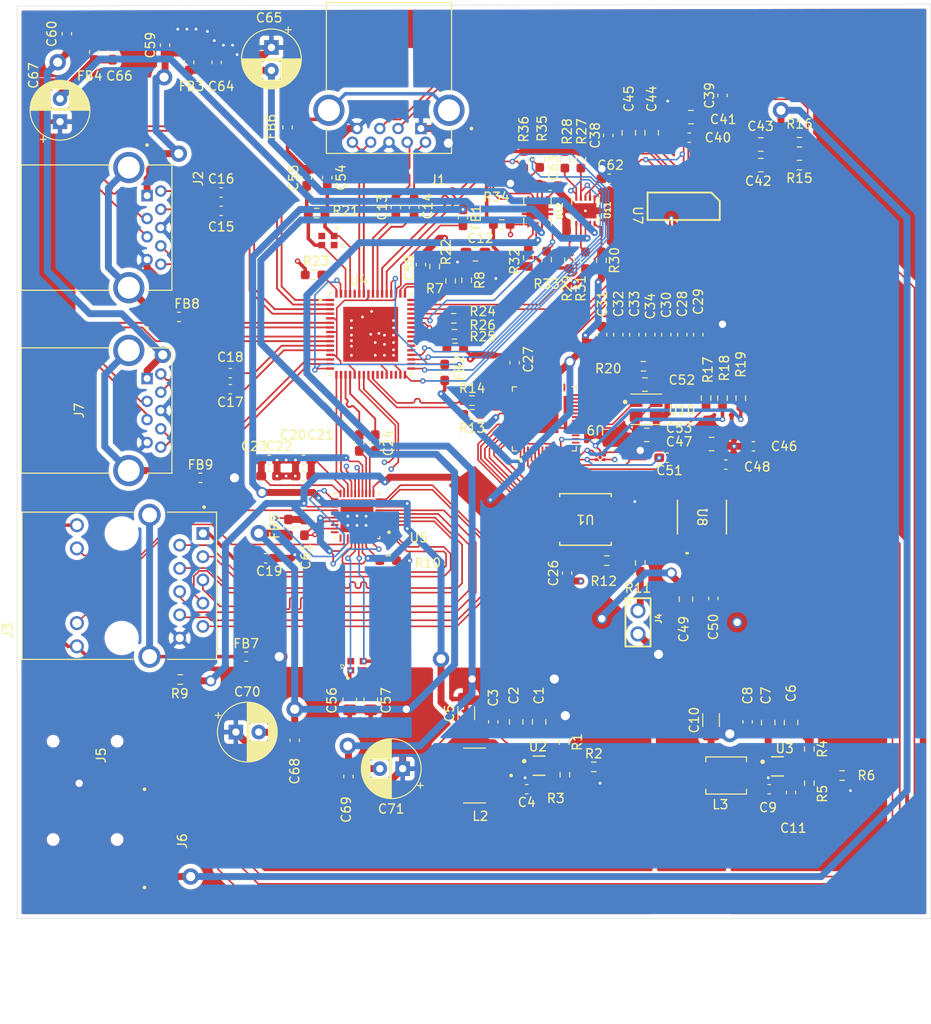
<source format=kicad_pcb>
(kicad_pcb (version 20241229) (generator "pcbnew") (generator_version "9.0")
  (layers (0 "F.Cu" signal) (4 "In1.Cu" signal) (6 "In2.Cu" signal) (2 "B.Cu" signal) (13 "F.Paste" user) (15 "B.Paste" user) (5 "F.SilkS" user "F.Silkscreen") (7 "B.SilkS" user "B.Silkscreen") (1 "F.Mask" user) (3 "B.Mask" user) (25 "Edge.Cuts" user))
  (net 0 "")
  (net 1 "GND")
  (net 2 "VBUS")
  (net 3 "Net-(U2-SW)")
  (net 4 "Net-(U2-BST)")
  (net 5 "+1V1")
  (net 6 "Net-(U3-BST)")
  (net 7 "Net-(U3-SW)")
  (net 8 "+3V3")
  (net 9 "Net-(U3-FB)")
  (net 10 "/M_SSTXM")
  (net 11 "Net-(U4-USB_SSTXM_UP)")
  (net 12 "Net-(U4-USB_SSTXP_UP)")
  (net 13 "/M_SSTX")
  (net 14 "/S0_SSTXM")
  (net 15 "Net-(U4-USB_SSTXM_DN1)")
  (net 16 "Net-(U4-USB_SSTXP_DN1)")
  (net 17 "/S0_SSTX")
  (net 18 "/S1_SSTXM")
  (net 19 "Net-(U4-USB_SSTXM_DN2)")
  (net 20 "/S1_SSTX")
  (net 21 "Net-(U4-USB_SSTXP_DN2)")
  (net 22 "Net-(J3-P1)")
  (net 23 "Net-(U5-U2VDD10)")
  (net 24 "Net-(U5-AVDD33__1)")
  (net 25 "/S2_SSTXM")
  (net 26 "Net-(U4-USB_SSTXM_DN3)")
  (net 27 "/S2_SSTX")
  (net 28 "Net-(U4-USB_SSTXP_DN3)")
  (net 29 "Net-(U7-LDO)")
  (net 30 "Net-(U7-VREF)")
  (net 31 "/sleeve_mic_l")
  (net 32 "Net-(U7-VINL1_VIN1P)")
  (net 33 "Net-(U7-VINR1_VIN2P)")
  (net 34 "/sleeve_mic_r")
  (net 35 "Net-(U7-XO)")
  (net 36 "Net-(U7-XI)")
  (net 37 "Net-(U8-CPVOUTN)")
  (net 38 "Net-(U8-CPCB)")
  (net 39 "Net-(U8-CPCA)")
  (net 40 "Net-(U8-VMID)")
  (net 41 "/RPI_XIN")
  (net 42 "Net-(C53-Pad1)")
  (net 43 "/HUB_XOUT")
  (net 44 "/HUB_XIN")
  (net 45 "/ETH_XOUT")
  (net 46 "/ETH_XIN")
  (net 47 "Net-(U4-GRSTZ)")
  (net 48 "Net-(U5-VDD5)")
  (net 49 "Net-(U4-VDD)")
  (net 50 "Net-(U4-VDD33)")
  (net 51 "Net-(J1-SHIELD)")
  (net 52 "/M_SSRX")
  (net 53 "/M_SSRXM")
  (net 54 "/M_D")
  (net 55 "/M_DM")
  (net 56 "/S0_SSRXM")
  (net 57 "/S0_SSRX")
  (net 58 "/S1_D")
  (net 59 "/S1_DM")
  (net 60 "/S1_SSRX")
  (net 61 "/S1_SSRXM")
  (net 62 "/S0_D")
  (net 63 "/S0_DM")
  (net 64 "/MDI1")
  (net 65 "Net-(J3-Pad11)")
  (net 66 "/MDI0")
  (net 67 "/ELED2")
  (net 68 "/MDI3")
  (net 69 "/MDI0M")
  (net 70 "/MDI2")
  (net 71 "/MDI3M")
  (net 72 "/ELED0")
  (net 73 "/MDI1M")
  (net 74 "/MDI2M")
  (net 75 "Net-(U2-EN)")
  (net 76 "Net-(U2-FB)")
  (net 77 "Net-(U3-EN)")
  (net 78 "Net-(U4-USB_VBUS)")
  (net 79 "Net-(U5-RSET)")
  (net 80 "/QSPI_SS")
  (net 81 "Net-(J4-Pad1)")
  (net 82 "/S3_D")
  (net 83 "/pwrVbus0")
  (net 84 "/S3_DM")
  (net 85 "/pwrVbus1")
  (net 86 "Net-(U7-MICBIAS)")
  (net 87 "/GPIO7")
  (net 88 "/GPIO8")
  (net 89 "/GPIO9")
  (net 90 "/RPI_XOUT")
  (net 91 "Net-(U4-TEST)")
  (net 92 "Net-(U4-USB_R1)")
  (net 93 "Net-(U4-AUTOENZ{slash}HS_SUSPEND)")
  (net 94 "Net-(U4-FULLPWRMGMTZ{slash}SMBA1{slash}SS_UP)")
  (net 95 "Net-(U4-GANGED{slash}SMBA2{slash}HS_UP)")
  (net 96 "/pwrVbus2")
  (net 97 "/pwrVbus3")
  (net 98 "Net-(FB7-Pad1)")
  (net 99 "Net-(U13-USB_DP)")
  (net 100 "/QSPI_SD2")
  (net 101 "/QSPI_SCLK")
  (net 102 "/QSPI_SD0")
  (net 103 "/QSPI_SD1")
  (net 104 "/QSPI_SD3")
  (net 107 "/S2_SSRXM")
  (net 108 "Net-(U13-USB_DM)")
  (net 109 "/pwrCtrl0")
  (net 110 "/pwrCtrl1")
  (net 111 "/pwrOver1")
  (net 115 "/S2_SSRX")
  (net 117 "/S2_D")
  (net 118 "/S2_DM")
  (net 124 "/GPIO28_ADC2")
  (net 128 "/GPIO29_ADC3")
  (net 129 "/GPIO27_ADC1")
  (net 130 "/GPIO26_ADC0")
  (net 135 "/ring_audio_r")
  (net 136 "/GPIO4")
  (net 137 "/GPIO2")
  (net 138 "/tip_audio_l")
  (net 139 "/GPIO1")
  (net 140 "/GPIO3")
  (net 143 "/pwrOver0")
  (net 144 "Net-(U11-ILIM)")
  (net 145 "Net-(U12-ILIM)")
  (net 146 "/pwrOver2")
  (net 147 "/pwrOver3")
  (net 148 "/pwrCtrl2")
  (net 149 "/pwrCtrl3")
  (net 172 "Net-(J2-VBUS)")
  (net 173 "Net-(J7-VBUS)")
  (net 174 "Net-(J2-SHIELD)")
  (net 175 "Net-(J7-SHIELD)")
  (footprint "Capacitor_SMD:C_0603_1608Metric_Pad1.08x0.95mm_HandSolder" (layer "F.Cu") (at 87.7875 95.4)
    (property "Reference" "C22")
    (property "Value" "10nF" (hide yes))
  )
  (footprint "Resistor_SMD:R_0603_1608Metric_Pad0.98x0.95mm_HandSolder" (layer "F.Cu") (at 121.9 60.8125 90)
    (property "Reference" "R27")
    (property "Value" "4.7KOhm" (hide yes))
  )
  (footprint "1264EY_1R2N_P3:IND_1264EY-1R2N=P3" (layer "F.Cu") (at 110.2625 128.15 180)
    (property "Reference" "L2")
    (property "Value" "1264EY-1R2N=P3" (hide yes))
  )
  (footprint "Capacitor_SMD:C_0805_2012Metric_Pad1.18x1.45mm_HandSolder" (layer "F.Cu") (at 141.600001 61.399999 180)
    (property "Reference" "C42")
    (property "Value" "10uF" (hide yes))
  )
  (footprint "Resistor_SMD:R_0603_1608Metric_Pad0.98x0.95mm_HandSolder" (layer "F.Cu") (at 145.812501 61.399999 180)
    (property "Reference" "R15")
    (property "Value" "2.2KOhm" (hide yes))
  )
  (footprint "Capacitor_SMD:C_0805_2012Metric_Pad1.18x1.45mm_HandSolder" (layer "F.Cu") (at 96.6125 119.9375 -90)
    (property "Reference" "C56")
    (property "Value" "30pF" (hide yes))
  )
  (footprint "Capacitor_SMD:C_0603_1608Metric_Pad1.08x0.95mm_HandSolder" (layer "F.Cu") (at 87.4 104.4 180)
    (property "Reference" "C19")
    (property "Value" "0.1uF" (hide yes))
  )
  (footprint "Capacitor_SMD:C_0805_2012Metric_Pad1.18x1.45mm_HandSolder" (layer "F.Cu") (at 133.4 108.8625 90)
    (property "Reference" "C49")
    (property "Value" "4.7uF" (hide yes))
  )
  (footprint "Capacitor_SMD:C_0603_1608Metric_Pad1.08x0.95mm_HandSolder" (layer "F.Cu") (at 91.65 101.0125 90)
    (property "Reference" "C61")
    (property "Value" "0.1uF" (hide yes))
  )
  (footprint "Capacitor_SMD:C_0603_1608Metric_Pad1.08x0.95mm_HandSolder" (layer "F.Cu") (at 124.22 79.9375 90)
    (property "Reference" "C31")
    (property "Value" "100nF" (hide yes))
  )
  (footprint "Capacitor_SMD:C_0603_1608Metric_Pad1.08x0.95mm_HandSolder" (layer "F.Cu") (at 76.4 48.2875 -90)
    (property "Reference" "C59")
    (property "Value" "0.1uF" (hide yes))
  )
  (footprint "Capacitor_SMD:C_0603_1608Metric_Pad1.08x0.95mm_HandSolder" (layer "F.Cu") (at 82.0375 50.175 -90)
    (property "Reference" "C64")
    (property "Value" "0.1uF" (hide yes))
  )
  (footprint "Resistor_SMD:R_0603_1608Metric_Pad0.98x0.95mm_HandSolder" (layer "F.Cu") (at 108.0625 79.9)
    (property "Reference" "R26")
    (property "Value" "4.7KOhm" (hide yes))
  )
  (footprint "Resistor_SMD:R_0603_1608Metric_Pad0.98x0.95mm_HandSolder" (layer "F.Cu") (at 109.9875 87.15 180)
    (property "Reference" "R14")
    (property "Value" "27 Ohm" (hide yes))
  )
  (footprint "ABM8-272-T3:ABM8-272-T3" (layer "F.Cu") (at 129.05 88.1)
    (property "Reference" "U10")
    (property "Value" "ABM8-272-T3" (hide yes))
  )
  (footprint "Capacitor_SMD:C_0603_1608Metric_Pad1.08x0.95mm_HandSolder" (layer "F.Cu") (at 87.7875 93.65)
    (property "Reference" "C23")
    (property "Value" "0.1uF" (hide yes))
  )
  (footprint "Capacitor_SMD:C_0603_1608Metric_Pad1.08x0.95mm_HandSolder" (layer "F.Cu") (at 114.65 83.0125 90)
    (property "Reference" "C27")
    (property "Value" "1uF" (hide yes))
  )
  (footprint "TMP110D3IDPWR:DPW0005A-MFG" (layer "F.Cu") (at 124.010001 93.36 180)
    (property "Reference" "U9")
    (property "Value" "TMP110D3IDPWR")
  )
  (footprint "TPS2561DRCR:VREG_V62_16624-01YE" (layer "F.Cu") (at 122.4 66.4 -90)
    (property "Reference" "U11")
    (property "Value" "TPS2561DRCR" (hide yes))
  )
  (footprint "Capacitor_SMD:C_0805_2012Metric_Pad1.18x1.45mm_HandSolder" (layer "F.Cu") (at 136.2125 91.9)
    (property "Reference" "C47")
    (property "Value" "4.7uF" (hide yes))
  )
  (footprint "Capacitor_SMD:C_0603_1608Metric_Pad1.08x0.95mm_HandSolder" (layer "F.Cu") (at 120.4 106.0125 -90)
    (property "Reference" "C26")
    (property "Value" "0.1uF" (hide yes))
  )
  (footprint "GSB4111312HR:AMPHENOL_GSB4111312HR" (layer "F.Cu") (at 72.43 68.2375 -90)
    (property "Reference" "J2")
    (property "Value" "GSB4111312HR")
  )
  (footprint "Resistor_SMD:R_0603_1608Metric_Pad0.98x0.95mm_HandSolder" (layer "F.Cu") (at 120.0725 124.4875 -90)
    (property "Reference" "R1")
    (property "Value" "100KOhm" (hide yes))
  )
  (footprint "Capacitor_SMD:C_0805_2012Metric_Pad1.18x1.45mm_HandSolder" (layer "F.Cu") (at 110.3625 71.15 180)
    (property "Reference" "C12")
    (property "Value" "10uF" (hide yes))
  )
  (footprint "Capacitor_SMD:C_0603_1608Metric_Pad1.08x0.95mm_HandSolder" (layer "F.Cu") (at 97.65 91.7875 -90)
    (property "Reference" "C25" (hide yes))
    (property "Value" "0.1uF" (hide yes))
  )
  (footprint "Capacitor_SMD:C_0603_1608Metric_Pad1.08x0.95mm_HandSolder" (layer "F.Cu") (at 82.5375 64.4 180)
    (property "Reference" "C16")
    (property "Value" "0.1uF" (hide yes))
  )
  (footprint "Resistor_SMD:R_0603_1608Metric_Pad0.98x0.95mm_HandSolder" (layer "F.Cu") (at 100.8125 104.65)
    (property "Reference" "R10")
    (property "Value" "2.49KOhm" (hide yes))
  )
  (footprint "Capacitor_SMD:C_0805_2012Metric_Pad1.18x1.45mm_HandSolder" (layer "F.Cu") (at 117.3325 122.2875 -90)
    (property "Reference" "C1")
    (property "Value" "10uF" (hide yes))
  )
  (footprint "Capacitor_SMD:C_0805_2012Metric_Pad1.18x1.45mm_HandSolder" (layer "F.Cu") (at 127.150001 57.862499 -90)
    (property "Reference" "C45")
    (property "Value" "15pF" (hide yes))
  )
  (footprint "Capacitor_SMD:C_0603_1608Metric_Pad1.08x0.95mm_HandSolder" (layer "F.Cu") (at 118.5375 63.65 180)
    (property "Reference" "C63")
    (property "Value" "0.1uF" (hide yes))
  )
  (footprint "Capacitor_SMD:C_0603_1608Metric_Pad1.08x0.95mm_HandSolder" (layer "F.Cu") (at 104.4 72.2875 90)
    (property "Reference" "C58")
    (property "Value" "1uF" (hide yes))
  )
  (footprint "Capacitor_SMD:C_0603_1608Metric_Pad1.08x0.95mm_HandSolder" (layer "F.Cu") (at 94.15 62.7625 90)
    (property "Reference" "C54")
    (property "Value" "18pF" (hide yes))
  )
  (footprint "Resistor_SMD:R_0603_1608Metric_Pad0.98x0.95mm_HandSolder" (layer "F.Cu") (at 120.15 128.0625 -90)
    (property "Reference" "R3")
    (property "Value" "7.5KOhm" (hide yes))
  )
  (footprint "Inductor_SMD:L_0603_1608Metric_Pad1.05x0.95mm_HandSolder" (layer "F.Cu") (at 80.275 95.6)
    (property "Reference" "FB9")
    (property "Value" "220@100MHz" (hide yes))
  )
  (footprint "GSB4111312HR:AMPHENOL_GSB4111312HR" (layer "F.Cu") (at 72.43 88.2375 -90)
    (property "Reference" "J7")
    (property "Value" "GSB4111312HR" (hide yes))
  )
  (footprint "Capacitor_SMD:C_0805_2012Metric_Pad1.18x1.45mm_HandSolder" (layer "F.Cu") (at 129.1125 90.9 180)
    (property "Reference" "C53")
    (property "Value" "15pF" (hide yes))
  )
  (footprint "Capacitor_SMD:C_0805_2012Metric_Pad1.18x1.45mm_HandSolder" (layer "F.Cu") (at 98.9 119.9375 -90)
    (property "Reference" "C57")
    (property "Value" "30pF" (hide yes))
  )
  (footprint "Resistor_SMD:R_0603_1608Metric_Pad0.98x0.95mm_HandSolder" (layer "F.Cu") (at 139.4 86.8875 -90)
    (property "Reference" "R19")
    (property "Value" "5KOhm" (hide yes))
  )
  (footprint "RTL8153B-VB-CG:QFN40P500X500X90-41N" (layer "F.Cu") (at 97.4 99.75 180)
    (property "Reference" "U5")
    (property "Value" "RTL8153B-VB-CG")
  )
  (footprint "Capacitor_SMD:C_0603_1608Metric_Pad1.08x0.95mm_HandSolder" (layer "F.Cu") (at 140.7875 92.15)
    (property "Reference" "C46")
    (property "Value" "1uF" (hide yes))
  )
  (footprint "Capacitor_SMD:C_0603_1608Metric_Pad1.08x0.95mm_HandSolder" (layer "F.Cu") (at 133 79.9375 90)
    (property "Reference" "C28")
    (property "Value" "100nF" (hide yes))
  )
  (footprint "pin01x02:61300211121" (layer "F.Cu") (at 128.15 111.4 -90)
    (property "Reference" "J4")
    (property "Value" "usbBoot")
  )
  (footprint "Capacitor_SMD:C_0603_1608Metric_Pad1.08x0.95mm_HandSolder" (layer "F.Cu") (at 112.3125 122.2875 -90)
    (property "Reference" "C3")
    (property "Value" "0.1uF" (hide yes))
  )
  (footprint "Capacitor_SMD:C_1206_3216Metric_Pad1.33x1.80mm_HandSolder" (layer "F.Cu") (at 136.15 122.0875 90)
    (property "Reference" "C10")
    (property "Value" "22uF" (hide yes))
  )
  (footprint "Capacitor_SMD:C_0603_1608Metric_Pad1.08x0.95mm_HandSolder" (layer "F.Cu") (at 90.582379 124.2875 90)
    (property "Reference" "C68")
    (property "Value" "0.1uF" (hide yes))
  )
  (footprint "Inductor_SMD:L_0603_1608Metric_Pad1.05x0.95mm_HandSolder" (layer "F.Cu") (at 85.275 115.15)
    (property "Reference" "FB7")
    (property "Value" "220@100MHz" (hide yes))
  )
  (footprint "Resistor_SMD:R_0603_1608Metric_Pad0.98x0.95mm_HandSolder" (layer "F.Cu") (at 92.65 73.4 180)
    (property "Reference" "R23")
    (property "Value" "9.53KOhm" (hide yes))
  )
  (footprint "Capacitor_SMD:C_0603_1608Metric_Pad1.08x0.95mm_HandSolder" (layer "F.Cu") (at 99.4 91.7875 -90)
    (property "Reference" "C24")
    (property "Value" "0.1uF" (hide yes))
  )
  (footprint "Capacitor_SMD:C_0603_1608Metric_Pad1.08x0.95mm_HandSolder" (layer "F.Cu") (at 140.15 122.2875 -90)
    (property "Reference" "C8")
    (property "Value" "0.1uF" (hide yes))
  )
  (footprint "Resistor_SMD:R_0603_1608Metric_Pad0.98x0.95mm_HandSolder" (layer "F.Cu") (at 108.15 81.4)
    (property "Reference" "R25")
    (property "Value" "4.7KOhm" (hide yes))
  )
  (footprint "PCM1860DBTR:DBT0030A_N" (layer "F.Cu") (at 133.150001 65.899999 -90)
    (property "Reference" "U7")
    (property "Value" "PCM1860DBTR")
  )
  (footprint "Resistor_SMD:R_0603_1608Metric_Pad0.98x0.95mm_HandSolder" (layer "F.Cu") (at 123.3125 127.2)
    (property "Reference" "R2")
    (property "Value" "10KOhm" (hide yes))
  )
  (footprint "SC0914_13_:QFN40P700X700X90-57N" (layer "F.Cu") (at 117.9 89.15 90)
    (property "Reference" "U13" (hide yes))
    (property "Value" "SC0914_13_" (hide yes))
  )
  (footprint "HR911130A:HANRUN_HR911130A" (layer "F.Cu") (at 71.65 107.4 90)
    (property "Reference" "J3")
    (property "Value" "HR911130A")
  )
  (footprint "Resistor_SMD:R_0603_1608Metric_Pad0.98x0.95mm_HandSolder" (layer "F.Cu") (at 107.65 74.0625 -90)
    (property "Reference" "R7")
    (property "Value" "90.9KOhm" (hide yes))
  )
  (footprint "Resistor_SMD:R_0603_1608Metric_Pad0.98x0.95mm_HandSolder" (layer "F.Cu") (at 137.4 86.8875 -90)
    (property "Reference" "R18")
    (property "Value" "5KOhm" (hide yes))
  )
  (footprint "Capacitor_SMD:C_0603_1608Metric_Pad1.08x0.95mm_HandSolder" (layer "F.Cu") (at 136.4 108.7875 90)
    (property "Reference" "C50")
    (property "Value" "2.2uF" (hide yes))
  )
  (footprint "Capacitor_THT:CP_Radial_D6.3mm_P2.50mm" (layer "F.Cu") (at 84.15 123.4)
    (property "Reference" "C70")
    (property "Value" "150uF" (hide yes))
  )
  (footprint "Capacitor_THT:CP_Radial_D6.3mm_P2.50mm" (layer "F.Cu") (at 88.0375 48.5375 -90)
    (property "Reference" "C65")
    (property "Value" "150uF" (hide yes))
  )
  (footprint "Resistor_SMD:R_0603_1608Metric_Pad0.98x0.95mm_HandSolder" (layer "F.Cu") (at 109.9875 88.65 180)
    (property "Reference" "R13")
    (property "Value" "27 Ohm" (hide yes))
  )
  (footprint "SJ2_3574A_SMT_TR:SAMESKY_SJ2-3574A-SMT-TR" (layer "F.Cu") (at 67.65 135.15 -90)
    (property "Reference" "J6")
    (property "Value" "SJ2-3574A-SMT-TR")
  )
  (footprint "XRCGB24M000F2P00R0:OSC_XRCGB24M000F2P00R0" (layer "F.Cu") (at 94.225 69.65 -90)
    (property "Reference" "Y1")
    (property "Value" "XRCGB24M")
  )
  (footprint "Capacitor_SMD:C_0603_1608Metric_Pad1.08x0.95mm_HandSolder" (layer "F.Cu") (at 137.7625 94.15)
    (property "Reference" "C48")
    (property "Value" "1uF" (hide yes))
  )
  (footprint "SJ2_3574A_SMT_TR:SAMESKY_SJ2-3574A-SMT-TR" (layer "F.Cu") (at 67.65 124.4 -90)
    (property "Reference" "J5")
    (property "Value" "SJ2-3574A-SMT-TR" (hide yes))
  )
  (footprint "Capacitor_SMD:C_0805_2012Metric_Pad1.18x1.45mm_HandSolder" (layer "F.Cu") (at 129.650001 57.862499 -90)
    (property "Reference" "C44")
    (property "Value" "15pF" (hide yes))
  )
  (footprint "Resistor_SMD:R_0603_1608Metric_Pad0.98x0.95mm_HandSolder" (layer "F.Cu") (at 128.7375 83.4 180)
    (property "Reference" "R20")
    (property "Value" "1KOhm" (hide yes))
  )
  (footprint "Capacitor_SMD:C_0805_2012Metric_Pad1.18x1.45mm_HandSolder" (layer "F.Cu") (at 144.9 122.3625 -90)
    (property "Reference" "C6")
    (property "Value" "10uF" (hide yes))
  )
  (footprint "Capacitor_SMD:C_0603_1608Metric_Pad1.08x0.95mm_HandSolder" (layer "F.Cu") (at 65.65 47.0375 -90)
    (property "Reference" "C60")
    (property "Value" "0.1uF" (hide yes))
  )
  (footprint "TUSB8041RGCR:QFN50P900X900X100-65N" (layer "F.Cu") (at 98.9 79.9)
    (property "Reference" "U4")
    (property "Value" "TUSB8041RGCR")
  )
  (footprint "Resistor_SMD:R_0603_1608Metric_Pad0.98x0.95mm_HandSolder" (layer "F.Cu") (at 120.15 60.8125 90)
    (property "Reference" "R28")
    (property "Value" "4.7KOhm" (hide yes))
  )
  (footprint "Resistor_SMD:R_0603_1608Metric_Pad0.98x0.95mm_HandSolder" (layer "F.Cu") (at 105.9 72.4875 90)
    (property "Reference" "R22")
    (property "Value" "4.7KOhm" (hide yes))
  )
  (footprint "Resistor_SMD:R_0603_1608Metric_Pad0.98x0.95mm_HandSolder" (layer "F.Cu") (at 146.9 125.2375 -90)
    (property "Reference" "R4")
    (property "Value" "100KOhm" (hide yes))
  )
  (footprint "Capacitor_SMD:C_0603_1608Metric_Pad1.08x0.95mm_HandSolder" (layer "F.Cu") (at 134.75 79.9375 90)
    (property "Reference" "C29")
    (property "Value" "100nF" (hide yes))
  )
  (footprint "Resistor_SMD:R_0603_1608Metric_Pad0.98x0.95mm_HandSolder" (layer "F.Cu") (at 113.2375 67.9 180)
    (property "Reference" "R34")
    (property "Value" "10KOhm" (hide yes))
  )
  (footprint "Capacitor_SMD:C_0805_2012Metric_Pad1.18x1.45mm_HandSolder" (layer "F.Cu") (at 114.8225 122.2875 -90)
    (property "Reference" "C2")
    (property "Value" "10uF" (hide yes))
  )
  (footprint "Resistor_SMD:R_0603_1608Metric_Pad0.98x0.95mm_HandSolder" (layer "F.Cu") (at 122.4 71.8125 -90)
    (property "Reference" "R31")
    (property "Value" "25.5KOhm" (hide yes))
  )
  (footprint "Capacitor_SMD:C_0603_1608Metric_Pad1.08x0.95mm_HandSolder" (layer "F.Cu") (at 126 79.9375 90)
    (property "Reference" "C32")
    (property "Value" "100nF" (hide yes))
  )
  (footprint "Capacitor_SMD:C_0603_1608Metric_Pad1.08x0.95mm_HandSolder" (layer "F.Cu") (at 133.762501 58.399999 180)
    (property "Reference" "C40")
    (property "Value" "0.1uF" (hide yes))
  )
  (footprint "Inductor_SMD:L_0603_1608Metric_Pad1.05x0.95mm_HandSolder" (layer "F.Cu") (at 89.9 101.025 90)
    (property "Reference" "FB5")
    (property "Value" "220@100MHz" (hide yes))
  )
  (footprint "Capacitor_SMD:C_0603_1608Metric_Pad1.08x0.95mm_HandSolder" (layer "F.Cu") (at 127.75 79.9375 90)
    (property "Reference" "C33")
    (property "Value" "100nF" (hide yes))
  )
  (footprint "W25Q128JVSIQ_TR:SOIC_208MIL_WIN" (layer "F.Cu") (at 122.4 100.15 180)
    (property "Reference" "U1")
    (property "Value" "W25Q128JVSIQ TR")
  )
  (footprint "Capacitor_SMD:C_0603_1608Metric_Pad1.08x0.95mm_HandSolder" (layer "F.Cu") (at 137.400001 53.787499 90)
    (property "Reference" "C39")
    (property "Value" "2.2uF" (hide yes))
  )
  (footprint "Resistor_SMD:R_0603_1608Metric_Pad0.98x0.95mm_HandSolder" (layer "F.Cu") (at 145.812501 58.899999 180)
    (property "Reference" "R16")
    (property "Value" "2.2KOhm" (hide yes))
  )
  (footprint "Capacitor_SMD:C_0805_2012Metric_Pad1.18x1.45mm_HandSolder" (layer "F.Cu") (at 142.4 122.3625 -90)
    (property "Reference" "C7")
    (property "Value" "10uF" (hide yes))
  )
  (footprint "Capacitor_SMD:C_0805_2012Metric_Pad1.18x1.45mm_HandSolder" (layer "F.Cu") (at 141.600001 59.149999 180)
    (property "Reference" "C43")
    (property "Value" "10uF" (hide yes))
  )
  (footprint "Resistor_SMD:R_0603_1608Metric_Pad0.98x0.95mm_HandSolder" (layer "F.Cu") (at 146.9 128.9875 -90)
    (property "Reference" "R5")
    (property "Value" "135KOhm" (hide yes))
  )
  (footprint "Capacitor_SMD:C_0603_1608Metric_Pad1.08x0.95mm_HandSolder" (layer "F.Cu") (at 131.25 79.9375 90)
    (property "Reference" "C30")
    (property "Value" "100nF" (hide yes))
  )
  (footprint "TPS562243DRLR:DRL0006A-MFG" (layer "F.Cu") (at 117.3225 127.075)
    (property "Reference" "U2")
    (property "Value" "TPS562243DRLR")
  )
  (footprint "Resistor_SMD:R_0603_1608Metric_Pad0.98x0.95mm_HandSolder" (layer "F.Cu") (at 109.4 73.9875 -90)
    (property "Reference" "R8")
    (property "Value" "10KOhm" (hide yes))
  )
  (footprint "Capacitor_THT:CP_Radial_D6.3mm_P2.50mm" (layer "F.Cu") (at 102.4 127.4 180)
    (property "Reference" "C71")
    (property "Value" "150uF" (hide yes))
  )
  (footprint "Resistor_SMD:R_0603_1608Metric_Pad0.98x0.95mm_HandSolder" (layer "F.Cu") (at 115.65 60.8125 -90)
    (property "Reference" "R36")
    (property "Value" "4.7KOhm" (hide yes))
  )
  (footprint "Resistor_SMD:R_0603_1608Metric_Pad0.98x0.95mm_HandSolder" (layer "F.Cu") (at 107.9875 78.15)
    (property "Reference" "R24")
    (property "Value" "4.7KOhm" (hide yes))
  )
  (footprint "Resistor_SMD:R_0603_1608Metric_Pad0.98x0.95mm_HandSolder" (layer "F.Cu") (at 78.0625 117.65)
    (property "Reference" "R9")
    (property "Value" "470Ohm" (hide yes))
  )
  (footprint "Resistor_SMD:R_0603_1608Metric_Pad0.98x0.95mm_HandSolder" (layer "F.Cu") (at 124.7375 104.65)
    (property "Reference" "R12")
    (property "Value" "DNF" (hide yes))
  )
  (footprint "TPS562243DRLR:DRL0006A-MFG" (layer "F.Cu") (at 143.409999 127.150001)
    (property "Reference" "U3")
    (property "Value" "TPS562243DRLR")
  )
  (footprint "Inductor_SMD:L_0603_1608Metric_Pad1.05x0.95mm_HandSolder" (layer "F.Cu") (at 89.8 57.275 -90)
    (property "Reference" "FB6")
    (property "Value" "220@100MHz" (hide yes))
  )
  (footprint "WM8524CGEDT_R:TSSOP16_DM013.B_CIR" (layer "F.Cu") (at 135.15 99.9 -90)
    (property "Reference" "U8")
    (property "Value" "WM8524CGEDT/R")
  )
  (footprint "Capacitor_SMD:C_0805_2012Metric_Pad1.18x1.45mm_HandSolder" (layer "F.Cu") (at 128.9125 85.4)
    (property "Reference" "C52")
    (property "Value" "15pF" (hide yes))
  )
  (footprint "Capacitor_SMD:C_0603_1608Metric_Pad1.08x0.95mm_HandSolder" (layer "F.Cu") (at 131.3375 93.4 180)
    (property "Reference" "C51")
    (property "Value" "10nF" (hide yes))
  )
  (footprint "Resistor_SMD:R_0603_1608Metric_Pad0.98x0.95mm_HandSolder" (layer "F.Cu") (at 120.65 71.8125 -90)
    (property "Reference" "R29")
    (property "Value" "10KOhm" (hide yes))
  )
  (footprint "Resistor_SMD:R_0603_1608Metric_Pad0.98x0.95mm_HandSolder" (layer "F.Cu") (at 116.15 71.5625 -90)
    (property "Reference" "R32")
    (property "Value" "25.5KOhm" (hide yes))
  )
  (footprint "Resistor_SMD:R_0603_1608Metric_Pad0.98x0.95mm_HandSolder" (layer "F.Cu") (at 124.15 71.8125 -90)
    (property "Reference" "R30")
    (property "Value" "10KOhm" (hide yes))
  )
  (footprint "Capacitor_SMD:C_0603_1608Metric_Pad1.08x0.95mm_HandSolder" (layer "F.Cu") (at 91.5375 95.4 180)
    (property "Reference" "C21")
    (property "Value" "0.1uF" (hide yes))
  )
  (footprint "Capacitor_SMD:C_0603_1608Metric_Pad1.08x0.95mm_HandSolder" (layer "F.Cu") (at 125.0125 62.9 180)
    (property "Reference" "C62")
    (property "Value" "0.1uF" (hide yes))
  )
  (footprint "Capacitor_SMD:C_0603_1608Metric_Pad1.08x0.95mm_HandSolder" (layer "F.Cu") (at 83.5375 85.9 180)
    (property "Reference" "C17")
    (property "Value" "0.1uF" (hide yes))
  )
  (footprint "Capacitor_SMD:C_0603_1608Metric_Pad1.08x0.95mm_HandSolder" (layer "F.Cu") (at 124.900001 58.149999 90)
    (property "Reference" "C38")
    (property "Value" "2.2uF" (hide yes))
  )
  (footprint "Capacitor_SMD:C_0603_1608Metric_Pad1.08x0.95mm_HandSolder" (layer "F.Cu") (at 83.5375 84.15 180)
    (property "Reference" "C18")
    (property "Value" "0.1uF" (hide yes))
  )
  (footprint "Inductor_SMD:L_0603_1608Metric_Pad1.05x0.95mm_HandSolder" (layer "F.Cu") (at 77.925 78)
    (property "Reference" "FB8")
    (property "Value" "220@100MHz" (hide yes))
  )
  (footprint "TPS2561DRCR:VREG_V62_16624-01YE" (layer "F.Cu") (at 117.15 66.5 -90)
    (property "Reference" "U12")
    (property "Value" "TPS2561DRCR" (hide yes))
  )
  (footprint "Capacitor_SMD:C_0805_2012Metric_Pad1.18x1.45mm_HandSolder" (layer "F.Cu") (at 133.937501 56.149999 180)
    (property "Reference" "C41")
    (property "Value" "10uF" (hide yes))
  )
  (footprint "Capacitor_THT:CP_Radial_D6.3mm_P2.50mm" (layer "F.Cu") (at 64.9 56.65 90)
    (property "Reference" "C67")
    (property "Value" "150uF")
  )
  (footprint "GSB4111312HR:AMPHENOL_GSB4111312HR" (layer "F.Cu") (at 100.9 55.4 180)
    (property "Reference" "J1")
    (property "Value" "GSB4111312HR")
  )
  (footprint "SRP4020TA_3R3M:IND_SRP4020TA-3R3M" (layer "F.Cu") (at 137.8 128.15 180)
    (property "Reference" "L3")
    (property "Value" "SRP4020TA-3R3M" (hide yes))
  )
  (footprint "Capacitor_SMD:C_0603_1608Metric_Pad1.08x0.95mm_HandSolder" (layer "F.Cu") (at 103.65 66.0125 90)
    (property "Reference" "C14")
    (property "Value" "0.1uF" (hide yes))
  )
  (footprint "Capacitor_SMD:C_0603_1608Metric_Pad1.08x0.95mm_HandSolder" (layer "F.Cu") (at 115.975 129.65 180)
    (property "Reference" "C4")
    (property "Value" "0.1uF" (hide yes))
  )
  (footprint "Capacitor_SMD:C_0603_1608Metric_Pad1.08x0.95mm_HandSolder" (layer "F.Cu") (at 70.65 49.0125 -90)
    (property "Reference" "C66")
    (property "Value" "0.1uF" (hide yes))
  )
  (footprint "Resistor_SMD:R_0603_1608Metric_Pad0.98x0.95mm_HandSolder" (layer "F.Cu") (at 118.15 71.7375 -90)
    (property "Reference" "R33")
    (property "Value" "10KOhm" (hide yes))
  )
  (footprint "Capacitor_SMD:C_0603_1608Metric_Pad1.08x0.95mm_HandSolder" (layer "F.Cu") (at 144.9 130.0125 90)
    (property "Reference" "C11")
    (property "Value" "47pF" (hide yes))
  )
  (footprint "Inductor_SMD:L_0603_1608Metric_Pad1.05x0.95mm_HandSolder" (layer "F.Cu") (at 107 84.075 90)
    (property "Reference" "FB2")
    (property "Value" "220@100MHz" (hide yes))
  )
  (footprint "Capacitor_SMD:C_0603_1608Metric_Pad1.08x0.95mm_HandSolder" (layer "F.Cu") (at 129.5 79.9375 90)
    (property "Reference" "C34")
    (property "Value" "100nF" (hide yes))
  )
  (footprint "Inductor_SMD:L_0603_1608Metric_Pad1.05x0.95mm_HandSolder" (layer "F.Cu") (at 68.65 49.025 90)
    (property "Reference" "FB4")
    (property "Value" "220@100MHz" (hide yes))
  )
  (footprint "Capacitor_SMD:C_1206_3216Metric_Pad1.33x1.80mm_HandSolder" (layer "F.Cu") (at 109.3625 121.3375 90)
    (property "Reference" "C5")
    (property "Value" "22uF" (hide yes))
  )
  (footprint "Resistor_SMD:R_0603_1608Metric_Pad0.98x0.95mm_HandSolder" (layer "F.Cu") (at 135.6 86.8875 -90)
    (property "Reference" "R17")
    (property "Value" "5KOhm" (hide yes))
  )
  (footprint "Inductor_SMD:L_0603_1608Metric_Pad1.05x0.95mm_HandSolder" (layer "F.Cu") (at 109 67.125 -90)
    (property "Reference" "FB1")
    (property "Value" "220@100MHz" (hide yes))
  )
  (footprint "XRCGB25M000F3M00R0:OSC_XRCGB25M000F3M00R0" (layer "F.Cu") (at 97.4 116.15 90)
    (property "Reference" "Y2")
    (property "Value" "XRCGB25M")
  )
  (footprint "Inductor_SMD:L_0603_1608Metric_Pad1.05x0.95mm_HandSolder" (layer "F.Cu") (at 79.0375 50.1625 -90)
    (property "Reference" "FB3")
    (property "Value" "220@100MHz" (hide yes))
  )
  (footprint "Capacitor_SMD:C_0603_1608Metric_Pad1.08x0.95mm_HandSolder" (layer "F.Cu") (at 91.5375 93.65 180)
    (property "Reference" "C20")
    (property "Value" "10nF" (hide yes))
  )
  (footprint "Resistor_SMD:R_0603_1608Metric_Pad0.98x0.95mm_HandSolder" (layer "F.Cu") (at 150.4875 128.15)
    (property "Reference" "R6")
    (property "Value" "30KOhm" (hide yes))
  )
  (footprint "Capacitor_SMD:C_0603_1608Metric_Pad1.08x0.95mm_HandSolder" (layer "F.Cu") (at 96.46762 128.2625 90)
    (property "Reference" "C69")
    (property "Value" "0.1uF" (hide yes))
  )
  (footprint "Capacitor_SMD:C_0603_1608Metric_Pad1.08x0.95mm_HandSolder" (layer "F.Cu") (at 142.5125 129.65 180)
    (property "Reference" "C9")
    (property "Value" "0.1uF" (hide yes))
  )
  (footprint "Capacitor_SMD:C_0603_1608Metric_Pad1.08x0.95mm_HandSolder" (layer "F.Cu") (at 91.9 62.7875 90)
    (property "Reference" "C55")
    (property "Value" "18pF" (hide yes))
  )
  (footprint "Resistor_SMD:R_0603_1608Metric_Pad0.98x0.95mm_HandSolder" (layer "F.Cu") (at 92.9875 66.65 180)
    (property "Reference" "R21")
    (property "Value" "1MOhm" (hide yes))
  )
  (footprint "Capacitor_SMD:C_0603_1608Metric_Pad1.08x0.95mm_HandSolder" (layer "F.Cu") (at 101.65 66.0125 90)
    (property "Reference" "C13")
    (property "Value" "0.1uF" (hide yes))
  )
  (footprint "Capacitor_SMD:C_0603_1608Metric_Pad1.08x0.95mm_HandSolder" (layer "F.Cu") (at 82.5375 66.4 180)
    (property "Reference" "C15")
    (property "Value" "0.1uF" (hide yes))
  )
  (footprint "Resistor_SMD:R_0603_1608Metric_Pad0.98x0.95mm_HandSolder" (layer "F.Cu") (at 128.4 104.9 -90)
    (property "Reference" "R11")
    (property "Value" "1KOhm" (hide yes))
  )
  (footprint "Resistor_SMD:R_0603_1608Metric_Pad0.98x0.95mm_HandSolder" (layer "F.Cu") (at 117.4 60.7375 -90)
    (property "Reference" "R35")
    (property "Value" "4.7KOhm" (hide yes))
  )
  (gr_line (start 60.2 143.8) (end 160.2 143.8) (stroke (width 0.05)) (layer "Edge.Cuts"))
  (gr_line (start 160.2 43.8) (end 60.2 44) (stroke (width 0.05)) (layer "Edge.Cuts"))
  (gr_line (start 160.2 143.8) (end 160.2 43.8) (stroke (width 0.05)) (layer "Edge.Cuts"))
  (gr_line (start 60.2 44) (end 60.2 143.8) (stroke (width 0.05)) (layer "Edge.Cuts"))
  (segment (start 92.725 101.875) (end 92.8 101.8) (width 0.1778) (layer "F.Cu") (net 1))
  (segment (start 71.375 47.425) (end 70.65 48.15) (width 0.762) (layer "F.Cu") (net 1))
  (segment (start 91.65 101.875) (end 92.725 101.875) (width 0.1778) (layer "F.Cu") (net 1))
  (segment (start 91.7375 72.7375) (end 90.9 71.9) (width 0.381) (layer "F.Cu") (net 1))
  (segment (start 128.4 88.9) (end 127.95 88.9) (width 0.1778) (layer "F.Cu") (net 1))
  (segment (start 78.7875 46.5375) (end 78.7875 47.425) (width 0.381) (layer "F.Cu") (net 1))
  (segment (start 89.65 93.65) (end 90.675 93.65) (width 0.762) (layer "F.Cu") (net 1))
  (segment (start 102.4 122.9) (end 102.4 127.4) (width 0.762) (layer "F.Cu") (net 1))
  (segment (start 121.4125 74.2) (end 121.2 74.2) (width 0.762) (layer "F.Cu") (net 1))
  (segment (start 118.9 90.15) (end 121.335 90.15) (width 0.1778) (layer "F.Cu") (net 1))
  (segment (start 83.7875 48.2875) (end 83.7875 48.8125) (width 0.381) (layer "F.Cu") (net 1))
  (segment (start 65.65 130.2) (end 65.65 131.6) (width 0.381) (layer "F.Cu") (net 1))
  (segment (start 112.725 73.675) (end 112.6 73.8) (width 0.762) (layer "F.Cu") (net 1))
  (segment (start 88.65 95.4) (end 88.65 93.65) (width 0.762) (layer "F.Cu") (net 1))
  (segment (start 88.65 95.4) (end 89.65 95.4) (width 0.762) (layer "F.Cu") (net 1))
  (segment (start 117.9 89.15) (end 118.9 90.15) (width 0.1778) (layer "F.Cu") (net 1))
  (segment (start 126.0449 98.245) (end 127.755 98.245) (width 0.1778) (layer "F.Cu") (net 1))
  (segment (start 109.4 73.075) (end 109.475 73.075) (width 0.762) (layer "F.Cu") (net 1))
  (segment (start 122.56025 66.4) (end 122.4 66.4) (width 0.1778) (layer "F.Cu") (net 1))
  (segment (start 82.2875 47.7875) (end 82.7875 48.2875) (width 0.381) (layer "F.Cu") (net 1))
  (segment (start 133.650003 68.675) (end 134.150002 68.675) (width 0.1778) (layer "F.Cu") (net 1))
  (segment (start 89.8 58.15) (end 89.8 59.825) (width 0.381) (layer "F.Cu") (net 1))
  (segment (start 134.900001 50.899999) (end 135.900001 50.899999) (width 0.762) (layer "F.Cu") (net 1))
  (segment (start 131.650001 67.349999) (end 131.8 67.2) (width 0.1778) (layer "F.Cu") (net 1))
  (segment (start 87.2625 49.3125) (end 88.0375 48.5375) (width 0.762) (layer "F.Cu") (net 1))
  (segment (start 79.7875 47.425) (end 80.15 47.425) (width 0.762) (layer "F.Cu") (net 1))
  (segment (start 114.65 82.15) (end 112.425 82.15) (width 0.381) (layer "F.Cu") (net 1))
  (segment (start 131.25 79.075) (end 133 79.075) (width 0.762) (layer "F.Cu") (net 1))
  (segment (start 94.965 101.15) (end 96 101.15) (width 0.1778) (layer "F.Cu") (net 1))
  (segment (start 67 130.25) (end 65.65 131.6) (width 0.762) (layer "F.Cu") (net 1))
  (segment (start 124.225 127.2) (end 124.225 128.775) (width 0.381) (layer "F.Cu") (net 1))
  (segment (start 124 64.4) (end 125.4 64.4) (width 0.1778) (layer "F.Cu") (net 1))
  (segment (start 117.31025 66.5) (end 117.15 66.5) (width 0.1778) (layer "F.Cu") (net 1))
  (segment (start 117.3325 121.25) (end 114.8225 121.25) (width 0.762) (layer "F.Cu") (net 1))
  (segment (start 120.4 106.875) (end 121.875 106.875) (width 0.762) (layer "F.Cu") (net 1))
  (segment (start 74.43 71.7375) (end 74.43 72.62704) (width 0.762) (layer "F.Cu") (net 1))
  (segment (start 129.650001 56.824999) (end 130.225001 56.824999) (width 0.762) (layer "F.Cu") (net 1))
  (segment (start 80.7875 46.5375) (end 81.0375 46.7875) (width 0.381) (layer "F.Cu") (net 1))
  (segment (start 132.2 93.4) (end 132.2 93.29204) (width 0.1778) (layer "F.Cu") (net 1))
  (segment (start 133.65 109.65) (end 133.4 109.9) (width 0.762) (layer "F.Cu") (net 1))
  (segment (start 76.4 47.425) (end 71.375 47.425) (width 0.762) (layer "F.Cu") (net 1))
  (segment (start 142.669998 128.130002) (end 142.669998 127.882) (width 0.762) (layer "F.Cu") (net 1))
  (segment (start 122.23975 66.4) (end 122.4 66.4) (width 0.1778) (layer "F.Cu") (net 1))
  (segment (start 132.15 68.675) (end 132.650002 68.675) (width 0.1778) (layer "F.Cu") (net 1))
  (segment (start 67 129) (end 67 130.25) (width 0.762) (layer "F.Cu") (net 1))
  (segment (start 135.15 109.65) (end 133.65 109.65) (width 0.762) (layer "F.Cu") (net 1))
  (segment (start 126.687501 57.287499) (end 127.150001 56.824999) (width 0.762) (layer "F.Cu") (net 1))
  (segment (start 132.650002 68.675) (end 132.650002 68.050002) (width 0.1778) (layer "F.Cu") (net 1))
  (segment (start 139.7774 92.2976) (end 139.925 92.15) (width 0.1778) (layer "F.Cu") (net 1))
  (segment (start 82.7875 49.3125) (end 84.2875 49.3125) (width 0.762) (layer "F.Cu") (net 1))
  (segment (start 81.7875 47.7875) (end 82.2875 47.7875) (width 0.381) (layer "F.Cu") (net 1))
  (segment (start 123.4 65) (end 124 64.4) (width 0.1778) (layer "F.Cu") (net 1))
  (segment (start 96.6125 120.975) (end 98.9 120.975) (width 0.762) (layer "F.Cu") (net 1))
  (segment (start 125.875 63.925) (end 125.875 62.9) (width 0.1778) (layer "F.Cu") (net 1))
  (segment (start 127.325 90.15) (end 128.075 90.9) (width 0.1778) (layer "F.Cu") (net 1))
  (segment (start 114.8225 121.25) (end 112.4875 121.25) (width 0.762) (layer "F.Cu") (net 1))
  (segment (start 133.150001 68.675) (end 133.650003 68.675) (width 0.1778) (layer "F.Cu") (net 1))
  (segment (start 85.9 125.15) (end 84.15 123.4) (width 0.762) (layer "F.Cu") (net 1))
  (segment (start 139.925 92.15) (end 138.675 92.15) (width 0.762) (layer "F.Cu") (net 1))
  (segment (start 135.475001 98.975001) (end 135.65 99.15) (width 0.381) (layer "F.Cu") (net 1))
  (segment (start 151.4 128.15) (end 151.4 129.8) (width 0.762) (layer "F.Cu") (net 1))
  (segment (start 129.5 79.075) (end 131.25 79.075) (width 0.762) (layer "F.Cu") (net 1))
  (segment (start 144.9 121.325) (end 142.4 121.325) (width 0.762) (layer "F.Cu") (net 1))
  (segment (start 110.6625 119.775) (end 112.3125 121.425) (width 0.762) (layer "F.Cu") (net 1))
  (segment (start 131.650001 68.675) (end 131.650001 67.349999) (width 0.1778) (layer "F.Cu") (net 1))
  (segment (start 81.0375 47.0375) (end 81.7875 47.7875) (width 0.381) (layer "F.Cu") (net 1))
  (segment (start 83.7875 48.8125) (end 84.2875 49.3125) (width 0.381) (layer "F.Cu") (net 1))
  (segment (start 82.7875 48.2875) (end 82.7875 49.3125) (width 0.381) (layer "F.Cu") (net 1))
  (segment (start 76.4 47.425) (end 77.7875 47.425) (width 0.762) (layer "F.Cu") (net 1))
  (segment (start 119.4 63.65) (end 119.4 64.226332) (width 0.762) (layer "F.Cu") (net 1))
  (segment (start 102.8 120.9) (end 100.55 120.9) (width 0.762) (layer "F.Cu") (net 1))
  (segment (start 131.400001 54.399999) (end 133.1 52.7) (width 0.762) (layer "F.Cu") (net 1))
  (segment (start 106.425 69.4) (end 104.4 71.425) (width 0.762) (layer "F.Cu") (net 1))
  (segment (start 111.4 71.15) (end 112.725 72.475) (width 0.762) (layer "F.Cu") (net 1))
  (segment (start 77.7875 46.5375) (end 77.7875 47.425) (width 0.381) (layer "F.Cu") (net 1))
  (segment (start 128.15 112.67) (end 128.17 112.67) (width 0.762) (layer "F.Cu") (net 1))
  (segment (start 98.9 120.975) (end 100.475 120.975) (width 0.762) (layer "F.Cu") (net 1))
  (segment (start 118.15 65.1) (end 118.15 65.66025) (width 0.1778) (layer "F.Cu") (net 1))
  (segment (start 133.650003 63.125001) (end 133.650003 59.374997) (width 0.1778) (layer "F.Cu") (net 1))
  (segment (start 130 87.3) (end 128.4 88.9) (width 0.1778) (layer "F.Cu") (net 1))
  (segment (start 94.15 61.9) (end 94.15 59.76046) (width 0.762) (layer "F.Cu") (net 1))
  (segment (start 137.125 79.075) (end 137.4 78.8) (width 0.762) (layer "F.Cu") (net 1))
  (segment (start 92.375 101.15) (end 94.965 101.15) (width 0.1778) (layer "F.Cu") (net 1))
  (segment (start 131.150002 66.550002) (end 131.8 67.2) (width 0.1778) (layer "F.Cu") (net 1))
  (segment (start 91.65 101.875) (end 92.375 101.15) (width 0.1778) (layer "F.Cu") (net 1))
  (segment (start 123.4 65) (end 123.4 65.56025) (width 0.1778) (layer "F.Cu") (net 1))
  (segment (start 88.65 93.65) (end 89.65 93.65) (width 0.762) (layer "F.Cu") (net 1))
  (segment (start 134.75 79.075) (end 137.125 79.075) (width 0.762) (layer "F.Cu") (net 1))
  (segment (start 139 111.4) (end 137.25 109.65) (width 0.762) (layer "F.Cu") (net 1))
  (segment (start 78.7875 47.425) (end 79.7875 47.425) (width 0.762) (layer "F.Cu") (net 1))
  (segment (start 67 129) (end 66.85 129) (width 0.762) (layer "F.Cu") (net 1))
  (segment (start 133.1 52.7) (end 134.900001 50.899999) (width 0.762) (layer "F.Cu") (net 1))
  (segment (start 94.965 99.55) (end 97.2 99.55) (width 0.1778) (layer "F.Cu") (net 1))
  (segment (start 137.5 92.15) (end 137.25 91.9) (width 0.762) (layer "F.Cu") (net 1))
  (segment (start 96.51046 57.4) (end 97.4 57.4) (width 0.762) (layer "F.Cu") (net 1))
  (segment (start 91.7375 73.4) (end 91.7375 72.7375) (width 0.381) (layer "F.Cu") (net 1))
  (segment (start 134.975001 56.149999) (end 134.975001 54.575001) (width 0.762) (layer "F.Cu") (net 1))
  (segment (start 121.71985 65.8801) (end 122.23975 66.4) (width 0.1778) (layer "F.Cu") (net 1))
  (segment (start 108.9 78.15) (end 108.9 79.825) (width 0.762) (layer "F.Cu") (net 1))
  (segment (start 137.400001 52.399999) (end 137.400001 52.924999) (width 0.762) (layer "F.Cu") (net 1))
  (segment (start 135.474998 102.7194) (end 135.474998 104.575002) (width 0.381) (layer "F.Cu") (net 1))
  (segment (start 89.65 95.4) (end 90.65 95.4) (width 0.762) (layer "F.Cu") (net 1))
  (segment (start 131.150002 63.125001) (end 131.150002 66.550002) (width 0.1778) (layer "F.Cu") (net 1))
  (segment (start 135.474998 104.575002) (end 135.15 104.9) (width 0.381) (layer "F.Cu") (net 1))
  (segment (start 135.475001 97.0806) (end 135.475001 98.975001) (width 0.381) (layer "F.Cu") (net 1))
  (segment (start 109.8 82.1375) (end 109.0625 81.4) (width 0.381) (layer "F.Cu") (net 1))
  (segment (start 128.4 92.6) (end 128.4 91.225) (width 0.762) (layer "F.Cu") (net 1))
  (segment (start 124.4 93.6) (end 125.6 93.6) (width 0.1778) (layer "F.Cu") (net 1))
  (segment (start 79.7875 46.5375) (end 80.7875 46.5375) (width 0.381) (layer "F.Cu") (net 1))
  (segment (start 79.7875 46.5375) (end 79.7875 47.425) (width 0.381) (layer "F.Cu") (net 1))
  (segment (start 100.475 120.975) (end 102.4 122.9) (width 0.762) (layer "F.Cu") (net 1))
  (segment (start 136.15 120.525) (end 139.25 120.525) (width 0.762) (layer "F.Cu") (net 1))
  (segment (start 81.7875 47.7875) (end 81.15 48.425) (width 0.381) (layer "F.Cu") (net 1))
  (segment (start 132.650002 68.675) (end 133.150001 68.675) (width 0.1778) (layer "F.Cu") (net 1))
  (segment (start 132.15 67.55) (end 131.8 67.2) (width 0.1778) (layer "F.Cu") (net 1))
  (segment (start 108.9 79.825) (end 108.975 79.9) (width 0.762) (layer "F.Cu") (net 1))
  (segment (start 89.8 59.825) (end 91.9 61.925) (width 0.381) (layer "F.Cu") (net 1))
  (segment (start 134.975001 58.049999) (end 134.625001 58.399999) (width 0.762) (layer "F.Cu") (net 1))
  (segment (start 134.975001 56.149999) (end 134.975001 58.049999) (width 0.762) (layer "F.Cu") (net 1))
  (segment (start 139.25 120.525) (end 140.15 121.425) (width 0.762) (layer "F.Cu") (net 1))
  (segment (start 81.0375 46.7875) (end 81.0375 47.0375) (width 0.381) (layer "F.Cu") (net 1))
  (segment (start 129.95 85.4) (end 129.95 87.1) (width 0.762) (layer "F.Cu") (net 1))
  (segment (start 77.7875 47.425) (end 78.7875 47.425) (width 0.762) (layer "F.Cu") (net 1))
  (segment (start 135.15 104.9) (end 135.15 109.65) (width 0.381) (layer "F.Cu") (net 1))
  (segment (start 79.7875 46.5375) (end 78.7875 46.5375) (width 0.381) (layer "F.Cu") (net 1))
  (segment (start 132.2 93.29204) (end 134.60694 90.8851) (width 0.1778) (layer "F.Cu") (net 1))
  (segment (start 122.4 72.725) (end 122.4 73.2125) (width 0.762) (layer "F.Cu") (net 1))
  (segment (start 115.8 128) (end 116.225001 127.574999) (width 0.1778) (layer "F.Cu") (net 1))
  (segment (start 142.4 128.4) (end 142.669998 128.130002) (width 0.762) (layer "F.Cu") (net 1))
  (segment (start 118.15 65.66025) (end 117.31025 66.5) (width 0.1778) (layer "F.Cu") (net 1))
  (segment (start 109.8 82.6) (end 109.8 82.1375) (width 0.381) (layer "F.Cu") (net 1))
  (segment (start 129.650001 56.824999) (end 127.325001 56.824999) (width 0.762) (layer "F.Cu") (net 1))
  (segment (start 80.15 47.425) (end 81.15 48.425) (width 0.762) (layer "F.Cu") (net 1))
  (segment (start 96.46762 129.125) (end 100.675 129.125) (width 0.762) (layer "F.Cu") (net 1))
  (segment (start 128.17 112.67) (end 130.4 114.9) (width 0.762) (layer "F.Cu") (net 1))
  (segment (start 119 117.6) (end 119 119.5825) (width 0.762) (layer "F.Cu") (net 1))
  (segment (start 81.0375 46.7875) (end 80.4 47.425) (width 0.381) (layer "F.Cu") (net 1))
  (segment (start 90.675 93.65) (end 90.675 95.4) (width 0.762) (layer "F.Cu") (net 1))
  (segment (start 90.2 104.4) (end 90.6 104) (width 0.762) (layer "F.Cu") (net 1))
  (segment (start 134.975001 54.575001) (end 133.1 52.7) (width 0.762) (layer "F.Cu") (net 1))
  (segment (start 109.3625 119.775) (end 110.6625 119.775) (width 0.762) (layer "F.Cu") (net 1))
  (segment (start 134.150002 68.675) (end 134.650001 68.675) (width 0.1778) (layer "F.Cu") (net 1))
  (segment (start 90.582379 125.15) (end 85.9 125.15) (width 0.762) (layer "F.Cu") (net 1))
  (segment (start 101.725 104.65) (end 103.15 104.65) (width 0.1778) (layer "F.Cu") (net 1))
  (segment (start 137.25 109.65) (end 135.15 109.65) (width 0.762) (layer "F.Cu") (net 1))
  (segment (start 84.2875 49.3125) (end 87.2625 49.3125) (width 0.762) (layer "F.Cu") (net 1))
  (segment (start 122.4 73.2125) (end 121.4125 74.2) (width 0.762) (layer "F.Cu") (net 1))
  (segment (start 109.0625 81.4) (end 109.0625 79.9875) (width 0.762) (layer "F.Cu") (net 1))
  (segment (start 119 119.5825) (end 117.3325 121.25) (width 0.762) (layer "F.Cu") (net 1))
  (segment (start 125.4 64.4) (end 125.875 63.925) (width 0.1778) (layer "F.Cu") (net 1))
  (segment (start 127.95 88.9) (end 127.95 90.775) (width 0.762) (layer "F.Cu") (net 1))
  (segment (start 109.475 73.075) (end 111.4 71.15) (width 0.762) (layer "F.Cu") (net 1))
  (segment (start 112.425 82.15) (end 112.4 82.175) (width 0.381) (layer "F.Cu") (net 1))
  (segment (start 119.4 64.226332) (end 120.937664 65.763996) (width 0.762) (layer "F.Cu") (net 1))
  (segment (start 88.2625 104.4) (end 90.2 104.4) (width 0.762) (layer "F.Cu") (net 1))
  (segment (start 134.60694 90.8851) (end 136.2351 90.8851) (width 0.1778) (layer "F.Cu") (net 1))
  (segment (start 138.675 92.15) (end 137.5 92.15) (width 0.762) (layer "F.Cu") (net 1))
  (segment (start 112.725 72.475) (end 112.725 73.675) (width 0.762) (layer "F.Cu") (net 1))
  (segment (start 110.225 82.175) (end 109.8 82.6) (width 0.762) (layer "F.Cu") (net 1))
  (segment (start 124.900001 57.287499) (end 126.687501 57.287499) (width 0.762) (layer "F.Cu") (net 1))
  (segment (start 74.43 72.62704) (end 78.8 76.99704) (width 0.762) (layer "F.Cu") (net 1))
  (segment (start 78.8 76.99704) (end 78.8 78) (width 0.762) (layer "F.Cu") (net 1))
  (segment (start 94.125 61.925) (end 94.15 61.9) (width 0.762) (layer "F.Cu") (net 1))
  (segment (start 81.15 95.6) (end 84 95.6) (width 0.762) (layer "F.Cu") (net 1))
  (segment (start 109.3625 119.775) (end 109.3625 118.2375) (width 0.762) (layer "F.Cu") (net 1))
  (segment (start 135.900001 50.899999) (end 137.400001 52.399999) (width 0.762) (layer "F.Cu") (net 1))
  (segment (start 115.8 128.4) (end 115.8 128) (width 0.1778) (layer "F.Cu") (net 1))
  (segment (start 121.335 90.15) (end 127.325 90.15) (width 0.1778) (layer "F.Cu") (net 1))
  (segment (start 129.650001 56.824999) (end 127.150001 56.824999) (width 0.762) (layer "F.Cu") (net 1))
  (segment (start 112.4875 121.25) (end 112.3125 121.425) (width 0.762) (layer "F.Cu") (net 1))
  (segment (start 127.95 90.775) (end 128.075 90.9) (width 0.762) (layer "F.Cu") (net 1))
  (segment (start 124.22 79.075) (end 126 79.075) (width 0.762) (layer "F.Cu") (net 1))
  (segment (start 126 79.075) (end 127.75 79.075) (width 0.762) (layer "F.Cu") (net 1))
  (segment (start 80.4 47.425) (end 80.15 47.425) (width 0.381) (layer "F.Cu") (net 1))
  (segment (start 116.225001 127.574999) (end 116.582499 127.574999) (width 0.1778) (layer "F.Cu") (net 1))
  (segment (start 131.400001 55.649999) (end 131.400001 54.399999) (width 0.762) (layer "F.Cu") (net 1))
  (segment (start 86.15 115.15) (end 88.9 115.15) (width 0.381) (layer "F.Cu") (net 1))
  (segment (start 130.525 114.9) (end 136.15 120.525) (width 0.762) (layer "F.Cu") (net 1))
  (segment (start 130.15 87.3) (end 130 87.3) (width 0.1778) (layer "F.Cu") (net 1))
  (segment (start 121.875 106.875) (end 121.9 106.9) (width 0.762) (layer "F.Cu") (net 1))
  (segment (start 130.4 114.9) (end 130.525 114.9) (width 0.762) (layer "F.Cu") (net 1))
  (segment (start 112.725 72.475) (end 116.15 72.475) (width 0.762) (layer "F.Cu") (net 1))
  (segment (start 132.650002 68.050002) (end 131.8 67.2) (width 0.1778) (layer "F.Cu") (net 1))
  (segment (start 70.175 46.175) (end 70.65 46.65) (width 0.762) (layer "F.Cu") (net 1))
  (segment (start 65.65 120.85) (end 65.65 130.2) (width 0.381) (layer "F.Cu") (net 1))
  (segment (start 100.675 129.125) (end 102.4 127.4) (width 0.762) (layer "F.Cu") (net 1))
  (segment (start 109.0625 79.9875) (end 108.975 79.9) (width 0.762) (layer "F.Cu") (net 1))
  (segment (start 124.225 128.775) (end 124 129) (width 0.381) (layer "F.Cu") (net 1))
  (segment (start 129.95 87.1) (end 130.15 87.3) (width 0.762) (layer "F.Cu") (net 1))
  (segment (start 91.9 61.925) (end 94.125 61.925) (width 0.762) (layer "F.Cu") (net 1))
  (segment (start 136.2351 90.8851) (end 137.25 91.9) (width 0.1778) (layer "F.Cu") (net 1))
  (segment (start 70.65 46.65) (end 70.65 48.15) (width 0.762) (layer "F.Cu") (net 1))
  (segment (start 109.3625 118.2375) (end 110 117.6) (width 0.762) (layer "F.Cu") (net 1))
  (segment (start 123.4 65.56025) (end 122.56025 66.4) (width 0.1778) (layer "F.Cu") (net 1))
  (segment (start 81.15 48.425) (end 82.0375 49.3125) (width 0.762) (layer "F.Cu") (net 1))
  (segment (start 94.15 59.76046) (end 96.51046 57.4) (width 0.762) (layer "F.Cu") (net 1))
  (segment (start 142.4 121.325) (end 140.25 121.325) (width 0.762) (layer "F.Cu") (net 1))
  (segment (start 107 69.4) (end 106.425 69.4) (width 0.762) (layer "F.Cu") (net 1))
  (segment (start 118.15 65.1) (end 119.4 63.85) (width 0.1778) (layer "F.Cu") (net 1))
  (segment (start 131.650001 68.675) (end 132.15 68.675) (width 0.1778) (layer "F.Cu") (net 1))
  (segment (start 90.65 95.4) (end 90.675 95.4) (width 0.762) (layer "F.Cu") (net 1))
  (segment (start 82.0375 49.3125) (end 82.7875 49.3125) (width 0.762) (layer "F.Cu") (net 1))
  (segment (start 128.4 91.225) (end 128.075 90.9) (width 0.762) (layer "F.Cu") (net 1))
  (segment (start 133.650003 59.374997) (end 134.625001 58.399999) (width 0.1778) (layer "F.Cu") (net 1))
  (segment (start 105.75 71.425) (end 105.9 71.575) (width 0.762) (layer "F.Cu") (net 1))
  (segment (start 100.55 120.9) (end 100.475 120.975) (width 0.762) (layer "F.Cu") (net 1))
  (segment (start 132.15 68.675) (end 132.15 67.55) (width 0.1778) (layer "F.Cu") (net 1))
  (segment (start 127.75 79.075) (end 129.5 79.075) (width 0.762) (layer "F.Cu") (net 1))
  (segment (start 140.25 121.325) (end 140.15 121.425) (width 0.762) (layer "F.Cu") (net 1))
  (segment (start 65.65 46.175) (end 70.175 46.175) (width 0.762) (layer "F.Cu") (net 1))
  (segment (start 130.225001 56.824999) (end 131.400001 55.649999) (width 0.762) (layer "F.Cu") (net 1))
  (segment (start 133 79.075) (end 134.75 79.075) (width 0.762) (layer "F.Cu") (net 1))
  (segment (start 112.4 82.175) (end 110.225 82.175) (width 0.762) (layer "F.Cu") (net 1))
  (segment (start 127.755 98.245) (end 127.8 98.2) (width 0.1778) (layer "F.Cu") (net 1))
  (segment (start 104.4 71.425) (end 105.75 71.425) (width 0.762) (layer "F.Cu") (net 1))
  (segment (start 78.7875 46.5375) (end 77.7875 46.5375) (width 0.381) (layer "F.Cu") (net 1))
  (via (at 121.2 74.2) (size 0.6) (drill 0.3) (layers "F.Cu" "B.Cu") (net 1))
  (via blind (at 101.4 80.8) (size 0.6) (drill 0.3) (layers "F.Cu" "In1.Cu") (net 1))
  (via (at 131.8 67.2) (size 0.6) (drill 0.3) (layers "F.Cu" "B.Cu") (net 1))
  (via blind (at 81.7875 47.7875) (size 0.6) (drill 0.3) (layers "F.Cu" "In1.Cu") (net 1))
  (via blind (at 92.8 101.8) (size 0.6) (drill 0.3) (layers "F.Cu" "In1.Cu") (net 1))
  (via blind (at 122.4 66.4) (size 0.6) (drill 0.3) (layers "F.Cu" "In1.Cu") (net 1))
  (via blind (at 101.4 78.4) (size 0.6) (drill 0.3) (layers "F.Cu" "In1.Cu") (net 1))
  (via blind (at 101.4 79.2) (size 0.6) (drill 0.3) (layers "F.Cu" "In1.Cu") (net 1))
  (via blind (at 130.4 114.9) (size 1.8) (drill 1) (layers "F.Cu" "In1.Cu") (net 1))
  (via blind (at 89.65 93.65) (size 0.6) (drill 0.3) (layers "F.Cu" "In1.Cu") (net 1))
  (via blind (at 119 117.6) (size 1.8) (drill 1) (layers "F.Cu" "In1.Cu") (net 1))
  (via blind (at 96.8 81.2) (size 0.6) (drill 0.3) (layers "F.Cu" "In1.Cu") (net 1))
  (via blind (at 100.4 80) (size 0.6) (drill 0.3) (layers "F.Cu" "In1.Cu") (net 1))
  (via blind (at 99.4 82.2) (size 0.6) (drill 0.3) (layers "F.Cu" "In1.Cu") (net 1))
  (via blind (at 96.8 79.2) (size 0.6) (drill 0.3) (layers "F.Cu" "In1.Cu") (net 1))
  (via (at 142.4 128.4) (size 0.6) (drill 0.3) (layers "F.Cu" "B.Cu") (net 1))
  (via blind (at 101.4 81.6) (size 0.6) (drill 0.3) (layers "F.Cu" "In1.Cu") (net 1))
  (via blind (at 99 77.4) (size 0.6) (drill 0.3) (layers "F.Cu" "In1.Cu") (net 1))
  (via (at 96.4 99.8) (size 0.6) (drill 0.3) (layers "F.Cu" "B.Cu") (net 1))
  (via (at 138.675 92.15) (size 0.6) (drill 0.3) (layers "F.Cu" "B.Cu") (net 1))
  (via (at 139 111.4) (size 1.2) (drill 0.8) (layers "F.Cu" "B.Cu") (net 1))
  (via blind (at 100.4 81) (size 0.6) (drill 0.3) (layers "F.Cu" "In1.Cu") (net 1))
  (via blind (at 78.7875 46.5375) (size 0.6) (drill 0.3) (layers "F.Cu" "In1.Cu") (net 1))
  (via blind (at 84.2875 49.3125) (size 0.6) (drill 0.3) (layers "F.Cu" "In1.Cu") (net 1))
  (via blind (at 98.9 79.9) (size 0.6) (drill 0.3) (layers "F.Cu" "In1.Cu") (net 1))
  (via blind (at 90.65 95.4) (size 0.6) (drill 0.3) (layers "F.Cu" "In1.Cu") (net 1))
  (via blind (at 100.4 82.2) (size 0.6) (drill 0.3) (layers "F.Cu" "In1.Cu") (net 1))
  (via blind (at 79.7875 46.5375) (size 0.6) (drill 0.3) (layers "F.Cu" "In1.Cu") (net 1))
  (via blind (at 102.8 120.9) (size 1.2) (drill 0.8) (layers "F.Cu" "In1.Cu") (net 1))
  (via blind (at 90.9 71.9) (size 0.6) (drill 0.3) (layers "F.Cu" "In1.Cu") (net 1))
  (via blind (at 137.4 78.8) (size 1.2) (drill 0.8) (layers "F.Cu" "In1.Cu") (net 1))
  (via (at 98.4 99.8) (size 0.6) (drill 0.3) (layers "F.Cu" "B.Cu") (net 1))
  (via blind (at 98 78) (size 0.6) (drill 0.3) (layers "F.Cu" "In1.Cu") (net 1))
  (via (at 96.4 100.8) (size 0.6) (drill 0.3) (layers "F.Cu" "B.Cu") (net 1))
  (via (at 97.4 100.8) (size 0.6) (drill 0.3) (layers "F.Cu" "B.Cu") (net 1))
  (via (at 115.8 128.4) (size 0.6) (drill 0.3) (layers "F.Cu" "B.Cu") (net 1))
  (via (at 121.9 106.9) (size 0.6) (drill 0.3) (layers "F.Cu" "B.Cu") (net 1))
  (via blind (at 83.7875 48.2875) (size 0.6) (drill 0.3) (layers "F.Cu" "In1.Cu") (net 1))
  (via blind (at 109.8 82.6) (size 0.6) (drill 0.3) (layers "F.Cu" "In1.Cu") (net 1))
  (via blind (at 128.4 92.6) (size 1.2) (drill 0.8) (layers "F.Cu" "In1.Cu") (net 1))
  (via blind (at 81.0375 46.7875) (size 0.6) (drill 0.3) (layers "F.Cu" "In1.Cu") (net 1))
  (via blind (at 96.8 82.2) (size 0.6) (drill 0.3) (layers "F.Cu" "In1.Cu") (net 1))
  (via (at 125.6 93.6) (size 0.6) (drill 0.3) (layers "F.Cu" "B.Cu") (net 1))
  (via blind (at 77.7875 46.5375) (size 0.6) (drill 0.3) (layers "F.Cu" "In1.Cu") (net 1))
  (via blind (at 90.6 104) (size 0.6) (drill 0.3) (layers "F.Cu" "In1.Cu") (net 1))
  (via (at 97.4 99.75) (size 0.6) (drill 0.3) (layers "F.Cu" "B.Cu") (net 1))
  (via blind (at 90.675 93.65) (size 0.6) (drill 0.3) (layers "F.Cu" "In1.Cu") (net 1))
  (via blind (at 110 117.6) (size 1.2) (drill 0.8) (layers "F.Cu" "In1.Cu") (net 1))
  (via blind (at 84 95.6) (size 1.8) (drill 1) (layers "F.Cu" "In1.Cu") (net 1))
  (via blind (at 101.4 80) (size 0.6) (drill 0.3) (layers "F.Cu" "In1.Cu") (net 1))
  (via blind (at 88.65 93.65) (size 0.6) (drill 0.3) (layers "F.Cu" "In1.Cu") (net 1))
  (via blind (at 96.8 80.6) (size 0.6) (drill 0.3) (layers "F.Cu" "In1.Cu") (net 1))
  (via blind (at 82.7875 48.2875) (size 0.6) (drill 0.3) (layers "F.Cu" "In1.Cu") (net 1))
  (via blind (at 89.65 95.4) (size 0.6) (drill 0.3) (layers "F.Cu" "In1.Cu") (net 1))
  (via blind (at 131.400001 54.399999) (size 1.2) (drill 0.3) (layers "F.Cu" "In1.Cu") (net 1))
  (via (at 151.4 129.8) (size 0.6) (drill 0.3) (layers "F.Cu" "B.Cu") (net 1))
  (via (at 98.4 100.8) (size 0.6) (drill 0.3) (layers "F.Cu" "B.Cu") (net 1))
  (via (at 103.15 104.65) (size 0.6) (drill 0.3) (layers "F.Cu" "B.Cu") (net 1))
  (via blind (at 88.9 115.15) (size 1.8) (drill 1) (layers "F.Cu" "In1.Cu") (net 1))
  (via blind (at 112.6 73.8) (size 0.6) (drill 0.3) (layers "F.Cu" "In1.Cu") (net 1))
  (via blind (at 107 69.4) (size 0.6) (drill 0.3) (layers "F.Cu" "In1.Cu") (net 1))
  (via blind (at 99.8 79.8) (size 0.6) (drill 0.3) (layers "F.Cu" "In1.Cu") (net 1))
  (via blind (at 96.8 78.4) (size 0.6) (drill 0.3) (layers "F.Cu" "In1.Cu") (net 1))
  (via (at 67 129) (size 1.2) (drill 0.8) (layers "F.Cu" "B.Cu") (net 1))
  (via blind (at 135.65 99.15) (size 0.6) (drill 0.3) (layers "F.Cu" "In1.Cu") (net 1))
  (via blind (at 127.8 98.2) (size 0.6) (drill 0.3) (layers "F.Cu" "In1.Cu") (net 1))
  (via blind (at 88.65 95.4) (size 0.6) (drill 0.3) (layers "F.Cu" "In1.Cu") (net 1))
  (via blind (at 99.4 80.8) (size 0.6) (drill 0.3) (layers "F.Cu" "In1.Cu") (net 1))
  (via blind (at 96.8 80) (size 0.6) (drill 0.3) (layers "F.Cu" "In1.Cu") (net 1))
  (via blind (at 101.4 82.2) (size 0.6) (drill 0.3) (layers "F.Cu" "In1.Cu") (net 1))
  (via (at 124 129) (size 0.6) (drill 0.3) (layers "F.Cu" "B.Cu") (net 1))
  (segment (start 116.4 129) (end 115.8 128.4) (width 0.381) (layer "B.Cu") (net 1))
  (segment (start 124 129) (end 116.4 129) (width 0.381) (layer "B.Cu") (net 1))
  (segment (start 117.3325 123.325) (end 119.8225 123.325) (width 0.762) (layer "F.Cu") (net 2))
  (segment (start 142.4 126.148004) (end 142.669998 126.418002) (width 0.762) (layer "F.Cu") (net 2))
  (segment (start 107.65 73.15) (end 107.65 72.825) (width 0.762) (layer "F.Cu") (net 2))
  (segment (start 113.7375 124.575) (end 112.3125 123.15) (width 0.1778) (layer "F.Cu") (net 2))
  (segment (start 122.9 64.15) (end 124.15 62.9) (width 0.1778) (layer "F.Cu") (net 2))
  (segment (start 117.15 65.1) (end 117.15 64.175) (width 0.1778) (layer "F.Cu") (net 2))
  (segment (start 120.2 123.4475) (end 120.0725 123.575) (width 0.762) (layer "F.Cu") (net 2))
  (segment (start 105.8 57.4) (end 107.4 59) (width 0.762) (layer "F.Cu") (net 2))
  (segment (start 138.65 123.15) (end 138.2 123.6) (width 0.762) (layer "F.Cu") (net 2))
  (segment (start 144.9 123.4) (end 145.975 123.4) (width 0.762) (layer "F.Cu") (net 2))
  (segment (start 124.2 61.8) (end 124.2 62.85) (width 0.762) (layer "F.Cu") (net 2))
  (segment (start 122.4 64.65) (end 122.9 64.15) (width 0.1778) (layer "F.Cu") (net 2))
  (segment (start 117.65 65.1) (end 117.65 63.675) (width 0.1778) (layer "F.Cu") (net 2))
  (segment (start 113.8225 124.575) (end 113.7375 124.575) (width 0.1778) (layer "F.Cu") (net 2))
  (segment (start 119.8225 123.325) (end 120.0725 123.575) (width 0.762) (layer "F.Cu") (net 2))
  (segment (start 140.4 123.4) (end 140.15 123.15) (width 0.762) (layer "F.Cu") (net 2))
  (segment (start 117.3325 123.325) (end 114.8225 123.325) (width 0.762) (layer "F.Cu") (net 2))
  (segment (start 122.4 65) (end 122.4 64.65) (width 0.1778) (layer "F.Cu") (net 2))
  (segment (start 122.9 65) (end 122.9 64.15) (width 0.1778) (layer "F.Cu") (net 2))
  (segment (start 142.4 123.4) (end 142.4 126.148004) (width 0.762) (layer "F.Cu") (net 2))
  (segment (start 114.8225 123.325) (end 112.4875 123.325) (width 0.762) (layer "F.Cu") (net 2))
  (segment (start 120.2 121.6) (end 120.2 123.4475) (width 0.762) (layer "F.Cu") (net 2))
  (segment (start 117.425 63.4) (end 117.675 63.65) (width 0.762) (layer "F.Cu") (net 2))
  (segment (start 115.822501 126.575001) (end 113.8225 124.575) (width 0.1778) (layer "F.Cu") (net 2))
  (segment (start 142.4 123.4) (end 140.4 123.4) (width 0.762) (layer "F.Cu") (net 2))
  (segment (start 124.2 62.85) (end 124.15 62.9) (width 0.762) (layer "F.Cu") (net 2))
  (segment (start 104.4 57.4) (end 105.8 57.4) (width 0.762) (layer "F.Cu") (net 2))
  (segment (start 112.4875 123.325) (end 112.3125 123.15) (width 0.762) (layer "F.Cu") (net 2))
  (segment (start 114.2 63.4) (end 117.425 63.4) (width 0.762) (layer "F.Cu") (net 2))
  (segment (start 140.15 123.15) (end 138.65 123.15) (width 0.762) (layer "F.Cu") (net 2))
  (segment (start 116.282499 126.575001) (end 115.822501 126.575001) (width 0.1778) (layer "F.Cu") (net 2))
  (segment (start 117.65 63.675) (end 117.675 63.65) (width 0.1778) (layer "F.Cu") (net 2))
  (segment (start 107.65 72.825) (end 109.325 71.15) (width 0.762) (layer "F.Cu") (net 2))
  (segment (start 145.975 123.4) (end 146.9 124.325) (width 0.762) (layer "F.Cu") (net 2))
  (segment (start 117.15 64.175) (end 117.675 63.65) (width 0.1778) (layer "F.Cu") (net 2))
  (segment (start 144.9 123.4) (end 142.4 123.4) (width 0.762) (layer "F.Cu") (net 2))
  (via (at 138.2 123.6) (size 1.8) (drill 1) (layers "F.Cu" "B.Cu") (net 2))
  (via (at 120.2 121.6) (size 1.8) (drill 1) (layers "F.Cu" "B.Cu") (net 2))
  (via (at 107.4 59) (size 1.8) (drill 1) (layers "F.Cu" "B.Cu") (net 2))
  (via (at 124.2 61.8) (size 1.2) (drill 0.8) (layers "F.Cu" "B.Cu") (net 2))
  (via (at 114.2 63.4) (size 1.2) (drill 0.8) (layers "F.Cu" "B.Cu") (net 2))
  (via (at 108.4 72) (size 0.6) (drill 0.3) (layers "F.Cu" "B.Cu") (net 2))
  (segment (start 121.2 58.8) (end 114.6 58.8) (width 0.762) (layer "B.Cu") (net 2))
  (segment (start 138.2 123.6) (end 151.2 123.6) (width 0.762) (layer "B.Cu") (net 2))
  (segment (start 148.2 61.8) (end 124.2 61.8) (width 0.762) (layer "B.Cu") (net 2))
  (segment (start 114.6 58.8) (end 111.8 61.6) (width 0.762) (layer "B.Cu") (net 2))
  (segment (start 111.8 63.4) (end 114.2 63.4) (width 0.762) (layer "B.Cu") (net 2))
  (segment (start 121.6 121.8) (end 121.4 121.6) (width 0.762) (layer "B.Cu") (net 2))
  (segment (start 124.2 123.6) (end 122.4 121.8) (width 0.762) (layer "B.Cu") (net 2))
  (segment (start 151.2 123.6) (end 155.8 119) (width 0.762) (layer "B.Cu") (net 2))
  (segment (start 138.2 123.6) (end 124.2 123.6) (width 0.762) (layer "B.Cu") (net 2))
  (segment (start 124.2 61.8) (end 121.2 58.8) (width 0.762) (layer "B.Cu") (net 2))
  (segment (start 122.4 121.8) (end 121.6 121.8) (width 0.762) (layer "B.Cu") (net 2))
  (segment (start 155.8 119) (end 155.8 69.4) (width 0.762) (layer "B.Cu") (net 2))
  (segment (start 111.8 61.6) (end 111.8 63.4) (width 0.762) (layer "B.Cu") (net 2))
  (segment (start 107.4 59) (end 111.8 63.4) (width 0.762) (layer "B.Cu") (net 2))
  (segment (start 155.8 69.4) (end 148.2 61.8) (width 0.762) (layer "B.Cu") (net 2))
  (segment (start 121.4 121.6) (end 120.2 121.6) (width 0.762) (layer "B.Cu") (net 2))
  (segment (start 116.017699 127.075) (end 115.1125 127.980199) (width 0.1778) (layer "F.Cu") (net 3))
  (segment (start 116.582499 127.075) (end 116.017699 127.075) (width 0.1778) (layer "F.Cu") (net 3))
  (segment (start 114.1125 129.65) (end 112.6125 128.15) (width 0.1778) (layer "F.Cu") (net 3))
  (segment (start 115.1125 129.65) (end 114.1125 129.65) (width 0.1778) (layer "F.Cu") (net 3))
  (segment (start 115.1125 127.980199) (end 115.1125 129.65) (width 0.1778) (layer "F.Cu") (net 3))
  (segment (start 117.5324 127.574999) (end 116.8375 128.269899) (width 0.1778) (layer "F.Cu") (net 4))
  (segment (start 116.8375 128.269899) (end 116.8375 129.65) (width 0.1778) (layer "F.Cu") (net 4))
  (segment (start 118.062501 127.574999) (end 117.5324 127.574999) (width 0.1778) (layer "F.Cu") (net 4))
  (segment (start 96.6 93.8) (end 96.2 93.4) (width 0.1778) (layer "F.Cu") (net 5))
  (segment (start 98 97.315) (end 98 94.739661) (width 0.1778) (layer "F.Cu") (net 5))
  (segment (start 120.15 128.975) (end 116.475 132.65) (width 0.1778) (layer "F.Cu") (net 5))
  (segment (start 102.5 100.75) (end 102.9 101.15) (width 0.1778) (layer "F.Cu") (net 5))
  (segment (start 95.9899 104.9899) (end 98.0101 104.9899) (width 0.1778) (layer "F.Cu") (net 5))
  (segment (start 87 97.2) (end 92.6 97.2) (width 0.762) (layer "F.Cu") (net 5))
  (segment (start 107.9125 126.6625) (end 107.9125 128.15) (width 0.1778) (layer "F.Cu") (net 5))
  (segment (start 98.0101 104.9899) (end 98.6 104.4) (width 0.1778) (layer "F.Cu") (net 5))
  (segment (start 107.9 132.65) (end 107.9125 132.6375) (width 0.1778) (layer "F.Cu") (net 5))
  (segment (start 102.55 98.75) (end 102.9 98.4) (width 0.1778) (layer "F.Cu") (net 5))
  (segment (start 92.6 97.2) (end 93.2 97.8) (width 0.762) (layer "F.Cu") (net 5))
  (segment (start 96.8 102.185) (end 96.8 103.165755) (width 0.1778) (layer "F.Cu") (net 5))
  (segment (start 107.9125 132.6375) (end 107.9125 128.15) (width 0.1778) (layer "F.Cu") (net 5))
  (segment (start 106.6 115.4) (end 106.6 120.1375) (width 0.762) (layer "F.Cu") (net 5))
  (segment (start 98 94.739661) (end 98.006316 94.733345) (width 0.1778) (layer "F.Cu") (net 5))
  (segment (start 96.8 103.165755) (end 95.8101 104.155655) (width 0.1778) (layer "F.Cu") (net 5))
  (segment (start 93.75 98.35) (end 94.965 98.35) (width 0.1778) (layer "F.Cu") (net 5))
  (segment (start 98.006316 94.733345) (end 98.006316 94.244655) (width 0.1778) (layer "F.Cu") (net 5))
  (segment (start 116.475 132.65) (end 107.9 132.65) (width 0.1778) (layer "F.Cu") (net 5))
  (segment (start 99.835 100.75) (end 102.5 100.75) (width 0.1778) (layer "F.Cu") (net 5))
  (segment (start 98 103.8) (end 98.6 104.4) (width 0.1778) (layer "F.Cu") (net 5))
  (segment (start 95.8101 104.8101) (end 95.9899 104.9899) (width 0.1778) (layer "F.Cu") (net 5))
  (segment (start 99.835 98.75) (end 102.55 98.75) (width 0.1778) (layer "F.Cu") (net 5))
  (segment (start 93.2 97.8) (end 93.75 98.35) (width 0.1778) (layer "F.Cu") (net 5))
  (segment (start 98.006316 94.244655) (end 97.561661 93.8) (width 0.1778) (layer "F.Cu") (net 5))
  (segment (start 97.561661 93.8) (end 96.6 93.8) (width 0.1778) (layer "F.Cu") (net 5))
  (segment (start 109.3625 122.9) (end 108.15 122.9) (width 0.1778) (layer "F.Cu") (net 5))
  (segment (start 106.6 120.1375) (end 109.3625 122.9) (width 0.762) (layer "F.Cu") (net 5))
  (segment (start 106.15 124.9) (end 107.9125 126.6625) (width 0.1778) (layer "F.Cu") (net 5))
  (segment (start 108.15 122.9) (end 106.15 124.9) (width 0.1778) (layer "F.Cu") (net 5))
  (segment (start 95.8101 104.155655) (end 95.8101 104.8101) (width 0.1778) (layer "F.Cu") (net 5))
  (segment (start 98 102.185) (end 98 103.8) (width 0.1778) (layer "F.Cu") (net 5))
  (via (at 109 66.25) (size 0.6) (drill 0.3) (layers "F.Cu" "B.Cu") (net 5))
  (via (at 87 97.2) (size 1.2) (drill 0.8) (layers "F.Cu" "B.Cu") (net 5))
  (via (at 106.6 115.4) (size 1.8) (drill 1) (layers "F.Cu" "B.Cu") (net 5))
  (via (at 96.2 93.4) (size 0.45) (drill 0.2) (layers "F.Cu" "B.Cu") (net 5))
  (via (at 93.2 97.8) (size 0.6) (drill 0.3) (layers "F.Cu" "B.Cu") (net 5))
  (via (at 102.9 101.15) (size 0.6) (drill 0.3) (layers "F.Cu" "B.Cu") (net 5))
  (via (at 102.9 98.4) (size 0.6) (drill 0.3) (layers "F.Cu" "B.Cu") (net 5))
  (via (at 98.6 104.4) (size 0.6) (drill 0.3) (layers "F.Cu" "B.Cu") (net 5))
  (segment (start 102.9 98.4) (end 93.8 98.4) (width 0.762) (layer "B.Cu") (net 5))
  (segment (start 103.575 101.825) (end 102.9 101.15) (width 0.762) (layer "B.Cu") (net 5))
  (segment (start 103.675 101.925) (end 103.575 101.825) (width 0.762) (layer "B.Cu") (net 5))
  (segment (start 101.2 104.4) (end 98.6 104.4) (width 0.762) (layer "B.Cu") (net 5))
  (segment (start 102.9 99) (end 102.9 98.4) (width 0.762) (layer "B.Cu") (net 5))
  (segment (start 106.6 104.85) (end 103.675 101.925) (width 0.762) (layer "B.Cu") (net 5))
  (segment (start 106.6 115.4) (end 106.6 104.85) (width 0.762) (layer "B.Cu") (net 5))
  (segment (start 91.167682 66.25) (end 85.986332 71.43135) (width 0.762) (layer "B.Cu") (net 5))
  (segment (start 86.586332 93.4) (end 96.2 93.4) (width 0.762) (layer "B.Cu") (net 5))
  (segment (start 93.8 98.4) (end 93.2 97.8) (width 0.762) (layer "B.Cu") (net 5))
  (segment (start 85.986332 96.186332) (end 87 97.2) (width 0.762) (layer "B.Cu") (net 5))
  (segment (start 103.675 101.925) (end 101.2 104.4) (width 0.762) (layer "B.Cu") (net 5))
  (segment (start 102.9 101.15) (end 102.9 99) (width 0.762) (layer "B.Cu") (net 5))
  (segment (start 85.986332 94) (end 86.586332 93.4) (width 0.762) (layer "B.Cu") (net 5))
  (segment (start 85.986332 71.43135) (end 85.986332 94) (width 0.762) (layer "B.Cu") (net 5))
  (segment (start 109 66.25) (end 91.167682 66.25) (width 0.762) (layer "B.Cu") (net 5))
  (segment (start 85.986332 94) (end 85.986332 96.186332) (width 0.762) (layer "B.Cu") (net 5))
  (segment (start 144.15 127.65) (end 143.375 128.425) (width 0.1778) (layer "F.Cu") (net 6))
  (segment (start 143.375 128.425) (end 143.375 129.65) (width 0.1778) (layer "F.Cu") (net 6))
  (segment (start 142.669998 127.150001) (end 140.649999 127.150001) (width 0.1778) (layer "F.Cu") (net 7))
  (segment (start 140.649999 127.150001) (end 139.65 128.15) (width 0.1778) (layer "F.Cu") (net 7))
  (segment (start 140.15 128.15) (end 139.65 128.15) (width 0.1778) (layer "F.Cu") (net 7))
  (segment (start 141.65 129.65) (end 140.15 128.15) (width 0.1778) (layer "F.Cu") (net 7))
  (segment (start 135.65 131.15) (end 135.95 130.85) (width 0.1778) (layer "F.Cu") (net 8))
  (segment (start 135.6 85.975) (end 137.4 85.975) (width 0.762) (layer "F.Cu") (net 8))
  (segment (start 134.175001 101.675001) (end 134.175001 102.7194) (width 0.1778) (layer "F.Cu") (net 8))
  (segment (start 108.132 95.532) (end 100.983 95.532) (width 0.762) (layer "F.Cu") (net 8))
  (segment (start 123.025 112.775) (end 123.425 113.175) (width 0.381) (layer "F.Cu") (net 8))
  (segment (start 134.75 85.125) (end 135.6 85.975) (width 0.762) (layer "F.Cu") (net 8))
  (segment (start 124.2 111) (end 123.025 112.175) (width 0.762) (layer "F.Cu") (net 8))
  (segment (start 112.325 67.9) (end 111.5926 67.1676) (width 0.381) (layer "F.Cu") (net 8))
  (segment (start 91.95 98.75) (end 94.965 98.75) (width 0.1778) (layer "F.Cu") (net 8))
  (segment (start 100.983 95.532) (end 100.4575 96.0575) (width 0.762) (layer "F.Cu") (net 8))
  (segment (start 118.9 85.715) (end 118.9 86.231028) (width 0.1778) (layer "F.Cu") (net 8))
  (segment (start 113.6 88.8) (end 113.6 88.55) (width 0.1778) (layer "F.Cu") (net 8))
  (segment (start 115.3 86.3) (end 115.3 85.715) (width 0.1778) (layer "F.Cu") (net 8))
  (segment (start 118.9 86.231028) (end 118.706128 86.4249) (width 0.1778) (layer "F.Cu") (net 8))
  (segment (start 133.75 80.8) (end 134.75 80.8) (width 0.762) (layer "F.Cu") (net 8))
  (segment (start 129.836056 61.436056) (end 129.2 60.8) (width 0.1778) (layer "F.Cu") (net 8))
  (segment (start 124.15 72.725) (end 124.15 73.85) (width 0.762) (layer "F.Cu") (net 8))
  (segment (start 117.4 59.825) (end 115.725 59.825) (width 0.762) (layer "F.Cu") (net 8))
  (segment (start 99.2 102.8) (end 99.8 103.4) (width 0.1778) (layer "F.Cu") (net 8))
  (segment (start 130.150002 62.27789) (end 129.836056 61.963944) (width 0.1778) (layer "F.Cu") (net 8))
  (segment (start 132.900001 56.149999) (end 132.900001 58.399999) (width 0.762) (layer "F.Cu") (net 8))
  (segment (start 136.15 123.65) (end 136.15 127.95) (width 0.762) (layer "F.Cu") (net 8))
  (segment (start 124.22 80.8) (end 122.8 80.8) (width 0.762) (layer "F.Cu") (net 8))
  (segment (start 112.3 99.7) (end 108.132 95.532) (width 0.762) (layer "F.Cu") (net 8))
  (segment (start 107 86) (end 107 84.95) (width 0.381) (layer "F.Cu") (net 8))
  (segment (start 118.9 85.715) (end 118.9 84.7) (width 0.1778) (layer "F.Cu") (net 8))
  (segment (start 120.65 104.9) (end 120.4 105.15) (width 0.381) (layer "F.Cu") (net 8))
  (segment (start 95.532102 103.6) (end 96.4 102.732102) (width 0.1778) (layer "F.Cu") (net 8))
  (segment (start 131.8 106) (end 131.8 106.225) (width 0.762) (layer "F.Cu") (net 8))
  (segment (start 131.8 106.225) (end 133.4 107.825) (width 0.762) (layer "F.Cu") (net 8))
  (segment (start 114.465 86.55) (end 114.465 86.65) (width 0.1778) (layer "F.Cu") (net 8))
  (segment (start 126.9945 69.8805) (end 126.9945 62.316472) (width 0.762) (layer "F.Cu") (net 8))
  (segment (start 115.3 92.585) (end 115.3 93.7) (width 0.1778) (layer "F.Cu") (net 8))
  (segment (start 112 98) (end 112 99.4) (width 0.381) (layer "F.Cu") (net 8))
  (segment (start 134.175001 97.0806) (end 134.175001 101.675001) (width 0.381) (layer "F.Cu") (net 8))
  (segment (start 134.65 101.15) (end 134.15 101.65) (width 0.1778) (layer "F.Cu") (net 8))
  (segment (start 94.4 103.6) (end 95.532102 103.6) (width 0.1778) (layer "F.Cu") (net 8))
  (segment (start 120.15 59.9) (end 117.475 59.9) (width 0.762) (layer "F.Cu") (net 8))
  (segment (start 134.175001 97.0806) (end 134.175001 92.899999) (width 0.381) (layer "F.Cu") (net 8))
  (segment (start 137.4 132.9) (end 135.65 131.15) (width 0.1778) (layer "F.Cu") (net 8))
  (segment (start 81.4 117.8) (end 79.125 117.8) (width 0.762) (layer "F.Cu") (net 8))
  (segment (start 120.4 105.15) (end 120.4 103.6999) (width 0.381) (layer "F.Cu") (net 8))
  (segment (start 122.131999 60.131999) (end 121.9 59.9) (width 0.762) (layer "F.Cu") (net 8))
  (segment (start 124.15 72.725) (end 126.9945 69.8805) (width 0.762) (layer "F.Cu") (net 8))
  (segment (start 123.575 104.9) (end 123.825 104.65) (width 0.381) (layer "F.Cu") (net 8))
  (segment (start 99.2 102.185) (end 98.8 102.185) (width 0.1778) (layer "F.Cu") (net 8))
  (segment (start 113.6 88.8) (end 113.75 88.95) (width 0.1778) (layer "F.Cu") (net 8))
  (segment (start 134.15 101.65) (end 134.175001 101.675001) (width 0.1778) (layer "F.Cu") (net 8))
  (segment (start 145.875 129.9) (end 144.9 130.875) (width 0.1778) (layer "F.Cu") (net 8))
  (segment (start 122.5942 93.6058) (end 119.2116 93.6058) (width 0.1778) (layer "F.Cu") (net 8))
  (segment (start 114.4 104.15) (end 114.4 101.8) (width 0.762) (layer "F.Cu") (net 8))
  (segment (start 115.3 85.715) (end 114.465 86.55) (width 0.1778) (layer "F.Cu") (net 8))
  (segment (start 114.65 86.465) (end 114.465 86.65) (width 0.1524) (layer "F.Cu") (net 8))
  (segment (start 114.465 88.55) (end 113.6 88.55) (width 0.1778) (layer "F.Cu") (net 8))
  (segment (start 136.774998 101.875199) (end 136.049799 101.15) (width 0.1778) (layer "F.Cu") (net 8))
  (segment (start 130.650001 62.050001) (end 130.563944 61.963944) (width 0.1778) (layer "F.Cu") (net 8))
  (segment (start 122.15 104.9) (end 123.575 104.9) (width 0.381) (layer "F.Cu") (net 8))
  (segment (start 123.025 112.175) (end 123.025 112.775) (width 0.762) (layer "F.Cu") (net 8))
  (segment (start 115.725 59.825) (end 115.65 59.9) (width 0.762) (layer "F.Cu") (net 8))
  (segment (start 122.4 81.2) (end 121.5 82.1) (width 0.762) (layer "F.Cu") (net 8))
  (segment (start 112 99.4) (end 112.3 99.7) (width 0.1778) (layer "F.Cu") (net 8))
  (segment (start 134.824999 102.7194) (end 134.175001 102.7194) (width 0.1778) (layer "F.Cu") (net 8))
  (segment (start 118.9 92.068972) (end 118.706128 91.8751) (width 0.1778) (layer "F.Cu") (net 8))
  (segment (start 122.6 93.6) (end 123.620002 93.6) (width 0.1778) (layer "F.Cu") (net 8))
  (segment (start 131.25 80.8) (end 133 80.8) (width 0.762) (layer "F.Cu") (net 8))
  (segment (start 120.575 72.65) (end 120.65 72.725) (width 0.381) (layer "F.Cu") (net 8))
  (segment (start 133.150001 58.649999) (end 132.900001 58.399999) (width 0.1778) (layer "F.Cu") (net 8))
  (segment (start 114.4 104.15) (end 115.4 105.15) (width 0.762) (layer "F.Cu") (net 8))
  (segment (start 133.9 123.65) (end 123.425 113.175) (width 0.762) (layer "F.Cu") (net 8))
  (segment (start 94.8 105) (end 94.8 104) (width 0.1778) (layer "F.Cu") (net 8))
  (segment (start 130.6101 63.164902) (end 130.650001 63.125001) (width 0.1778) (layer "F.Cu") (net 8))
  (segment (start 124.2 111) (end 124.2 105.025) (width 0.762) (layer "F.Cu") (net 8))
  (segment (start 120.4 103.6999) (end 118.7551 102.055) (width 0.381) (layer "F.Cu") (net 8))
  (segment (start 134.75 80.8) (end 134.75 85.125) (width 0.762) (layer "F.Cu") (net 8))
  (segment (start 99.2 97.315) (end 99.2 96.6) (width 0.1778) (layer "F.Cu") (net 8))
  (segment (start 115.3 92.068972) (end 115.3 92.585) (width 0.1778) (layer "F.Cu") (net 8))
  (segment (start 134.175001 92.899999) (end 135.175 91.9) (width 0.381) (layer "F.Cu") (net 8))
  (segment (start 122.8 80.8) (end 121.5 82.1) (width 0.762) (layer "F.Cu") (net 8))
  (segment (start 122.6 93.6) (end 122.5942 93.6058) (width 0.1778) (layer "F.Cu") (net 8))
  (segment (start 146.9 131.15) (end 145.15 132.9) (width 0.1778) (layer "F.Cu") (net 8))
  (segment (start 112.325 70.348356) (end 113.505644 71.529) (width 0.381) (layer "F.Cu") (net 8))
  (segment (start 118.9 93.2942) (end 118.9 92.585) (width 0.1778) (layer "F.Cu") (net 8))
  (segment (start 99.2 96.6) (end 99.7425 96.0575) (width 0.1778) (layer "F.Cu") (net 8))
  (segment (start 128.510972 60.8) (end 126.9945 62.316472) (width 0.1778) (layer "F.Cu") (net 8))
  (segment (start 113.05 88.55) (end 112.6 89) (width 0.1778) (layer "F.Cu") (net 8))
  (segment (start 118.9 84.7) (end 119.1 84.5) (width 0.1778) (layer "F.Cu") (net 8))
  (segment (start 94.8 104) (end 94.4 103.6) (width 0.1778) (layer "F.Cu") (net 8))
  (segment (start 121.335 88.95) (end 121.851028 88.95) (width 0.1778) (layer "F.Cu") (net 8))
  (segment (start 123.425 113.175) (end 114.4 104.15) (width 0.762) (layer "F.Cu") (net 8))
  (segment (start 137.4 85.975) (end 139.4 85.975) (width 0.762) (layer "F.Cu") (net 8))
  (segment (start 124.810027 60.131999) (end 122.131999 60.131999) (width 0.762) (layer "F.Cu") (net 8))
  (segment (start 122.0449 88.756128) (end 122.0449 82.6449) (width 0.1778) (layer "F.Cu") (net 8))
  (segment (start 134.5601 106.6649) (end 133.4 107.825) (width 0.1778) (layer "F.Cu") (net 8))
  (segment (start 129.836056 61.963944) (end 129.836056 61.436056) (width 0.1778) (layer "F.Cu") (net 8))
  (segment (start 114.4 101.8) (end 112.3 99.7) (width 0.762) (layer "F.Cu") (net 8))
  (segment (start 115.3 93.7) (end 115.4 93.8) (width 0.1778) (layer "F.Cu") (net 8))
  (segment (start 115.493872 91.8751) (end 115.3 92.068972) (width 0.1778) (layer "F.Cu") (net 8))
  (segment (start 124.15 73.85) (end 123.8 74.2) (width 0.762) (layer "F.Cu") (net 8))
  (segment (start 118.706128 91.8751) (end 115.493872 91.8751) (width 0.1778) (layer "F.Cu") (net 8))
  (segment (start 130.563944 61.963944) (end 129.836056 61.963944) (width 0.1778) (layer "F.Cu") (net 8))
  (segment (start 113.75 88.95) (end 114.465 88.95) (width 0.1778) (layer "F.Cu") (net 8))
  (segment (start 96.4 102.732102) (end 96.4 102.185) (width 0.1778) (layer "F.Cu") (net 8))
  (segment (start 127.75 80.8) (end 129.5 80.8) (width 0.762) (layer "F.Cu") (net 8))
  (segment (start 111.5926 67.1676) (end 111.5926 62.431249) (width 0.381) (layer "F.Cu") (net 8))
  (segment (start 114.65 83.875) (end 114.65 86.465) (width 0.1524) (layer "F.Cu") (net 8))
  (segment (start 122.15 104.9) (end 120.65 104.9) (width 0.381) (layer "F.Cu") (net 8))
  (segment (start 113.6 88.55) (end 113.45 88.55) (width 0.1778) (layer "F.Cu") (net 8))
  (segment (start 118.9 92.585) (end 118.9 92.068972) (width 0.1778) (layer "F.Cu") (net 8))
  (segment (start 133.150001 63.125001) (end 133.150001 58.649999) (width 0.1778) (layer "F.Cu") (net 8))
  (segment (start 93.45 99.95) (end 94.965 99.95) (width 0.1778) (layer "F.Cu") (net 8))
  (segment (start 113.505644 71.529) (end 117.029 71.529) (width 0.381) (layer "F.Cu") (net 8))
  (segment (start 118.15 72.65) (end 120.575 72.65) (width 0.381) (layer "F.Cu") (net 8))
  (segment (start 107 86) (end 106.6 86.4) (width 0.381) (layer "F.Cu") (net 8))
  (segment (start 136.049799 101.15) (end 134.65 101.15) (width 0.1778) (layer "F.Cu") (net 8))
  (segment (start 130.150002 63.125001) (end 130.150002 62.27789) (width 0.1778) (layer "F.Cu") (net 8))
  (segment (start 122.8 112.55) (end 123.025 112.775) (width 0.381) (layer "F.Cu") (net 8))
  (segment (start 99.7425 96.0575) (end 100.4575 96.0575) (width 0.1778) (layer "F.Cu") (net 8))
  (segment (start 121.9 59.9) (end 120.15 59.9) (width 0.762) (layer "F.Cu") (net 8))
  (segment (start 134.824999 102.7194) (end 134.5601 102.984299) (width 0.1778) (layer "F.Cu") (net 8))
  (segment (start 117.029 71.529) (end 118.15 72.65) (width 0.381) (layer "F.Cu") (net 8))
  (segment (start 118.706128 86.4249) (end 115.4249 86.4249) (width 0.1778) (layer "F.Cu") (net 8))
  (segment (start 113.45 88.55) (end 113.05 88.55) (width 0.1778) (layer "F.Cu") (net 8))
  (segment (start 91.6 98.4) (end 91.95 98.75) (width 0.1778) (layer "F.Cu") (net 8))
  (segment (start 145.15 132.9) (end 137.4 132.9) (width 0.1778) (layer "F.Cu") (net 8))
  (segment (start 146.9 129.9) (end 146.9 131.15) (width 0.1778) (layer "F.Cu") (net 8))
  (segment (start 126 80.8) (end 127.75 80.8) (width 0.762) (layer "F.Cu") (net 8))
  (segment (start 124.2 105.025) (end 123.825 104.65) (width 0.762) (layer "F.Cu") (net 8))
  (segment (start 129.5 80.8) (end 131.25 80.8) (width 0.762) (layer "F.Cu") (net 8))
  (segment (start 117.475 59.9) (end 117.4 59.825) (width 0.762) (layer "F.Cu") (net 8))
  (segment (start 115.4249 86.4249) (end 115.3 86.3) (width 0.1778) (layer "F.Cu") (net 8))
  (segment (start 129.2 60.8) (end 129 60.8) (width 0.1778) (layer "F.Cu") (net 8))
  (segment (start 111.5926 62.431249) (end 114.123849 59.9) (width 0.381) (layer "F.Cu") (net 8))
  (segment (start 121.5 82.1) (end 119.1 84.5) (width 0.762) (layer "F.Cu") (net 8))
  (segment (start 136.774998 102.7194) (end 136.774998 101.875199) (width 0.1778) (layer "F.Cu") (net 8))
  (segment (start 146.9 129.9) (end 145.875 129.9) (width 0.1778) (layer "F.Cu") (net 8))
  (segment (start 124.22 80.8) (end 126 80.8) (width 0.762) (layer "F.Cu") (net 8))
  (segment (start 130.650001 63.125001) (end 130.650001 62.050001) (width 0.1778) (layer "F.Cu") (net 8))
  (segment (start 112.325 67.9) (end 112.325 70.348356) (width 0.381) (layer "F.Cu") (net 8))
  (segment (start 119.2116 93.6058) (end 118.9 93.2942) (width 0.1778) (layer "F.Cu") (net 8))
  (segment (start 134.5601 102.984299) (end 134.5601 106.6649) (width 0.1778) (layer "F.Cu") (net 8))
  (segment (start 136.15 127.95) (end 135.95 128.15) (width 0.762) (layer "F.Cu") (net 8))
  (segment (start 135.95 130.85) (end 135.95 128.15) (width 0.1778) (layer "F.Cu") (net 8))
  (segment (start 133 80.8) (end 133.75 80.8) (width 0.762) (layer "F.Cu") (net 8))
  (segment (start 122.0449 82.6449) (end 121.5 82.1) (width 0.1778) (layer "F.Cu") (net 8))
  (segment (start 121.851028 88.95) (end 122.0449 88.756128) (width 0.1778) (layer "F.Cu") (net 8))
  (segment (start 79.125 117.8) (end 78.975 117.65) (width 0.762) (layer "F.Cu") (net 8))
  (segment (start 114.123849 59.9) (end 115.65 59.9) (width 0.381) (layer "F.Cu") (net 8))
  (segment (start 114.465 86.65) (end 114.465 86.95) (width 0.1778) (layer "F.Cu") (net 8))
  (segment (start 93.4 100) (end 93.45 99.95) (width 0.1778) (layer "F.Cu") (net 8))
  (segment (start 136.15 123.65) (end 133.9 123.65) (width 0.762) (layer "F.Cu") (net 8))
  (segment (start 122.4 80) (end 122.4 81.2) (width 0.762) (layer "F.Cu") (net 8))
  (segment (start 129 60.8) (end 128.510972 60.8) (width 0.1778) (layer "F.Cu") (net 8))
  (segment (start 126.9945 62.316472) (end 124.810027 60.131999) (width 0.762) (layer "F.Cu") (net 8))
  (segment (start 99.2 102.185) (end 99.2 102.8) (width 0.1778) (layer "F.Cu") (net 8))
  (via (at 122.6 93.6) (size 0.6) (drill 0.3) (layers "F.Cu" "B.Cu") (net 8))
  (via (at 130.475 93.4) (size 0.6) (drill 0.3) (layers "F.Cu" "B.Cu") (net 8))
  (via (at 129 60.8) (size 0.6) (drill 0.3) (layers "F.Cu" "B.Cu") (net 8))
  (via (at 100.4575 96.0575) (size 0.6) (drill 0.3) (layers "F.Cu" "B.Cu") (net 8))
  (via (at 94.4 103.6) (size 0.6) (drill 0.3) (layers "F.Cu" "B.Cu") (net 8))
  (via (at 120.7 82.9) (size 1.2) (drill 0.8) (layers "F.Cu" "B.Cu") (net 8))
  (via (at 94.8 105) (size 0.6) (drill 0.3) (layers "F.Cu" "B.Cu") (net 8))
  (via (at 112 98) (size 0.6) (drill 0.3) (layers "F.Cu" "B.Cu") (net 8))
  (via (at 93.4 100) (size 0.6) (drill 0.3) (layers "F.Cu" "B.Cu") (net 8))
  (via (at 133 60.2) (size 0.6) (drill 0.3) (layers "F.Cu" "B.Cu") (net 8))
  (via (at 122.4 80) (size 0.6) (drill 0.3) (layers "F.Cu" "B.Cu") (net 8))
  (via (at 124.2 111) (size 1.2) (drill 0.8) (layers "F.Cu" "B.Cu") (net 8))
  (via (at 123.8 74.2) (size 0.6) (drill 0.3) (layers "F.Cu" "B.Cu") (net 8))
  (via (at 115.4 93.8) (size 0.6) (drill 0.3) (layers "F.Cu" "B.Cu") (net 8))
  (via (at 91.6 98.4) (size 0.6) (drill 0.3) (layers "F.Cu" "B.Cu") (net 8))
  (via (at 81.4 117.8) (size 1.2) (drill 0.8) (layers "F.Cu" "B.Cu") (net 8))
  (via (at 112.6 89) (size 0.6) (drill 0.3) (layers "F.Cu" "B.Cu") (net 8))
  (via (at 106.6 86.4) (size 0.6) (drill 0.3) (layers "F.Cu" "B.Cu") (net 8))
  (via (at 131.8 106) (size 1.2) (drill 0.8) (layers "F.Cu" "B.Cu") (net 8))
  (via (at 99.8 103.4) (size 0.6) (drill 0.3) (layers "F.Cu" "B.Cu") (net 8))
  (segment (start 130.475 93.4) (end 129.675 94.2) (width 0.2) (layer "B.Cu") (net 8))
  (segment (start 83 116.2) (end 83 102.871601) (width 0.762) (layer "B.Cu") (net 8))
  (segment (start 93.4 102.6) (end 94.4 103.6) (width 0.762) (layer "B.Cu") (net 8))
  (segment (start 129.675 94.2) (end 123.2 94.2) (width 0.2) (layer "B.Cu") (net 8))
  (segment (start 96.4 103.4) (end 94.8 105) (width 0.1778) (layer "B.Cu") (net 8))
  (segment (start 90.6 98.8) (end 90.6 98.4) (width 0.762) (layer "B.Cu") (net 8))
  (segment (start 93 95.4) (end 91.6 96.8) (width 0.762) (layer "B.Cu") (net 8))
  (segment (start 91.6 96.8) (end 91.6 98.4) (width 0.762) (layer "B.Cu") (net 8))
  (segment (start 110.1 89.9) (end 114 93.8) (width 0.762) (layer "B.Cu") (net 8))
  (segment (start 115.4 93.8) (end 115.4 94.6) (width 0.762) (layer "B.Cu") (net 8))
  (segment (start 106.6 86.4) (end 110.1 89.9) (width 0.762) (layer "B.Cu") (net 8))
  (segment (start 120.7 82.9) (end 120.7 88.5) (width 0.762) (layer "B.Cu") (net 8))
  (segment (start 112.6 89) (end 111.7 89.9) (width 0.762) (layer "B.Cu") (net 8))
  (segment (start 115.4 94.6) (end 112 98) (width 0.762) (layer "B.Cu") (net 8))
  (segment (start 114 93.8) (end 114.8 93.8) (width 0.381) (layer "B.Cu") (net 8))
  (segment (start 111.7 89.9) (end 110.1 89.9) (width 0.762) (layer "B.Cu") (net 8))
  (segment (start 93.4 100) (end 93.4 101.6) (width 0.762) (layer "B.Cu") (net 8))
  (segment (start 93.4 101.6) (end 93.4 102.6) (width 0.762) (layer "B.Cu") (net 8))
  (segment (start 90.6 98.4) (end 91.6 98.4) (width 0.762) (layer "B.Cu") (net 8))
  (segment (start 123.2 94.2) (end 122.6 93.6) (width 0.2) (layer "B.Cu") (net 8))
  (segment (start 83 102.871601) (end 87.471601 98.4) (width 0.762) (layer "B.Cu") (net 8))
  (segment (start 99.8 95.4) (end 93 95.4) (width 0.762) (layer "B.Cu") (net 8))
  (segment (start 91.6 98.4) (end 91.8 98.4) (width 0.1778) (layer "B.Cu") (net 8))
  (segment (start 99.8 103.4) (end 96.4 103.4) (width 0.1778) (layer "B.Cu") (net 8))
  (segment (start 123.8 74.2) (end 123.8 78.6) (width 0.762) (layer "B.Cu") (net 8))
  (segment (start 131.8 106) (end 129 106) (width 0.762) (layer "B.Cu") (net 8))
  (segment (start 129 60.8) (end 132.4 60.8) (width 0.1778) (layer "B.Cu") (net 8))
  (segment (start 100.4575 96.0575) (end 99.8 95.4) (width 0.762) (layer "B.Cu") (net 8))
  (segment (start 123.8 78.6) (end 122.4 80) (width 0.762) (layer "B.Cu") (net 8))
  (segment (start 132.4 60.8) (end 133 60.2) (width 0.1778) (layer "B.Cu") (net 8))
  (segment (start 81.4 117.8) (end 83 116.2) (width 0.762) (layer "B.Cu") (net 8))
  (segment (start 87.471601 98.4) (end 90.6 98.4) (width 0.762) (layer "B.Cu") (net 8))
  (segment (start 120.7 88.5) (end 115.4 93.8) (width 0.762) (layer "B.Cu") (net 8))
  (segment (start 114.8 93.8) (end 115.4 93.8) (width 0.381) (layer "B.Cu") (net 8))
  (segment (start 93.4 101.6) (end 90.6 98.8) (width 0.762) (layer "B.Cu") (net 8))
  (segment (start 129 106) (end 124.2 110.8) (width 0.762) (layer "B.Cu") (net 8))
  (segment (start 144.7148 126.650002) (end 144.9 126.835202) (width 0.1778) (layer "F.Cu") (net 9))
  (segment (start 144.9 126.835202) (end 144.9 129.15) (width 0.1778) (layer "F.Cu") (net 9))
  (segment (start 146.975 128.15) (end 146.9 128.075) (width 0.762) (layer "F.Cu") (net 9))
  (segment (start 145.975 128.075) (end 144.9 129.15) (width 0.762) (layer "F.Cu") (net 9))
  (segment (start 146.9 128.075) (end 145.975 128.075) (width 0.762) (layer "F.Cu") (net 9))
  (segment (start 144.15 126.650002) (end 144.7148 126.650002) (width 0.1778) (layer "F.Cu") (net 9))
  (segment (start 149.575 128.15) (end 146.975 128.15) (width 0.762) (layer "F.Cu") (net 9))
  (segment (start 102.946 62.350036) (end 102.614 62.350036) (width 0.2) (layer "F.Cu") (net 10))
  (segment (start 103.15 63.650001) (end 103.15 62.554036) (width 0.2) (layer "F.Cu") (net 10))
  (segment (start 102.41 62.146036) (end 102.41 62.044036) (width 0.2) (layer "F.Cu") (net 10))
  (segment (start 102.614 61.840036) (end 102.946 61.840036) (width 0.2) (layer "F.Cu") (net 10))
  (segment (start 101.65 65.15) (end 103.15 63.650001) (width 0.2) (layer "F.Cu") (net 10))
  (segment (start 103.15 59.15) (end 102.9 58.9) (width 0.2) (layer "F.Cu") (net 10))
  (segment (start 103.15 61.636036) (end 103.15 61.534036) (width 0.2) (layer "F.Cu") (net 10))
  (segment (start 103.15 61.534036) (end 103.15 60.604081) (width 0.2) (layer "F.Cu") (net 10))
  (segment (start 103.15 60.604081) (end 103.15 59.15) (width 0.2) (layer "F.Cu") (net 10))
  (arc (start 102.946 61.840036) (mid 103.09025 61.780286) (end 103.15 61.636036) (width 0.2) (layer "F.Cu") (net 10))
  (arc (start 103.15 62.554036) (mid 103.09025 62.409786) (end 102.946 62.350036) (width 0.2) (layer "F.Cu") (net 10))
  (arc (start 102.614 62.350036) (mid 102.46975 62.290286) (end 102.41 62.146036) (width 0.2) (layer "F.Cu") (net 10))
  (arc (start 102.41 62.044036) (mid 102.46975 61.899786) (end 102.614 61.840036) (width 0.2) (layer "F.Cu") (net 10))
  (segment (start 101.65 66.875) (end 99.15 69.374999) (width 0.2) (layer "F.Cu") (net 11))
  (segment (start 99.15 69.374999) (end 99.15 75.465) (width 0.2) (layer "F.Cu") (net 11))
  (segment (start 99.65 69.65) (end 99.65 75.465) (width 0.2) (layer "F.Cu") (net 12))
  (segment (start 101.15 68.15) (end 99.65 69.65) (width 0.2) (layer "F.Cu") (net 12))
  (segment (start 103.65 66.875) (end 102.375 68.15) (width 0.2) (layer "F.Cu") (net 12))
  (segment (start 102.375 68.15) (end 101.15 68.15) (width 0.2) (layer "F.Cu") (net 12))
  (segment (start 104.9 58.9) (end 103.65 60.15) (width 0.2) (layer "F.Cu") (net 13))
  (segment (start 103.65 60.15) (end 103.65 65.15) (width 0.2) (layer "F.Cu") (net 13))
  (segment (start 81.5125 66.2375) (end 81.675 66.4) (width 0.2) (layer "F.Cu") (net 14))
  (segment (start 75.93 66.2375) (end 81.5125 66.2375) (width 0.2) (layer "F.Cu") (net 14))
  (segment (start 88.15 77.65) (end 94.465 77.65) (width 0.2) (layer "F.Cu") (net 15))
  (segment (start 84.4 66.4) (end 85.65 67.65) (width 0.2) (layer "F.Cu") (net 15))
  (segment (start 83.4 66.4) (end 84.4 66.4) (width 0.2) (layer "F.Cu") (net 15))
  (segment (start 85.65 67.65) (end 85.65 75.15) (width 0.2) (layer "F.Cu") (net 15))
  (segment (start 85.65 75.15) (end 88.15 77.65) (width 0.2) (layer "F.Cu") (net 15))
  (segment (start 88.4 77.15) (end 94.465 77.15) (width 0.2) (layer "F.Cu") (net 16))
  (segment (start 86.15 67.15) (end 86.15 74.9) (width 0.2) (layer "F.Cu") (net 16))
  (segment (start 83.4 64.4) (end 86.15 67.15) (width 0.2) (layer "F.Cu") (net 16))
  (segment (start 86.15 74.9) (end 88.4 77.15) (width 0.2) (layer "F.Cu") (net 16))
  (segment (start 81.5125 64.2375) (end 81.675 64.4) (width 0.2) (layer "F.Cu") (net 17))
  (segment (start 75.93 64.2375) (end 81.5125 64.2375) (width 0.2) (layer "F.Cu") (net 17))
  (segment (start 82.675 85.9) (end 82.175 85.4) (width 0.2) (layer "F.Cu") (net 18))
  (segment (start 76.7675 85.4) (end 75.93 86.2375) (width 0.2) (layer "F.Cu") (net 18))
  (segment (start 82.175 85.4) (end 76.7675 85.4) (width 0.2) (layer "F.Cu") (net 18))
  (segment (start 94.465 81.65) (end 89.4 81.65) (width 0.2) (layer "F.Cu") (net 19))
  (segment (start 89.4 81.65) (end 85.15 85.9) (width 0.2) (layer "F.Cu") (net 19))
  (segment (start 85.15 85.9) (end 84.4 85.9) (width 0.2) (layer "F.Cu") (net 19))
  (segment (start 75.93 84.2375) (end 76.5925 84.9) (width 0.2) (layer "F.Cu") (net 20))
  (segment (start 81.925 84.9) (end 82.675 84.15) (width 0.2) (layer "F.Cu") (net 20))
  (segment (start 76.5925 84.9) (end 81.925 84.9) (width 0.2) (layer "F.Cu") (net 20))
  (segment (start 89.15 81.15) (end 94.465 81.15) (width 0.2) (layer "F.Cu") (net 21))
  (segment (start 86.15 84.15) (end 89.15 81.15) (width 0.2) (layer "F.Cu") (net 21))
  (segment (start 84.4 84.15) (end 86.15 84.15) (width 0.2) (layer "F.Cu") (net 21))
  (segment (start 81.18 101.68) (end 83.9 104.4) (width 0.381) (layer "F.Cu") (net 22))
  (segment (start 80.54 101.68) (end 81.18 101.68) (width 0.381) (layer "F.Cu") (net 22))
  (segment (start 83.9 104.4) (end 86.5375 104.4) (width 0.381) (layer "F.Cu") (net 22))
  (segment (start 92.4 93.65) (end 92.4 95.4) (width 0.762) (layer "F.Cu") (net 23))
  (segment (start 92.849636 93.65) (end 96 96.800364) (width 0.1778) (layer "F.Cu") (net 23))
  (segment (start 96 96.800364) (end 96 97.315) (width 0.1778) (layer "F.Cu") (net 23))
  (segment (start 86.925 95.4) (end 86.925 93.65) (width 0.762) (layer "F.Cu") (net 24))
  (segment (start 87.9 96.4) (end 87.9 96.375) (width 0.1778) (layer "F.Cu") (net 24))
  (segment (start 94.685 96.4) (end 87.9 96.4) (width 0.1778) (layer "F.Cu") (net 24))
  (segment (start 87.9 96.375) (end 86.925 95.4) (width 0.1778) (layer "F.Cu") (net 24))
  (segment (start 95.6 97.315) (end 94.685 96.4) (width 0.1778) (layer "F.Cu") (net 24))
  (segment (start 98.8 97.315) (end 98.8 93.25) (width 0.1778) (layer "F.Cu") (net 25))
  (segment (start 98.8 93.25) (end 99.4 92.65) (width 0.1778) (layer "F.Cu") (net 25))
  (segment (start 96.65 86.4) (end 99.4 89.15) (width 0.2) (layer "F.Cu") (net 26))
  (segment (start 96.65 84.335) (end 96.65 86.4) (width 0.2) (layer "F.Cu") (net 26))
  (segment (start 99.4 89.15) (end 99.4 90.925) (width 0.2) (layer "F.Cu") (net 26))
  (segment (start 98.4 97.315) (end 98.4 93.4) (width 0.1778) (layer "F.Cu") (net 27))
  (segment (start 98.4 93.4) (end 97.65 92.65) (width 0.1778) (layer "F.Cu") (net 27))
  (segment (start 97.046475 87.796475) (end 97.131328 87.881328) (width 0.2) (layer "F.Cu") (net 28))
  (segment (start 97.525 88.275) (end 97.65 88.4) (width 0.2) (layer "F.Cu") (net 28))
  (segment (start 96.15 86.9) (end 96.325227 87.075227) (width 0.2) (layer "F.Cu") (net 28))
  (segment (start 97.131328 87.881328) (end 97.525 88.275) (width 0.2) (layer "F.Cu") (net 28))
  (segment (start 96.325227 87.711623) (end 96.410079 87.796475) (width 0.2) (layer "F.Cu") (net 28))
  (segment (start 97.65 88.4) (end 97.65 90.925) (width 0.2) (layer "F.Cu") (net 28))
  (segment (start 96.15 84.335) (end 96.15 86.9) (width 0.2) (layer "F.Cu") (net 28))
  (arc (start 96.410079 87.796475) (mid 96.569178 87.862376) (end 96.728277 87.796475) (width 0.2) (layer "F.Cu") (net 28))
  (arc (start 96.325227 87.393425) (mid 96.259326 87.552524) (end 96.325227 87.711623) (width 0.2) (layer "F.Cu") (net 28))
  (arc (start 96.728277 87.796475) (mid 96.887376 87.730574) (end 97.046475 87.796475) (width 0.2) (layer "F.Cu") (net 28))
  (arc (start 96.325227 87.075227) (mid 96.391128 87.234326) (end 96.325227 87.393425) (width 0.2) (layer "F.Cu") (net 28))
  (segment (start 131.650001 62.277887) (end 131.650001 63.125001) (width 0.1778) (layer "F.Cu") (net 29))
  (segment (start 129.522113 60.149999) (end 126.037501 60.149999) (width 0.1778) (layer "F.Cu") (net 29))
  (segment (start 126.037501 60.149999) (end 124.900001 59.012499) (width 0.1778) (layer "F.Cu") (net 29))
  (segment (start 129.522113 60.149999) (end 131.650001 62.277887) (width 0.1778) (layer "F.Cu") (net 29))
  (segment (start 137.400001 56.914935) (end 137.400001 54.649999) (width 0.1778) (layer "F.Cu") (net 30))
  (segment (start 134.150002 60.164934) (end 137.400001 56.914935) (width 0.1778) (layer "F.Cu") (net 30))
  (segment (start 134.150002 63.125001) (end 134.150002 60.164934) (width 0.1778) (layer "F.Cu") (net 30))
  (segment (start 85.6 141.8) (end 151 141.8) (width 0.1778) (layer "F.Cu") (net 31))
  (segment (start 158.4 134.4) (end 158.4 74.8) (width 0.1778) (layer "F.Cu") (net 31))
  (segment (start 158.4 74.8) (end 144.999999 61.399999) (width 0.1778) (layer "F.Cu") (net 31))
  (segment (start 82.2 135.9) (end 82.2 138.4) (width 0.1778) (layer "F.Cu") (net 31))
  (segment (start 144.900001 61.399999) (end 143.6 61.399999) (width 0.762) (layer "F.Cu") (net 31))
  (segment (start 151 141.8) (end 158.4 134.4) (width 0.1778) (layer "F.Cu") (net 31))
  (segment (start 143.6 61.399999) (end 142.637501 61.399999) (width 0.762) (layer "F.Cu") (net 31))
  (segment (start 82.2 138.4) (end 85.6 141.8) (width 0.1778) (layer "F.Cu") (net 31))
  (segment (start 74.15 127.85) (end 82.2 135.9) (width 0.1778) (layer "F.Cu") (net 31))
  (segment (start 144.999999 61.399999) (end 143.6 61.399999) (width 0.1778) (layer "F.Cu") (net 31))
  (segment (start 135.650001 62.072201) (end 136.322203 61.399999) (width 0.1778) (layer "F.Cu") (net 32))
  (segment (start 136.322203 61.399999) (end 140.562501 61.399999) (width 0.1778) (layer "F.Cu") (net 32))
  (segment (start 135.650001 63.125001) (end 135.650001 62.072201) (width 0.1778) (layer "F.Cu") (net 32))
  (segment (start 135.150002 62.072201) (end 138.072204 59.149999) (width 0.1778) (layer "F.Cu") (net 33))
  (segment (start 135.150002 63.125001) (end 135.150002 62.072201) (width 0.1778) (layer "F.Cu") (net 33))
  (segment (start 138.072204 59.149999) (end 140.562501 59.149999) (width 0.1778) (layer "F.Cu") (net 33))
  (segment (start 74.75 139.2) (end 74.15 138.6) (width 0.762) (layer "F.Cu") (net 34))
  (segment (start 143.8 55.4) (end 143.8 58.949999) (width 0.762) (layer "F.Cu") (net 34))
  (segment (start 79.2 139.2) (end 74.75 139.2) (width 0.762) (layer "F.Cu") (net 34))
  (segment (start 143.8 58.949999) (end 143.6 59.149999) (width 0.762) (layer "F.Cu") (net 34))
  (segment (start 144.650001 59.149999) (end 144.900001 58.899999) (width 0.762) (layer "F.Cu") (net 34))
  (segment (start 143.6 59.149999) (end 144.650001 59.149999) (width 0.762) (layer "F.Cu") (net 34))
  (segment (start 142.637501 59.149999) (end 143.6 59.149999) (width 0.762) (layer "F.Cu") (net 34))
  (via (at 143.8 55.4) (size 1.8) (drill 1) (layers "F.Cu" "B.Cu") (net 34))
  (via (at 79.2 139.2) (size 1.8) (drill 1) (layers "F.Cu" "B.Cu") (net 34))
  (segment (start 157.6 67.2) (end 157.6 129.8) (width 0.762) (layer "B.Cu") (net 34))
  (segment (start 157.6 129.8) (end 148.2 139.2) (width 0.762) (layer "B.Cu") (net 34))
  (segment (start 148.2 139.2) (end 79.2 139.2) (width 0.762) (layer "B.Cu") (net 34))
  (segment (start 145.8 55.4) (end 157.6 67.2) (width 0.762) (layer "B.Cu") (net 34))
  (segment (start 143.8 55.4) (end 145.8 55.4) (width 0.762) (layer "B.Cu") (net 34))
  (segment (start 132.650002 63.125001) (end 132.650002 61.9) (width 0.1778) (layer "F.Cu") (net 35))
  (segment (start 132.650002 61.9) (end 129.650001 58.899999) (width 0.1778) (layer "F.Cu") (net 35))
  (segment (start 132.15 62.277887) (end 129.649512 59.777399) (width 0.1778) (layer "F.Cu") (net 36))
  (segment (start 129.649512 59.777399) (end 128.027401 59.777399) (width 0.1778) (layer "F.Cu") (net 36))
  (segment (start 128.027401 59.777399) (end 127.150001 58.899999) (width 0.1778) (layer "F.Cu") (net 36))
  (segment (start 132.15 63.125001) (end 132.15 62.277887) (width 0.1778) (layer "F.Cu") (net 36))
  (segment (start 141.65 92.414936) (end 138.010836 96.0541) (width 0.1778) (layer "F.Cu") (net 37))
  (segment (start 136.9959 96.0541) (end 136.775001 96.274999) (width 0.1778) (layer "F.Cu") (net 37))
  (segment (start 136.775001 96.274999) (end 136.775001 97.0806) (width 0.1778) (layer "F.Cu") (net 37))
  (segment (start 141.65 92.15) (end 141.65 92.414936) (width 0.1778) (layer "F.Cu") (net 37))
  (segment (start 138.010836 96.0541) (end 136.9959 96.0541) (width 0.1778) (layer "F.Cu") (net 37))
  (segment (start 137.1283 95.6467) (end 136.511501 95.6467) (width 0.381) (layer "F.Cu") (net 38))
  (segment (start 136.124999 96.033202) (end 136.124999 97.0806) (width 0.381) (layer "F.Cu") (net 38))
  (segment (start 138.625 94.15) (end 137.1283 95.6467) (width 0.381) (layer "F.Cu") (net 38))
  (segment (start 136.511501 95.6467) (end 136.124999 96.033202) (width 0.381) (layer "F.Cu") (net 38))
  (segment (start 136.9 94.15) (end 134.825002 96.224998) (width 0.381) (layer "F.Cu") (net 39))
  (segment (start 134.825002 96.224998) (end 134.825002 97.0806) (width 0.381) (layer "F.Cu") (net 39))
  (segment (start 136.124999 107.649999) (end 136.4 107.925) (width 0.381) (layer "F.Cu") (net 40))
  (segment (start 136.124999 102.7194) (end 136.124999 107.649999) (width 0.381) (layer "F.Cu") (net 40))
  (segment (start 127.95 87.3) (end 127.95 85.475) (width 0.762) (layer "F.Cu") (net 41))
  (segment (start 127.95 85.475) (end 127.875 85.4) (width 0.762) (layer "F.Cu") (net 41))
  (segment (start 127.8 87.3) (end 127.95 87.3) (width 0.1778) (layer "F.Cu") (net 41))
  (segment (start 121.335 89.75) (end 125.35 89.75) (width 0.1778) (layer "F.Cu") (net 41))
  (segment (start 125.35 89.75) (end 127.8 87.3) (width 0.1778) (layer "F.Cu") (net 41))
  (segment (start 130.15 88.9) (end 130.964 88.9) (width 0.762) (layer "F.Cu") (net 42))
  (segment (start 130.15 88.9) (end 130.15 90.9) (width 0.762) (layer "F.Cu") (net 42))
  (segment (start 131.432 84.6945) (end 130.1375 83.4) (width 0.762) (layer "F.Cu") (net 42))
  (segment (start 131.432 88.432) (end 131.432 84.6945) (width 0.762) (layer "F.Cu") (net 42))
  (segment (start 130.1375 83.4) (end 129.65 83.4) (width 0.762) (layer "F.Cu") (net 42))
  (segment (start 130.964 88.9) (end 131.432 88.432) (width 0.762) (layer "F.Cu") (net 42))
  (segment (start 95.4528 69.15) (end 94.9 69.15) (width 0.1778) (layer "F.Cu") (net 43))
  (segment (start 94.15 63.625) (end 94.15 66.4) (width 0.381) (layer "F.Cu") (net 43))
  (segment (start 96.65 75.465) (end 96.65 70.3472) (width 0.1778) (layer "F.Cu") (net 43))
  (segment (start 93.9 68.15) (end 94.9 69.15) (width 0.381) (layer "F.Cu") (net 43))
  (segment (start 94.15 66.4) (end 93.9 66.65) (width 0.381) (layer "F.Cu") (net 43))
  (segment (start 96.65 70.3472) (end 95.4528 69.15) (width 0.1778) (layer "F.Cu") (net 43))
  (segment (start 93.9 66.65) (end 93.9 68.15) (width 0.381) (layer "F.Cu") (net 43))
  (segment (start 92.075 69.431) (end 92.794 70.15) (width 0.381) (layer "F.Cu") (net 44))
  (segment (start 92.075 66.65) (end 92.075 69.431) (width 0.381) (layer "F.Cu") (net 44))
  (segment (start 91.9 63.65) (end 91.9 66.475) (width 0.381) (layer "F.Cu") (net 44))
  (segment (start 93.55 70.15) (end 96.15 72.75) (width 0.1778) (layer "F.Cu") (net 44))
  (segment (start 96.15 72.75) (end 96.15 75.465) (width 0.1778) (layer "F.Cu") (net 44))
  (segment (start 91.9 66.475) (end 92.075 66.65) (width 0.381) (layer "F.Cu") (net 44))
  (segment (start 92.794 70.15) (end 93.55 70.15) (width 0.381) (layer "F.Cu") (net 44))
  (segment (start 101.15 115.65) (end 98.15 115.65) (width 0.381) (layer "F.Cu") (net 45))
  (segment (start 99.9 118.9) (end 101.4 117.4) (width 0.381) (layer "F.Cu") (net 45))
  (segment (start 98.9 118.9) (end 99.9 118.9) (width 0.381) (layer "F.Cu") (net 45))
  (segment (start 98.15 115.65) (end 98.075 115.65) (width 0.381) (layer "F.Cu") (net 45))
  (segment (start 97.6 102.185) (end 97.6 104.35) (width 0.1778) (layer "F.Cu") (net 45))
  (segment (start 101.4 115.9) (end 101.15 115.65) (width 0.381) (layer "F.Cu") (net 45))
  (segment (start 101.4 117.4) (end 101.4 115.9) (width 0.381) (layer "F.Cu") (net 45))
  (via (at 97.65 104.4) (size 0.6) (drill 0.3) (layers "F.Cu" "B.Cu") (net 45))
  (via (at 98.15 115.65) (size 0.6) (drill 0.3) (layers "F.Cu" "B.Cu") (net 45))
  (segment (start 97.65 106.15) (end 98.15 106.65) (width 0.1778) (layer "B.Cu") (net 45))
  (segment (start 98.15 106.65) (end 98.15 115.65) (width 0.1778) (layer "B.Cu") (net 45))
  (segment (start 97.65 104.4) (end 97.65 106.15) (width 0.1778) (layer "B.Cu") (net 45))
  (segment (start 96.4 104.4) (end 97.2 103.6) (width 0.1778) (layer "F.Cu") (net 46))
  (segment (start 96.6125 118.9) (end 96.6125 116.7625) (width 0.381) (layer "F.Cu") (net 46))
  (segment (start 96.6875 116.6875) (end 96.725 116.65) (width 0.381) (layer "F.Cu") (net 46))
  (segment (start 96.6125 116.7625) (end 96.6875 116.6875) (width 0.381) (layer "F.Cu") (net 46))
  (segment (start 97.2 103.6) (end 97.2 102.185) (width 0.1778) (layer "F.Cu") (net 46))
  (via (at 96.4 104.4) (size 0.6) (drill 0.3) (layers "F.Cu" "B.Cu") (net 46))
  (via (at 96.6875 116.6875) (size 0.6) (drill 0.3) (layers "F.Cu" "B.Cu") (net 46))
  (segment (start 96.6875 104.6125) (end 96.6875 116.6875) (width 0.1778) (layer "B.Cu") (net 46))
  (segment (start 96.475 104.4) (end 96.6875 104.6125) (width 0.1778) (layer "B.Cu") (net 46))
  (segment (start 96.4 104.4) (end 96.475 104.4) (width 0.1778) (layer "B.Cu") (net 46))
  (segment (start 102.15 75.465) (end 102.15 75.013158) (width 0.1778) (layer "F.Cu") (net 47))
  (segment (start 104.15 74.4) (end 104.4 74.15) (width 0.1778) (layer "F.Cu") (net 47))
  (segment (start 104.4 74.15) (end 104.4 73.15) (width 0.1778) (layer "F.Cu") (net 47))
  (segment (start 102.763158 74.4) (end 104.15 74.4) (width 0.1778) (layer "F.Cu") (net 47))
  (segment (start 102.15 75.013158) (end 102.763158 74.4) (width 0.1778) (layer "F.Cu") (net 47))
  (segment (start 89.75 100) (end 89.9 100.15) (width 0.1778) (layer "F.Cu") (net 48))
  (segment (start 88.4 100) (end 89.75 100) (width 0.1778) (layer "F.Cu") (net 48))
  (segment (start 94.965 100.35) (end 93.884245 100.35) (width 0.1778) (layer "F.Cu") (net 48))
  (segment (start 93.884245 100.35) (end 93.634245 100.6) (width 0.1778) (layer "F.Cu") (net 48))
  (segment (start 93.634245 100.6) (end 92.1 100.6) (width 0.1778) (layer "F.Cu") (net 48))
  (segment (start 94.965 97.95) (end 94.75 97.95) (width 0.1778) (layer "F.Cu") (net 48))
  (segment (start 92.1 100.6) (end 91.65 100.15) (width 0.1778) (layer "F.Cu") (net 48))
  (segment (start 89.9 100.15) (end 91.65 100.15) (width 0.762) (layer "F.Cu") (net 48))
  (segment (start 94.75 97.95) (end 93.8 97) (width 0.1778) (layer "F.Cu") (net 48))
  (via (at 88.4 100) (size 0.6) (drill 0.3) (layers "F.Cu" "B.Cu") (net 48))
  (via (at 93.8 97) (size 0.6) (drill 0.3) (layers "F.Cu" "B.Cu") (net 48))
  (segment (start 92.1979 97.956542) (end 92.2021 97.956542) (width 0.1778) (layer "B.Cu") (net 48))
  (segment (start 92.2021 97.956542) (end 95.9979 101.752342) (width 0.1778) (layer "B.Cu") (net 48))
  (segment (start 93.154442 97) (end 92.1979 97.956542) (width 0.1778) (layer "B.Cu") (net 48))
  (segment (start 93.8 97) (end 93.154442 97) (width 0.1778) (layer "B.Cu") (net 48))
  (segment (start 95.9979 103.2) (end 95 104.1979) (width 0.1778) (layer "B.Cu") (net 48))
  (segment (start 95 104.1979) (end 92.5979 104.1979) (width 0.1778) (layer "B.Cu") (net 48))
  (segment (start 92.5979 104.1979) (end 88.4 100) (width 0.1778) (layer "B.Cu") (net 48))
  (segment (start 95.9979 101.752342) (end 95.9979 103.2) (width 0.1778) (layer "B.Cu") (net 48))
  (segment (start 95.1849 78.418058) (end 95.1849 77.0353) (width 0.1778) (layer "F.Cu") (net 49))
  (segment (start 96.456742 83.1899) (end 97.15 83.883158) (width 0.1778) (layer "F.Cu") (net 49))
  (segment (start 100.65 83.883158) (end 100.65 84.335) (width 0.1778) (layer "F.Cu") (net 49))
  (segment (start 101.985591 74.7451) (end 102.2 74.530692) (width 0.1778) (layer "F.Cu") (net 49))
  (segment (start 101.381942 76.1849) (end 101.65 75.916842) (width 0.1778) (layer "F.Cu") (net 49))
  (segment (start 94.465 78.15) (end 94.916842 78.15) (width 0.1778) (layer "F.Cu") (net 49))
  (segment (start 95.6101 83.1899) (end 96.456742 83.1899) (width 0.1778) (layer "F.Cu") (net 49))
  (segment (start 95.15 79.65) (end 94.465 79.65) (width 0.1778) (layer "F.Cu") (net 49))
  (segment (start 101.65 75.916842) (end 101.65 75.465) (width 0.1778) (layer "F.Cu") (net 49))
  (segment (start 102.15 83.883158) (end 102.15 84.335) (width 0.1778) (layer "F.Cu") (net 49))
  (segment (start 102.2 74.530692) (end 102.2 72.335064) (width 0.1778) (layer "F.Cu") (net 49))
  (segment (start 102.2 72.335064) (end 106.535064 68) (width 0.1778) (layer "F.Cu") (net 49))
  (segment (start 98.381942 76.1849) (end 101.381942 76.1849) (width 0.1778) (layer "F.Cu") (net 49))
  (segment (start 95.1849 82.418058) (end 95.533421 82.766579) (width 0.1778) (layer "F.Cu") (net 49))
  (segment (start 99.956742 83.1899) (end 100.65 83.883158) (width 0.1778) (layer "F.Cu") (net 49))
  (segment (start 94.916842 78.15) (end 95.1849 78.418058) (width 0.1778) (layer "F.Cu") (net 49))
  (segment (start 95.533421 82.766579) (end 95.6101 82.843258) (width 0.1778) (layer "F.Cu") (net 49))
  (segment (start 96.456742 83.1899) (end 99.15 83.1899) (width 0.1778) (layer "F.Cu") (net 49))
  (segment (start 97.15 83.883158) (end 97.15 84.335) (width 0.1778) (layer "F.Cu") (net 49))
  (segment (start 101.7301 75.3849) (end 101.7301 74.933058) (width 0.1778) (layer "F.Cu") (net 49))
  (segment (start 94.916842 82.15) (end 95.533421 82.766579) (width 0.1778) (layer "F.Cu") (net 49))
  (segment (start 106.535064 68) (end 109 68) (width 0.1778) (layer "F.Cu") (net 49))
  (segment (start 95.1849 78.418058) (end 95.1849 79.6151) (width 0.1778) (layer "F.Cu") (net 49))
  (segment (start 101.7301 74.933058) (end 101.918058 74.7451) (width 0.1778) (layer "F.Cu") (net 49))
  (segment (start 98.381942 76.1849) (end 98.65 75.916842) (width 0.1778) (layer "F.Cu") (net 49))
  (segment (start 95.1849 79.6151) (end 95.1849 82.418058) (width 0.1778) (layer "F.Cu") (net 49))
  (segment (start 94.465 82.15) (end 94.916842 82.15) (width 0.1778) (layer "F.Cu") (net 49))
  (segment (start 101.456742 83.1899) (end 102.15 83.883158) (width 0.1778) (layer "F.Cu") (net 49))
  (segment (start 96.0353 76.1849) (end 98.381942 76.1849) (width 0.1778) (layer "F.Cu") (net 49))
  (segment (start 101.918058 74.7451) (end 101.985591 74.7451) (width 0.1778) (layer "F.Cu") (net 49))
  (segment (start 101.65 75.465) (end 101.7301 75.3849) (width 0.1778) (layer "F.Cu") (net 49))
  (segment (start 99.15 83.1899) (end 99.956742 83.1899) (width 0.1778) (layer "F.Cu") (net 49))
  (segment (start 99.15 83.1899) (end 101.456742 83.1899) (width 0.1778) (layer "F.Cu") (net 49))
  (segment (start 95.1849 79.6151) (end 95.15 79.65) (width 0.1778) (layer "F.Cu") (net 49))
  (segment (start 95.1849 77.0353) (end 96.0353 76.1849) (width 0.1778) (layer "F.Cu") (net 49))
  (segment (start 95.6101 82.843258) (end 95.6101 83.1899) (width 0.1778) (layer "F.Cu") (net 49))
  (segment (start 98.65 75.916842) (end 98.65 75.465) (width 0.1778) (layer "F.Cu") (net 49))
  (segment (start 101.6 73.8) (end 101.15 74.25) (width 0.1778) (layer "F.Cu") (net 50))
  (segment (start 101.15 74.25) (end 101.15 75.465) (width 0.1778) (layer "F.Cu") (net 50))
  (segment (start 94.465 83.65) (end 92.95 83.65) (width 0.1778) (layer "F.Cu") (net 50))
  (segment (start 107 83.2) (end 108.6 83.2) (width 0.1778) (layer "F.Cu") (net 50))
  (segment (start 92.95 83.65) (end 92.8 83.8) (width 0.1778) (layer "F.Cu") (net 50))
  (segment (start 95.6 75.415) (end 95.65 75.465) (width 0.1778) (layer "F.Cu") (net 50))
  (segment (start 103.335 83.15) (end 106.95 83.15) (width 0.1778) (layer "F.Cu") (net 50))
  (segment (start 95.2 74) (end 95.6 74.4) (width 0.1778) (layer "F.Cu") (net 50))
  (segment (start 106.95 83.15) (end 107 83.2) (width 0.1778) (layer "F.Cu") (net 50))
  (segment (start 95.6 74.4) (end 95.6 75.415) (width 0.1778) (layer "F.Cu") (net 50))
  (via (at 108.6 83.2) (size 0.6) (drill 0.3) (layers "F.Cu" "B.Cu") (net 50))
  (via (at 92.8 83.8) (size 0.6) (drill 0.3) (layers "F.Cu" "B.Cu") (net 50))
  (via (at 101.6 73.8) (size 0.6) (drill 0.3) (layers "F.Cu" "B.Cu") (net 50))
  (via (at 95.2 74) (size 0.6) (drill 0.3) (layers "F.Cu" "B.Cu") (net 50))
  (segment (start 92.8 75.6) (end 94.2 74.2) (width 0.1778) (layer "B.Cu") (net 50))
  (segment (start 93.4 83.2) (end 92.8 83.8) (width 0.1778) (layer "B.Cu") (net 50))
  (segment (start 105.165755 83.2) (end 93.4 83.2) (width 0.1778) (layer "B.Cu") (net 50))
  (segment (start 94.2 74.2) (end 95 74.2) (width 0.1778) (layer "B.Cu") (net 50))
  (segment (start 101.6 79.634245) (end 101.6 73.8) (width 0.1778) (layer "B.Cu") (net 50))
  (segment (start 92.8 83.8) (end 92.8 75.6) (width 0.1778) (layer "B.Cu") (net 50))
  (segment (start 105.165755 83.2) (end 101.6 79.634245) (width 0.1778) (layer "B.Cu") (net 50))
  (segment (start 108.6 83.2) (end 105.165755 83.2) (width 0.1778) (layer "B.Cu") (net 50))
  (segment (start 95 74.2) (end 95.2 74) (width 0.1778) (layer "B.Cu") (net 50))
  (segment (start 89.8 56.4) (end 93.33 56.4) (width 0.381) (layer "F.Cu") (net 51))
  (segment (start 93.33 56.4) (end 94.33 55.4) (width 0.381) (layer "F.Cu") (net 51))
  (segment (start 94.33 55.4) (end 96.13 53.6) (width 0.381) (layer "B.Cu") (net 51))
  (segment (start 96.13 53.6) (end 105.67 53.6) (width 0.381) (layer "B.Cu") (net 51))
  (segment (start 105.67 53.6) (end 107.47 55.4) (width 0.381) (layer "B.Cu") (net 51))
  (segment (start 98.15 59.65) (end 98.15 75.465) (width 0.2) (layer "F.Cu") (net 52))
  (segment (start 98.9 58.9) (end 98.15 59.65) (width 0.2) (layer "F.Cu") (net 52))
  (segment (start 97.65 59.65) (end 97.65 75.465) (width 0.2) (layer "F.Cu") (net 53))
  (segment (start 96.9 58.9) (end 97.65 59.65) (width 0.2) (layer "F.Cu") (net 53))
  (segment (start 102.15 56.4) (end 106.15 52.4) (width 0.2) (layer "F.Cu") (net 54))
  (segment (start 106.15 52.4) (end 108.65 52.4) (width 0.2) (layer "F.Cu") (net 54))
  (segment (start 99.9 57.4) (end 100.9 56.4) (width 0.2) (layer "F.Cu") (net 54))
  (segment (start 110.4 63.266809) (end 109.518586 64.148223) (width 0.2) (layer "F.Cu") (net 54))
  (segment (start 100.65 73.016809) (end 100.65 75.465) (width 0.2) (layer "F.Cu") (net 54))
  (segment (start 108.65 52.4) (end 110.4 54.15) (width 0.2) (layer "F.Cu") (net 54))
  (segment (start 110.4 54.15) (end 110.4 63.266809) (width 0.2) (layer "F.Cu") (net 54))
  (segment (start 100.9 56.4) (end 102.15 56.4) (width 0.2) (layer "F.Cu") (net 54))
  (segment (start 109.518586 64.148223) (end 109.412106 64.254703) (width 0.2) (layer "F.Cu") (net 54))
  (segment (start 109.412106 64.254703) (end 100.65 73.016809) (width 0.2) (layer "F.Cu") (net 54))
  (segment (start 107.025001 65.446902) (end 106.780343 65.202244) (width 0.2) (layer "F.Cu") (net 55))
  (segment (start 107.190465 64.792122) (end 107.435124 65.036781) (width 0.2) (layer "F.Cu") (net 55))
  (segment (start 107.845246 64.626658) (end 107.600587 64.381999) (width 0.2) (layer "F.Cu") (net 55))
  (segment (start 107.874943 65.292751) (end 108.101217 65.066476) (width 0.2) (layer "F.Cu") (net 55))
  (segment (start 108.4 52.9) (end 106.4 52.9) (width 0.2) (layer "F.Cu") (net 55))
  (segment (start 106.4 52.9) (end 101.9 57.4) (width 0.2) (layer "F.Cu") (net 55))
  (segment (start 109.9 62.9) (end 109.9 54.4) (width 0.2) (layer "F.Cu") (net 55))
  (segment (start 109.9 54.4) (end 108.4 52.9) (width 0.2) (layer "F.Cu") (net 55))
  (segment (start 100.15 72.65) (end 107.025 65.775) (width 0.2) (layer "F.Cu") (net 55))
  (segment (start 109.122218 63.677782) (end 109.131477 63.668523) (width 0.2) (layer "F.Cu") (net 55))
  (segment (start 108.583466 64.216536) (end 108.665491 64.13451) (width 0.2) (layer "F.Cu") (net 55))
  (segment (start 108.876851 63.923149) (end 109.122218 63.677782) (width 0.2) (layer "F.Cu") (net 55))
  (segment (start 108.010709 63.971877) (end 108.255368 64.216536) (width 0.2) (layer "F.Cu") (net 55))
  (segment (start 109.131477 63.668523) (end 109.9 62.9) (width 0.2) (layer "F.Cu") (net 55))
  (segment (start 108.101217 64.882629) (end 108.009293 64.790705) (width 0.2) (layer "F.Cu") (net 55))
  (segment (start 107.435124 65.036781) (end 107.599173 65.20083) (width 0.2) (layer "F.Cu") (net 55))
  (segment (start 107.599173 65.20083) (end 107.599172 65.200828) (width 0.2) (layer "F.Cu") (net 55))
  (segment (start 108.009293 64.790705) (end 108.009294 64.790706) (width 0.2) (layer "F.Cu") (net 55))
  (segment (start 100.15 75.465) (end 100.15 72.65) (width 0.2) (layer "F.Cu") (net 55))
  (segment (start 107.600587 64.053901) (end 107.682613 63.971876) (width 0.2) (layer "F.Cu") (net 55))
  (segment (start 108.665491 64.13451) (end 108.876851 63.923149) (width 0.2) (layer "F.Cu") (net 55))
  (segment (start 106.780343 64.874146) (end 106.862367 64.792123) (width 0.2) (layer "F.Cu") (net 55))
  (segment (start 107.599172 65.200828) (end 107.691095 65.292751) (width 0.2) (layer "F.Cu") (net 55))
  (segment (start 108.009294 64.790706) (end 107.845246 64.626658) (width 0.2) (layer "F.Cu") (net 55))
  (arc (start 107.025 65.775) (mid 107.092952 65.610951) (end 107.025001 65.446902) (width 0.2) (layer "F.Cu") (net 55))
  (arc (start 107.600587 64.381999) (mid 107.532636 64.21795) (end 107.600587 64.053901) (width 0.2) (layer "F.Cu") (net 55))
  (arc (start 108.101217 65.066476) (mid 108.139293 64.974552) (end 108.101217 64.882629) (width 0.2) (layer "F.Cu") (net 55))
  (arc (start 108.255368 64.216536) (mid 108.419417 64.284487) (end 108.583466 64.216536) (width 0.2) (layer "F.Cu") (net 55))
  (arc (start 106.780343 65.202244) (mid 106.712392 65.038195) (end 106.780343 64.874146) (width 0.2) (layer "F.Cu") (net 55))
  (arc (start 107.691095 65.292751) (mid 107.783019 65.330827) (end 107.874943 65.292751) (width 0.2) (layer "F.Cu") (net 55))
  (arc (start 107.682613 63.971876) (mid 107.846662 63.903925) (end 108.010709 63.971877) (width 0.2) (layer "F.Cu") (net 55))
  (arc (start 106.862367 64.792123) (mid 107.026416 64.724172) (end 107.190465 64.792122) (width 0.2) (layer "F.Cu") (net 55))
  (segment (start 75.93 72.2375) (end 77.2375 72.2375) (width 0.2) (layer "F.Cu") (net 56))
  (segment (start 79.22177 74.22177) (end 84.15 79.15) (width 0.2) (layer "F.Cu") (net 56))
  (segment (start 78.931882 73.931882) (end 79.22177 74.22177) (width 0.2) (layer "F.Cu") (net 56))
  (segment (start 77.956075 73.733891) (end 78.055069 73.832885) (width 0.2) (layer "F.Cu") (net 56))
  (segment (start 77.2375 72.2375) (end 77.956075 72.956075) (width 0.2) (layer "F.Cu") (net 56))
  (segment (start 84.15 79.15) (end 94.465 79.15) (width 0.2) (layer "F.Cu") (net 56))
  (segment (start 78.832886 73.832885) (end 78.931882 73.931882) (width 0.2) (layer "F.Cu") (net 56))
  (arc (start 77.956075 73.344983) (mid 77.87553 73.539437) (end 77.956075 73.733891) (width 0.2) (layer "F.Cu") (net 56))
  (arc (start 78.055069 73.832885) (mid 78.249524 73.91343) (end 78.443978 73.832885) (width 0.2) (layer "F.Cu") (net 56))
  (arc (start 78.443978 73.832885) (mid 78.638432 73.75234) (end 78.832886 73.832885) (width 0.2) (layer "F.Cu") (net 56))
  (arc (start 77.956075 72.956075) (mid 78.03662 73.150529) (end 77.956075 73.344983) (width 0.2) (layer "F.Cu") (net 56))
  (segment (start 75.93 70.2375) (end 84.3425 78.65) (width 0.2) (layer "F.Cu") (net 57))
  (segment (start 84.3425 78.65) (end 94.465 78.65) (width 0.2) (layer "F.Cu") (net 57))
  (segment (start 68.4 81.15) (end 68.4 82.65) (width 0.2) (layer "F.Cu") (net 58))
  (segment (start 74.43 88.68) (end 74.43 89.2375) (width 0.2) (layer "F.Cu") (net 58))
  (segment (start 74.4 78.65) (end 70.9 78.65) (width 0.2) (layer "F.Cu") (net 58))
  (segment (start 94.396 80.081) (end 94.465 80.15) (width 0.2) (layer "F.Cu") (net 58))
  (segment (start 94.465 80.15) (end 75.9 80.15) (width 0.2) (layer "F.Cu") (net 58))
  (segment (start 68.4 82.65) (end 74.43 88.68) (width 0.2) (layer "F.Cu") (net 58))
  (segment (start 70.9 78.65) (end 68.4 81.15) (width 0.2) (layer "F.Cu") (net 58))
  (segment (start 75.9 80.15) (end 74.4 78.65) (width 0.2) (layer "F.Cu") (net 58))
  (segment (start 81.681806 81.304) (end 81.681806 80.906) (width 0.2) (layer "F.Cu") (net 59))
  (segment (start 80.017806 81.56) (end 80.145806 81.56) (width 0.2) (layer "F.Cu") (net 59))
  (segment (start 83.15 80.65) (end 94.465 80.65) (width 0.2) (layer "F.Cu") (net 59))
  (segment (start 73.9 79.15) (end 75.4 80.65) (width 0.2) (layer "F.Cu") (net 59))
  (segment (start 81.297806 81.56) (end 81.425806 81.56) (width 0.2) (layer "F.Cu") (net 59))
  (segment (start 71.400001 79.15) (end 73.9 79.15) (width 0.2) (layer "F.Cu") (net 59))
  (segment (start 68.9 81.650001) (end 71.400001 79.15) (width 0.2) (layer "F.Cu") (net 59))
  (segment (start 81.041806 80.906) (end 81.041806 81.304) (width 0.2) (layer "F.Cu") (net 59))
  (segment (start 81.937806 80.65) (end 82.065806 80.65) (width 0.2) (layer "F.Cu") (net 59))
  (segment (start 80.401806 81.304) (end 80.401806 80.906) (width 0.2) (layer "F.Cu") (net 59))
  (segment (start 75.4 80.65) (end 79.505806 80.65) (width 0.2) (layer "F.Cu") (net 59))
  (segment (start 74.43 87.2375) (end 73.7375 87.2375) (width 0.2) (layer "F.Cu") (net 59))
  (segment (start 68.9 82.4) (end 68.9 81.650001) (width 0.2) (layer "F.Cu") (net 59))
  (segment (start 82.065806 80.65) (end 83.15 80.65) (width 0.2) (layer "F.Cu") (net 59))
  (segment (start 79.761806 80.906) (end 79.761806 81.304) (width 0.2) (layer "F.Cu") (net 59))
  (segment (start 80.657806 80.65) (end 80.785806 80.65) (width 0.2) (layer "F.Cu") (net 59))
  (segment (start 73.7375 87.2375) (end 68.9 82.4) (width 0.2) (layer "F.Cu") (net 59))
  (arc (start 80.401806 80.906) (mid 80.476787 80.724981) (end 80.657806 80.65) (width 0.2) (layer "F.Cu") (net 59))
  (arc (start 79.761806 81.304) (mid 79.836787 81.485019) (end 80.017806 81.56) (width 0.2) (layer "F.Cu") (net 59))
  (arc (start 79.505806 80.65) (mid 79.686825 80.724981) (end 79.761806 80.906) (width 0.2) (layer "F.Cu") (net 59))
  (arc (start 81.681806 80.906) (mid 81.756787 80.724981) (end 81.937806 80.65) (width 0.2) (layer "F.Cu") (net 59))
  (arc (start 81.041806 81.304) (mid 81.116787 81.485019) (end 81.297806 81.56) (width 0.2) (layer "F.Cu") (net 59))
  (arc (start 81.425806 81.56) (mid 81.606825 81.485019) (end 81.681806 81.304) (width 0.2) (layer "F.Cu") (net 59))
  (arc (start 80.145806 81.56) (mid 80.326825 81.485019) (end 80.401806 81.304) (width 0.2) (layer "F.Cu") (net 59))
  (arc (start 80.785806 80.65) (mid 80.966825 80.724981) (end 81.041806 80.906) (width 0.2) (layer "F.Cu") (net 59))
  (segment (start 83.4 91.15) (end 91.9 82.65) (width 0.2) (layer "F.Cu") (net 60))
  (segment (start 75.93 90.2375) (end 76.8425 91.15) (width 0.2) (layer "F.Cu") (net 60))
  (segment (start 91.9 82.65) (end 94.465 82.65) (width 0.2) (layer "F.Cu") (net 60))
  (segment (start 76.8425 91.15) (end 83.4 91.15) (width 0.2) (layer "F.Cu") (net 60))
  (segment (start 83.65 91.65) (end 92.15 83.15) (width 0.2) (layer "F.Cu") (net 61))
  (segment (start 76.3125 92.2375) (end 76.9 91.65) (width 0.2) (layer "F.Cu") (net 61))
  (segment (start 92.15 83.15) (end 94.465 83.15) (width 0.2) (layer "F.Cu") (net 61))
  (segment (start 80.482439 91.65) (end 81.630643 91.65) (width 0.2) (layer "F.Cu") (net 61))
  (segment (start 81.630643 91.65) (end 83.65 91.65) (width 0.2) (layer "F.Cu") (net 61))
  (segment (start 76.9 91.65) (end 79.15 91.65) (width 0.2) (layer "F.Cu") (net 61))
  (segment (start 75.93 92.2375) (end 76.3125 92.2375) (width 0.2) (layer "F.Cu") (net 61))
  (segment (start 79.96 91.65) (end 80.37 91.65) (width 0.2) (layer "F.Cu") (net 61))
  (segment (start 80.37 91.65) (end 80.482439 91.65) (width 0.2) (layer "F.Cu") (net 61))
  (segment (start 79.35 91.85) (end 79.76 91.85) (width 0.2) (layer "F.Cu") (net 61))
  (arc (start 79.15 91.65) (mid 79.220711 91.679289) (end 79.25 91.75) (width 0.2) (layer "F.Cu") (net 61))
  (arc (start 79.86 91.75) (mid 79.889289 91.679289) (end 79.96 91.65) (width 0.2) (layer "F.Cu") (net 61))
  (arc (start 79.25 91.75) (mid 79.279289 91.820711) (end 79.35 91.85) (width 0.2) (layer "F.Cu") (net 61))
  (arc (start 79.76 91.85) (mid 79.830711 91.820711) (end 79.86 91.75) (width 0.2) (layer "F.Cu") (net 61))
  (segment (start 90.630839 76.15) (end 94.465 76.15) (width 0.2) (layer "F.Cu") (net 62))
  (segment (start 89.15 74.669161) (end 90.630839 76.15) (width 0.2) (layer "F.Cu") (net 62))
  (segment (start 81.65 57.15) (end 89.15 64.65) (width 0.2) (layer "F.Cu") (net 62))
  (segment (start 68.65 59.4) (end 70.9 57.15) (width 0.2) (layer "F.Cu") (net 62))
  (segment (start 70.9 57.15) (end 81.65 57.15) (width 0.2) (layer "F.Cu") (net 62))
  (segment (start 68.65 63.4575) (end 68.65 59.4) (width 0.2) (layer "F.Cu") (net 62))
  (segment (start 74.43 69.2375) (end 68.65 63.4575) (width 0.2) (layer "F.Cu") (net 62))
  (segment (start 89.15 64.65) (end 89.15 74.669161) (width 0.2) (layer "F.Cu") (net 62))
  (segment (start 69.15 59.65) (end 71.15 57.65) (width 0.2) (layer "F.Cu") (net 63))
  (segment (start 88.65 74.9) (end 90.4 76.65) (width 0.2) (layer "F.Cu") (net 63))
  (segment (start 71.15 57.65) (end 81.4 57.65) (width 0.2) (layer "F.Cu") (net 63))
  (segment (start 72.372901 65.622901) (end 72.510786 65.485015) (width 0.2) (layer "F.Cu") (net 63))
  (segment (start 71.386483 64.912254) (end 71.524369 64.774369) (width 0.2) (layer "F.Cu") (net 63))
  (segment (start 72.38351 66.185054) (end 72.235017 66.036561) (width 0.2) (layer "F.Cu") (net 63))
  (segment (start 72.510786 65.209243) (end 72.362293 65.06075) (width 0.2) (layer "F.Cu") (net 63))
  (segment (start 70.686444 64.487987) (end 70.537951 64.339494) (width 0.2) (layer "F.Cu") (net 63))
  (segment (start 72.086521 65.06075) (end 71.948635 65.198635) (width 0.2) (layer "F.Cu") (net 63))
  (segment (start 74.43 67.2375) (end 73.9875 67.2375) (width 0.2) (layer "F.Cu") (net 63))
  (segment (start 70.38946 63.63946) (end 70.15 63.4) (width 0.2) (layer "F.Cu") (net 63))
  (segment (start 73.9875 67.2375) (end 72.935054 66.185054) (width 0.2) (layer "F.Cu") (net 63))
  (segment (start 70.537951 63.78795) (end 70.38946 63.63946) (width 0.2) (layer "F.Cu") (net 63))
  (segment (start 69.15 62.4) (end 69.15 59.65) (width 0.2) (layer "F.Cu") (net 63))
  (segment (start 72.235017 65.760789) (end 72.372901 65.622902) (width 0.2) (layer "F.Cu") (net 63))
  (segment (start 71.948635 65.198635) (end 71.810748 65.336519) (width 0.2) (layer "F.Cu") (net 63))
  (segment (start 90.4 76.65) (end 94.465 76.65) (width 0.2) (layer "F.Cu") (net 63))
  (segment (start 71.237989 64.212218) (end 71.100103 64.350103) (width 0.2) (layer "F.Cu") (net 63))
  (segment (start 72.372901 65.622902) (end 72.372901 65.622901) (width 0.2) (layer "F.Cu") (net 63))
  (segment (start 71.100103 64.350103) (end 70.962216 64.487987) (width 0.2) (layer "F.Cu") (net 63))
  (segment (start 71.662254 64.360711) (end 71.513761 64.212218) (width 0.2) (layer "F.Cu") (net 63))
  (segment (start 71.524369 64.774369) (end 71.662254 64.636483) (width 0.2) (layer "F.Cu") (net 63))
  (segment (start 70.15 63.4) (end 69.15 62.4) (width 0.2) (layer "F.Cu") (net 63))
  (segment (start 81.4 57.65) (end 88.65 64.9) (width 0.2) (layer "F.Cu") (net 63))
  (segment (start 88.65 64.9) (end 88.65 74.9) (width 0.2) (layer "F.Cu") (net 63))
  (segment (start 71.534976 65.336519) (end 71.386483 65.188026) (width 0.2) (layer "F.Cu") (net 63))
  (arc (start 71.386483 65.188026) (mid 71.329369 65.05014) (end 71.386483 64.912254) (width 0.2) (layer "F.Cu") (net 63))
  (arc (start 72.935054 66.185054) (mid 72.797168 66.12794) (end 72.659282 66.185054) (width 0.2) (layer "F.Cu") (net 63))
  (arc (start 71.662254 64.636483) (mid 71.719368 64.498597) (end 71.662254 64.360711) (width 0.2) (layer "F.Cu") (net 63))
  (arc (start 70.537951 64.339494) (mid 70.480837 64.201608) (end 70.537951 64.063722) (width 0.2) (layer "F.Cu") (net 63))
  (arc (start 71.513761 64.212218) (mid 71.375875 64.155104) (end 71.237989 64.212218) (width 0.2) (layer "F.Cu") (net 63))
  (arc (start 71.810748 65.336519) (mid 71.672862 65.393633) (end 71.534976 65.336519) (width 0.2) (layer "F.Cu") (net 63))
  (arc (start 70.962216 64.487987) (mid 70.82433 64.545101) (end 70.686444 64.487987) (width 0.2) (layer "F.Cu") (net 63))
  (arc (start 72.362293 65.06075) (mid 72.224407 65.003636) (end 72.086521 65.06075) (width 0.2) (layer "F.Cu") (net 63))
  (arc (start 72.659282 66.185054) (mid 72.521396 66.242168) (end 72.38351 66.185054) (width 0.2) (layer "F.Cu") (net 63))
  (arc (start 72.235017 66.036561) (mid 72.177903 65.898675) (end 72.235017 65.760789) (width 0.2) (layer "F.Cu") (net 63))
  (arc (start 72.510786 65.485015) (mid 72.5679 65.347129) (end 72.510786 65.209243) (width 0.2) (layer "F.Cu") (net 63))
  (arc (start 70.537951 64.063722) (mid 70.595065 63.925836) (end 70.537951 63.78795) (width 0.2) (layer "F.Cu") (net 63))
  (segment (start 94.222325 107.41) (end 94.222325 107.23) (width 0.1778) (layer "F.Cu") (net 64))
  (segment (start 97.462325 107.65) (end 97.582325 107.65) (width 0.1778) (layer "F.Cu") (net 64))
  (segment (start 94.822325 107.23) (end 94.822325 107.41) (width 0.1778) (layer "F.Cu") (net 64))
  (segment (start 81.2153 105.4653) (end 83.4 107.65) (width 0.1778) (layer "F.Cu") (net 64))
  (segment (start 96.862325 106.99) (end 96.982325 106.99) (width 0.1778) (layer "F.Cu") (net 64))
  (segment (start 107.65 107.65) (end 108.4 106.9) (width 0.1778) (layer "F.Cu") (net 64))
  (segment (start 95.662325 106.99) (end 95.782325 106.99) (width 0.1778) (layer "F.Cu") (net 64))
  (segment (start 96.622325 107.41) (end 96.622325 107.23) (width 0.1778) (layer "F.Cu") (net 64))
  (segment (start 96.262325 107.65) (end 96.382325 107.65) (width 0.1778) (layer "F.Cu") (net 64))
  (segment (start 78.0347 105.4653) (end 81.2153 105.4653) (width 0.1778) (layer "F.Cu") (net 64))
  (segment (start 98.062325 106.99) (end 98.182325 106.99) (width 0.1778) (layer "F.Cu") (net 64))
  (segment (start 94.462325 106.99) (end 94.582325 106.99) (width 0.1778) (layer "F.Cu") (net 64))
  (segment (start 108.4 106.9) (end 108.4 102.9) (width 0.1778) (layer "F.Cu") (net 64))
  (segment (start 95.422325 107.41) (end 95.422325 107.23) (width 0.1778) (layer "F.Cu") (net 64))
  (segment (start 78 105.5) (end 78.0347 105.4653) (width 0.1778) (layer "F.Cu") (net 64))
  (segment (start 83.4 107.65) (end 93.982325 107.65) (width 0.1778) (layer "F.Cu") (net 64))
  (segment (start 105.85 100.35) (end 99.835 100.35) (width 0.1778) (layer "F.Cu") (net 64))
  (segment (start 99.65 107.65) (end 107.65 107.65) (width 0.1778) (layer "F.Cu") (net 64))
  (segment (start 97.822325 107.41) (end 97.822325 107.23) (width 0.1778) (layer "F.Cu") (net 64))
  (segment (start 98.782325 107.65) (end 99.65 107.65) (width 0.1778) (layer "F.Cu") (net 64))
  (segment (start 95.062325 107.65) (end 95.182325 107.65) (width 0.1778) (layer "F.Cu") (net 64))
  (segment (start 96.022325 107.23) (end 96.022325 107.41) (width 0.1778) (layer "F.Cu") (net 64))
  (segment (start 98.662325 107.65) (end 98.782325 107.65) (width 0.1778) (layer "F.Cu") (net 64))
  (segment (start 97.222325 107.23) (end 97.222325 107.41) (width 0.1778) (layer "F.Cu") (net 64))
  (segment (start 98.422325 107.23) (end 98.422325 107.41) (width 0.1778) (layer "F.Cu") (net 64))
  (segment (start 108.4 102.9) (end 105.85 100.35) (width 0.1778) (layer "F.Cu") (net 64))
  (arc (start 96.022325 107.41) (mid 96.092619 107.579706) (end 96.262325 107.65) (width 0.1778) (layer "F.Cu") (net 64))
  (arc (start 96.982325 106.99) (mid 97.152031 107.060294) (end 97.222325 107.23) (width 0.1778) (layer "F.Cu") (net 64))
  (arc (start 98.422325 107.41) (mid 98.492619 107.579706) (end 98.662325 107.65) (width 0.1778) (layer "F.Cu") (net 64))
  (arc (start 95.422325 107.23) (mid 95.492619 107.060294) (end 95.662325 106.99) (width 0.1778) (layer "F.Cu") (net 64))
  (arc (start 98.182325 106.99) (mid 98.352031 107.060294) (end 98.422325 107.23) (width 0.1778) (layer "F.Cu") (net 64))
  (arc (start 94.582325 106.99) (mid 94.752031 107.060294) (end 94.822325 107.23) (width 0.1778) (layer "F.Cu") (net 64))
  (arc (start 94.222325 107.23) (mid 94.292619 107.060294) (end 94.462325 106.99) (width 0.1778) (layer "F.Cu") (net 64))
  (arc (start 96.622325 107.23) (mid 96.692619 107.060294) (end 96.862325 106.99) (width 0.1778) (layer "F.Cu") (net 64))
  (arc (start 96.382325 107.65) (mid 96.552031 107.579706) (end 96.622325 107.41) (width 0.1778) (layer "F.Cu") (net 64))
  (arc (start 97.222325 107.41) (mid 97.292619 107.579706) (end 97.462325 107.65) (width 0.1778) (layer "F.Cu") (net 64))
  (arc (start 97.582325 107.65) (mid 97.752031 107.579706) (end 97.822325 107.41) (width 0.1778) (layer "F.Cu") (net 64))
  (arc (start 97.822325 107.23) (mid 97.892619 107.060294) (end 98.062325 106.99) (width 0.1778) (layer "F.Cu") (net 64))
  (arc (start 95.782325 106.99) (mid 95.952031 107.060294) (end 96.022325 107.23) (width 0.1778) (layer "F.Cu") (net 64))
  (arc (start 95.182325 107.65) (mid 95.352031 107.579706) (end 95.422325 107.41) (width 0.1778) (layer "F.Cu") (net 64))
  (arc (start 94.822325 107.41) (mid 94.892619 107.579706) (end 95.062325 107.65) (width 0.1778) (layer "F.Cu") (net 64))
  (arc (start 93.982325 107.65) (mid 94.152031 107.579706) (end 94.222325 107.41) (width 0.1778) (layer "F.Cu") (net 64))
  (segment (start 63.4 102.4) (end 63.4 111.65) (width 0.381) (layer "F.Cu") (net 65))
  (segment (start 70.375 117.65) (end 77.15 117.65) (width 0.381) (layer "F.Cu") (net 65))
  (segment (start 65.025 100.775) (end 63.4 102.4) (width 0.381) (layer "F.Cu") (net 65))
  (segment (start 65.775 114.025) (end 66.75 114.025) (width 0.381) (layer "F.Cu") (net 65))
  (segment (start 63.4 111.65) (end 65.775 114.025) (width 0.381) (layer "F.Cu") (net 65))
  (segment (start 66.75 100.775) (end 65.025 100.775) (width 0.381) (layer "F.Cu") (net 65))
  (segment (start 66.75 114.025) (end 70.375 117.65) (width 0.381) (layer "F.Cu") (net 65))
  (segment (start 107.15 103.9) (end 107.15 105.217534) (width 0.1778) (layer "F.Cu") (net 66))
  (segment (start 99.835 101.55) (end 100.8 101.55) (width 0.1778) (layer "F.Cu") (net 66))
  (segment (start 102.9 103.65) (end 106.9 103.65) (width 0.1778) (layer "F.Cu") (net 66))
  (segment (start 81.21 102.96) (end 78 102.96) (width 0.1778) (layer "F.Cu") (net 66))
  (segment (start 84.15 105.9) (end 81.21 102.96) (width 0.1778) (layer "F.Cu") (net 66))
  (segment (start 106.467534 105.9) (end 84.15 105.9) (width 0.1778) (layer "F.Cu") (net 66))
  (segment (start 106.9 103.65) (end 107.15 103.9) (width 0.1778) (layer "F.Cu") (net 66))
  (segment (start 100.8 101.55) (end 102.9 103.65) (width 0.1778) (layer "F.Cu") (net 66))
  (segment (start 107.15 105.217534) (end 106.467534 105.9) (width 0.1778) (layer "F.Cu") (net 66))
  (segment (start 67.515 104.08) (end 66.75 103.315) (width 0.1778) (layer "F.Cu") (net 67))
  (segment (start 73.722534 104.08) (end 67.515 104.08) (width 0.1778) (layer "F.Cu") (net 67))
  (segment (start 94.965 99.15) (end 78.652534 99.15) (width 0.1778) (layer "F.Cu") (net 67))
  (segment (start 78.652534 99.15) (end 73.722534 104.08) (width 0.1778) (layer "F.Cu") (net 67))
  (segment (start 99.835 98.35) (end 100.632467 98.35) (width 0.1778) (layer "F.Cu") (net 68))
  (segment (start 108.373767 111.176233) (end 81.426233 111.176233) (width 0.1778) (layer "F.Cu") (net 68))
  (segment (start 110.991233 102.241233) (end 110.991233 108.558767) (width 0.1778) (layer "F.Cu") (net 68))
  (segment (start 102.082466 96.9) (end 105.65 96.9) (width 0.1778) (layer "F.Cu") (net 68))
  (segment (start 110.991233 108.558767) (end 108.373767 111.176233) (width 0.1778) (layer "F.Cu") (net 68))
  (segment (start 105.65 96.9) (end 110.991233 102.241233) (width 0.1778) (layer "F.Cu") (net 68))
  (segment (start 100.632467 98.35) (end 102.082466 96.9) (width 0.1778) (layer "F.Cu") (net 68))
  (segment (start 81.1011 110.8511) (end 78.2711 110.8511) (width 0.1778) (layer "F.Cu") (net 68))
  (segment (start 81.426233 111.176233) (end 81.1011 110.8511) (width 0.1778) (layer "F.Cu") (net 68))
  (segment (start 99.835 98.35) (end 99.8351 98.3499) (width 0.1778) (layer "F.Cu") (net 68))
  (segment (start 78.2711 110.8511) (end 78 110.58) (width 0.1778) (layer "F.Cu") (net 68))
  (segment (start 78.32 110.9) (end 78 110.58) (width 0.1778) (layer "F.Cu") (net 68))
  (segment (start 80.54 104.22) (end 81.72 104.22) (width 0.1778) (layer "F.Cu") (net 69))
  (segment (start 107.65 105.65) (end 106.9 106.4) (width 0.1778) (layer "F.Cu") (net 69))
  (segment (start 105.4 103.15) (end 106.9 103.15) (width 0.1778) (layer "F.Cu") (net 69))
  (segment (start 104.921332 103.15) (end 105.301332 103.15) (width 0.1778) (layer "F.Cu") (net 69))
  (segment (start 87.53766 106.9) (end 87.53766 106.64) (width 0.1778) (layer "F.Cu") (net 69))
  (segment (start 107.65 103.9) (end 107.65 105.65) (width 0.1778) (layer "F.Cu") (net 69))
  (segment (start 102.832466 103.15) (end 104.101332 103.15) (width 0.1778) (layer "F.Cu") (net 69))
  (segment (start 86.93766 106.64) (end 86.93766 106.9) (width 0.1778) (layer "F.Cu") (net 69))
  (segment (start 83.9 106.4) (end 86.69766 106.4) (width 0.1778) (layer "F.Cu") (net 69))
  (segment (start 87.77766 106.4) (end 87.89766 106.4) (width 0.1778) (layer "F.Cu") (net 69))
  (segment (start 100.832466 101.15) (end 102.832466 103.15) (width 0.1778) (layer "F.Cu") (net 69))
  (segment (start 87.89766 106.4) (end 88.847433 106.4) (width 0.1778) (layer "F.Cu") (net 69))
  (segment (start 105.301332 103.15) (end 105.4 103.15) (width 0.1778) (layer "F.Cu") (net 69))
  (segment (start 106.9 103.15) (end 107.65 103.9) (width 0.1778) (layer "F.Cu") (net 69))
  (segment (start 99.8351 101.1501) (end 99.835 101.15) (width 0.1778) (layer "F.Cu") (net 69))
  (segment (start 87.17766 107.14) (end 87.29766 107.14) (width 0.1778) (layer "F.Cu") (net 69))
  (segment (start 106.9 106.4) (end 88.847433 106.4) (width 0.1778) (layer "F.Cu") (net 69))
  (segment (start 99.835 101.15) (end 100.832466 101.15) (width 0.1778) (layer "F.Cu") (net 69))
  (segment (start 81.72 104.22) (end 83.9 106.4) (width 0.1778) (layer "F.Cu") (net 69))
  (segment (start 104.321332 102.93) (end 104.701332 102.93) (width 0.1778) (layer "F.Cu") (net 69))
  (arc (start 104.101332 103.15) (mid 104.179114 103.117782) (end 104.211332 103.04) (width 0.1778) (layer "F.Cu") (net 69))
  (arc (start 104.811332 103.04) (mid 104.84355 103.117782) (end 104.921332 103.15) (width 0.1778) (layer "F.Cu") (net 69))
  (arc (start 104.701332 102.93) (mid 104.779114 102.962218) (end 104.811332 103.04) (width 0.1778) (layer "F.Cu") (net 69))
  (arc (start 86.93766 106.9) (mid 87.007954 107.069706) (end 87.17766 107.14) (width 0.1778) (layer "F.Cu") (net 69))
  (arc (start 104.211332 103.04) (mid 104.24355 102.962218) (end 104.321332 102.93) (width 0.1778) (layer "F.Cu") (net 69))
  (arc (start 86.69766 106.4) (mid 86.867366 106.470294) (end 86.93766 106.64) (width 0.1778) (layer "F.Cu") (net 69))
  (arc (start 87.29766 107.14) (mid 87.467366 107.069706) (end 87.53766 106.9) (width 0.1778) (layer "F.Cu") (net 69))
  (arc (start 87.53766 106.64) (mid 87.607954 106.470294) (end 87.77766 106.4) (width 0.1778) (layer "F.Cu") (net 69))
  (segment (start 90.286553 108.69) (end 90.406553 108.69) (width 0.1778) (layer "F.Cu") (net 70))
  (segment (start 80.54 107.79) (end 82.4 109.65) (width 0.1778) (layer "F.Cu") (net 70))
  (segment (start 91.246553 109.65) (end 91.246553 109.41) (width 0.1778) (layer "F.Cu") (net 70))
  (segment (start 91.246553 109.805) (end 91.246553 109.65) (width 0.1778) (layer "F.Cu") (net 70))
  (segment (start 91.486553 108.69) (end 91.606553 108.69) (width 0.1778) (layer "F.Cu") (net 70))
  (segment (start 80.54 106.76) (end 80.54 107.79) (width 0.1778) (layer "F.Cu") (net 70))
  (segment (start 90.046553 109.805) (end 90.046553 109.65) (width 0.1778) (layer "F.Cu") (net 70))
  (segment (start 109.65 107.9) (end 109.65 102.900001) (width 0.1778) (layer "F.Cu") (net 70))
  (segment (start 106.299999 99.55) (end 99.835 99.55) (width 0.1778) (layer "F.Cu") (net 70))
  (segment (start 92.086553 109.65) (end 92.206553 109.65) (width 0.1778) (layer "F.Cu") (net 70))
  (segment (start 90.646553 109.65) (end 90.646553 109.805) (width 0.1778) (layer "F.Cu") (net 70))
  (segment (start 89.601553 109.96) (end 89.891553 109.96) (width 0.1778) (layer "F.Cu") (net 70))
  (segment (start 90.046553 109.65) (end 90.046553 108.93) (width 0.1778) (layer "F.Cu") (net 70))
  (segment (start 107.9 109.65) (end 109.65 107.9) (width 0.1778) (layer "F.Cu") (net 70))
  (segment (start 109.65 102.900001) (end 106.299999 99.55) (width 0.1778) (layer "F.Cu") (net 70))
  (segment (start 91.846553 108.93) (end 91.846553 109.41) (width 0.1778) (layer "F.Cu") (net 70))
  (segment (start 82.4 109.65) (end 89.291553 109.65) (width 0.1778) (layer "F.Cu") (net 70))
  (segment (start 90.801553 109.96) (end 91.091553 109.96) (width 0.1778) (layer "F.Cu") (net 70))
  (segment (start 90.646553 108.93) (end 90.646553 109.65) (width 0.1778) (layer "F.Cu") (net 70))
  (segment (start 91.246553 109.41) (end 91.246553 108.93) (width 0.1778) (layer "F.Cu") (net 70))
  (segment (start 92.206553 109.65) (end 92.823478 109.65) (width 0.1778) (layer "F.Cu") (net 70))
  (segment (start 92.823478 109.65) (end 107.9 109.65) (width 0.1778) (layer "F.Cu") (net 70))
  (arc (start 91.606553 108.69) (mid 91.776259 108.760294) (end 91.846553 108.93) (width 0.1778) (layer "F.Cu") (net 70))
  (arc (start 90.406553 108.69) (mid 90.576259 108.760294) (end 90.646553 108.93) (width 0.1778) (layer "F.Cu") (net 70))
  (arc (start 89.446553 109.805) (mid 89.491951 109.914602) (end 89.601553 109.96) (width 0.1778) (layer "F.Cu") (net 70))
  (arc (start 91.246553 108.93) (mid 91.316847 108.760294) (end 91.486553 108.69) (width 0.1778) (layer "F.Cu") (net 70))
  (arc (start 90.646553 109.805) (mid 90.691951 109.914602) (end 90.801553 109.96) (width 0.1778) (layer "F.Cu") (net 70))
  (arc (start 90.046553 108.93) (mid 90.116847 108.760294) (end 90.286553 108.69) (width 0.1778) (layer "F.Cu") (net 70))
  (arc (start 91.091553 109.96) (mid 91.201155 109.914602) (end 91.246553 109.805) (width 0.1778) (layer "F.Cu") (net 70))
  (arc (start 89.291553 109.65) (mid 89.401155 109.695398) (end 89.446553 109.805) (width 0.1778) (layer "F.Cu") (net 70))
  (arc (start 89.891553 109.96) (mid 90.001155 109.914602) (end 90.046553 109.805) (width 0.1778) (layer "F.Cu") (net 70))
  (arc (start 91.846553 109.41) (mid 91.916847 109.579706) (end 92.086553 109.65) (width 0.1778) (layer "F.Cu") (net 70))
  (segment (start 102.15 96.4) (end 100.6 97.95) (width 0.1778) (layer "F.Cu") (net 71))
  (segment (start 87.38612 111.84) (end 87.72612 111.84) (width 0.1778) (layer "F.Cu") (net 71))
  (segment (start 111.4 102.15) (end 105.65 96.4) (width 0.1778) (layer "F.Cu") (net 71))
  (segment (start 111.4 108.78) (end 111.4 102.15) (width 0.1778) (layer "F.Cu") (net 71))
  (segment (start 85.88112 112.108) (end 85.88112 112.152) (width 0.1778) (layer "F.Cu") (net 71))
  (segment (start 86.55112 111.84) (end 86.55112 111.675) (width 0.1778) (layer "F.Cu") (net 71))
  (segment (start 86.55112 112.108) (end 86.55112 111.84) (width 0.1778) (layer "F.Cu") (net 71))
  (segment (start 86.71612 111.51) (end 87.05612 111.51) (width 0.1778) (layer "F.Cu") (net 71))
  (segment (start 86.55112 112.152) (end 86.55112 112.108) (width 0.1778) (layer "F.Cu") (net 71))
  (segment (start 87.72612 111.84) (end 88.070609 111.84) (width 0.1778) (layer "F.Cu") (net 71))
  (segment (start 86.14912 112.42) (end 86.28312 112.42) (width 0.1778) (layer "F.Cu") (net 71))
  (segment (start 108.34 111.84) (end 111.4 108.78) (width 0.1778) (layer "F.Cu") (net 71))
  (segment (start 88.070609 111.84) (end 108.34 111.84) (width 0.1778) (layer "F.Cu") (net 71))
  (segment (start 105.65 96.4) (end 102.15 96.4) (width 0.1778) (layer "F.Cu") (net 71))
  (segment (start 100.6 97.95) (end 99.835 97.95) (width 0.1778) (layer "F.Cu") (net 71))
  (segment (start 80.54 111.84) (end 85.61312 111.84) (width 0.1778) (layer "F.Cu") (net 71))
  (arc (start 86.28312 112.42) (mid 86.472625 112.341505) (end 86.55112 112.152) (width 0.1778) (layer "F.Cu") (net 71))
  (arc (start 87.05612 111.51) (mid 87.172793 111.558327) (end 87.22112 111.675) (width 0.1778) (layer "F.Cu") (net 71))
  (arc (start 87.22112 111.675) (mid 87.269447 111.791673) (end 87.38612 111.84) (width 0.1778) (layer "F.Cu") (net 71))
  (arc (start 85.61312 111.84) (mid 85.802625 111.918495) (end 85.88112 112.108) (width 0.1778) (layer "F.Cu") (net 71))
  (arc (start 85.88112 112.152) (mid 85.959615 112.341505) (end 86.14912 112.42) (width 0.1778) (layer "F.Cu") (net 71))
  (arc (start 86.55112 111.675) (mid 86.599447 111.558327) (end 86.71612 111.51) (width 0.1778) (layer "F.Cu") (net 71))
  (segment (start 81.5289 100.6911) (end 77.5439 100.6911) (width 0.1778) (layer "F.Cu") (net 72))
  (segment (start 95.814736 102.8849) (end 83.7227 102.8849) (width 0.1778) (layer "F.Cu") (net 72))
  (segment (start 83.7227 102.8849) (end 81.5289 100.6911) (width 0.1778) (layer "F.Cu") (net 72))
  (segment (start 96 102.185) (end 96 102.699636) (width 0.1778) (layer "F.Cu") (net 72))
  (segment (start 77.5439 100.6911) (end 66.75 111.485) (width 0.1778) (layer "F.Cu") (net 72))
  (segment (start 96 102.699636) (end 95.814736 102.8849) (width 0.1778) (layer "F.Cu") (net 72))
  (segment (start 80.54 109.3) (end 79.5511 108.3111) (width 0.1778) (layer "F.Cu") (net 73))
  (segment (start 80.130384 105.7711) (end 81.0211 105.7711) (width 0.1778) (layer "F.Cu") (net 73))
  (segment (start 108.9 107.129025) (end 108.9 102.9) (width 0.1778) (layer "F.Cu") (net 73))
  (segment (start 107.879025 108.15) (end 108.9 107.129025) (width 0.1778) (layer "F.Cu") (net 73))
  (segment (start 81.0211 105.7711) (end 83.4 108.15) (width 0.1778) (layer "F.Cu") (net 73))
  (segment (start 83.4 108.15) (end 107.879025 108.15) (width 0.1778) (layer "F.Cu") (net 73))
  (segment (start 105.95 99.95) (end 99.835 99.95) (width 0.1778) (layer "F.Cu") (net 73))
  (segment (start 108.9 102.9) (end 105.95 99.95) (width 0.1778) (layer "F.Cu") (net 73))
  (segment (start 99.8351 99.9501) (end 99.835 99.95) (width 0.1778) (layer "F.Cu") (net 73))
  (segment (start 79.5511 106.350384) (end 80.130384 105.7711) (width 0.1778) (layer "F.Cu") (net 73))
  (segment (start 79.5511 108.3111) (end 79.5511 106.350384) (width 0.1778) (layer "F.Cu") (net 73))
  (segment (start 110.4 108.15) (end 110.4 102.65) (width 0.1778) (layer "F.Cu") (net 74))
  (segment (start 108.2611 110.2889) (end 110.4 108.15) (width 0.1778) (layer "F.Cu") (net 74))
  (segment (start 110.4 102.65) (end 106.9 99.15) (width 0.1778) (layer "F.Cu") (net 74))
  (segment (start 79.6647 110.2889) (end 108.2611 110.2889) (width 0.1778) (layer "F.Cu") (net 74))
  (segment (start 78 108.6242) (end 79.6647 110.2889) (width 0.1778) (layer "F.Cu") (net 74))
  (segment (start 78 108.04) (end 78 108.6242) (width 0.1778) (layer "F.Cu") (net 74))
  (segment (start 106.9 99.15) (end 99.835 99.15) (width 0.1778) (layer "F.Cu") (net 74))
  (segment (start 117.437601 126.024899) (end 117.437601 126.9) (width 0.1778) (layer "F.Cu") (net 75))
  (segment (start 118.0625 125.4) (end 117.437601 126.024899) (width 0.1778) (layer "F.Cu") (net 75))
  (segment (start 120.0725 125.4) (end 118.0625 125.4) (width 0.1778) (layer "F.Cu") (net 75))
  (segment (start 117.612601 127.075) (end 118.062501 127.075) (width 0.1778) (layer "F.Cu") (net 75))
  (segment (start 117.437601 126.9) (end 117.612601 127.075) (width 0.1778) (layer "F.Cu") (net 75))
  (segment (start 118.062501 126.575001) (end 119.575001 126.575001) (width 0.1778) (layer "F.Cu") (net 76))
  (segment (start 120.2 127.2) (end 120.15 127.15) (width 0.762) (layer "F.Cu") (net 76))
  (segment (start 122.4 127.2) (end 120.2 127.2) (width 0.762) (layer "F.Cu") (net 76))
  (segment (start 119.575001 126.575001) (end 120.15 127.15) (width 0.1778) (layer "F.Cu") (net 76))
  (segment (start 143.4 126.15) (end 143.65 125.9) (width 0.1778) (layer "F.Cu") (net 77))
  (segment (start 144.65 125.9) (end 144.9 126.15) (width 0.1778) (layer "F.Cu") (net 77))
  (segment (start 143.65 125.9) (end 144.65 125.9) (width 0.1778) (layer "F.Cu") (net 77))
  (segment (start 143.5852 127.150001) (end 143.4 126.964801) (width 0.1778) (layer "F.Cu") (net 77))
  (segment (start 144.15 127.150001) (end 143.5852 127.150001) (width 0.1778) (layer "F.Cu") (net 77))
  (segment (start 144.9 126.15) (end 146.9 126.15) (width 0.1778) (layer "F.Cu") (net 77))
  (segment (start 143.4 126.964801) (end 143.4 126.15) (width 0.1778) (layer "F.Cu") (net 77))
  (segment (start 107.65 74.975) (end 109.325 74.975) (width 0.762) (layer "F.Cu") (net 78))
  (segment (start 109.325 74.975) (end 109.4 74.9) (width 0.762) (layer "F.Cu") (net 78))
  (segment (start 106.475 76.15) (end 107.65 74.975) (width 0.1778) (layer "F.Cu") (net 78))
  (segment (start 103.335 76.15) (end 106.475 76.15) (width 0.1778) (layer "F.Cu") (net 78))
  (segment (start 99.9 104.65) (end 98.4 103.15) (width 0.1778) (layer "F.Cu") (net 79))
  (segment (start 98.4 103.15) (end 98.4 102.185) (width 0.1778) (layer "F.Cu") (net 79))
  (segment (start 114.465 91.75) (end 113.8 91.75) (width 0.1778) (layer "F.Cu") (net 80))
  (segment (start 126.4675 102.055) (end 126.0449 102.055) (width 0.1778) (layer "F.Cu") (net 80))
  (segment (start 113.15 92.4) (end 113.15 93.15) (width 0.1778) (layer "F.Cu") (net 80))
  (segment (start 129.217534 96.4) (end 130.2 97.382466) (width 0.1778) (layer "F.Cu") (net 80))
  (segment (start 127.9774 103.9875) (end 126.0449 102.055) (width 0.762) (layer "F.Cu") (net 80))
  (segment (start 116.4 96.4) (end 129.217534 96.4) (width 0.1778) (layer "F.Cu") (net 80))
  (segment (start 125.65 104.65) (end 127.7375 104.65) (width 0.762) (layer "F.Cu") (net 80))
  (segment (start 128.4 103.9875) (end 127.9774 103.9875) (width 0.762) (layer "F.Cu") (net 80))
  (segment (start 113.8 91.75) (end 113.15 92.4) (width 0.1778) (layer "F.Cu") (net 80))
  (segment (start 127.7375 104.65) (end 128.4 103.9875) (width 0.762) (layer "F.Cu") (net 80))
  (segment (start 126.745 102.055) (end 130.2 98.6) (width 0.1778) (layer "F.Cu") (net 80))
  (segment (start 130.2 97.382466) (end 130.2 98.6) (width 0.1778) (layer "F.Cu") (net 80))
  (segment (start 113.15 93.15) (end 116.4 96.4) (width 0.1778) (layer "F.Cu") (net 80))
  (segment (start 126.0449 102.055) (end 126.745 102.055) (width 0.1778) (layer "F.Cu") (net 80))
  (segment (start 128.4 105.8125) (end 128.4 109.88) (width 0.762) (layer "F.Cu") (net 81))
  (segment (start 128.4 109.88) (end 128.15 110.13) (width 0.762) (layer "F.Cu") (net 81))
  (segment (start 101.763158 87.9) (end 108.325 87.9) (width 0.1778) (layer "F.Cu") (net 82))
  (segment (start 108.325 87.9) (end 109.075 88.65) (width 0.1778) (layer "F.Cu") (net 82))
  (segment (start 98.65 84.786842) (end 101.763158 87.9) (width 0.1778) (layer "F.Cu") (net 82))
  (segment (start 98.65 84.335) (end 98.65 84.786842) (width 0.1778) (layer "F.Cu") (net 82))
  (segment (start 122.9 67.8) (end 122.9 68.3) (width 0.1778) (layer "F.Cu") (net 83))
  (segment (start 122.9 68.3) (end 123.4 68.8) (width 0.1778) (layer "F.Cu") (net 83))
  (segment (start 82.0375 51.0375) (end 88.0375 51.0375) (width 0.762) (layer "F.Cu") (net 83))
  (segment (start 82.0375 51.0375) (end 79.0375 51.0375) (width 0.762) (layer "F.Cu") (net 83))
  (via (at 123.4 68.8) (size 0.6) (drill 0.3) (layers "F.Cu" "B.Cu") (net 83))
  (segment (start 93.49 64.29) (end 113.38 64.29) (width 0.762) (layer "B.Cu") (net 83))
  (segment (start 88 58.8) (end 93.49 64.29) (width 0.762) (layer "B.Cu") (net 83))
  (segment (start 88 58.8) (end 88.0375 58.7625) (width 0.1778) (layer "B.Cu") (net 83))
  (segment (start 88.0375 58.7625) (end 88.0375 51.0375) (width 0.762) (layer "B.Cu") (net 83))
  (segment (start 119.905313 65.31) (end 123.392 68.796687) (width 0.762) (layer "B.Cu") (net 83))
  (segment (start 113.38 64.29) (end 114.4 65.31) (width 0.762) (layer "B.Cu") (net 83))
  (segment (start 114.4 65.31) (end 119.905313 65.31) (width 0.762) (layer "B.Cu") (net 83))
  (segment (start 108.4 87.4) (end 108.65 87.15) (width 0.1778) (layer "F.Cu") (net 84))
  (segment (start 104.5282 87.4) (end 104.6682 87.4) (width 0.1778) (layer "F.Cu") (net 84))
  (segment (start 108.65 87.15) (end 109.075 87.15) (width 0.1778) (layer "F.Cu") (net 84))
  (segment (start 99.15 84.335) (end 99.15 84.786842) (width 0.1778) (layer "F.Cu") (net 84))
  (segment (start 101.763158 87.4) (end 103.4882 87.4) (width 0.1778) (layer "F.Cu") (net 84))
  (segment (start 105.323992 87.4) (end 108.4 87.4) (width 0.1778) (layer "F.Cu") (net 84))
  (segment (start 103.9382 86.95) (end 104.0782 86.95) (width 0.1778) (layer "F.Cu") (net 84))
  (segment (start 99.15 84.786842) (end 101.763158 87.4) (width 0.1778) (layer "F.Cu") (net 84))
  (segment (start 104.6682 87.4) (end 105.323992 87.4) (width 0.1778) (layer "F.Cu") (net 84))
  (arc (start 103.7132 87.175) (mid 103.779101 87.015901) (end 103.9382 86.95) (width 0.1778) (layer "F.Cu") (net 84))
  (arc (start 104.3032 87.175) (mid 104.369101 87.334099) (end 104.5282 87.4) (width 0.1778) (layer "F.Cu") (net 84))
  (arc (start 103.4882 87.4) (mid 103.647299 87.334099) (end 103.7132 87.175) (width 0.1778) (layer "F.Cu") (net 84))
  (arc (start 104.0782 86.95) (mid 104.237299 87.015901) (end 104.3032 87.175) (width 0.1778) (layer "F.Cu") (net 84))
  (segment (start 122.4 69.2) (end 122.6 69.4) (width 0.1778) (layer "F.Cu") (net 85))
  (segment (start 64.9 53.65) (end 68.65 49.9) (width 0.762) (layer "F.Cu") (net 85))
  (segment (start 64.9 54.15) (end 64.9 53.65) (width 0.762) (layer "F.Cu") (net 85))
  (segment (start 68.65 49.9) (end 70.625 49.9) (width 0.762) (layer "F.Cu") (net 85))
  (segment (start 122.4 67.8) (end 122.4 69.2) (width 0.1778) (layer "F.Cu") (net 85))
  (segment (start 70.625 49.9) (end 70.65 49.875) (width 0.762) (layer "F.Cu") (net 85))
  (via (at 122.6 69.4) (size 0.6) (drill 0.3) (layers "F.Cu" "B.Cu") (net 85))
  (segment (start 109.36865 65.36) (end 109.89 65.88135) (width 0.762) (layer "B.Cu") (net 85))
  (segment (start 109.89 65.88135) (end 109.89 66.2) (width 0.762) (layer "B.Cu") (net 85))
  (segment (start 116.7199 66.3199) (end 119.8 69.4) (width 0.762) (layer "B.Cu") (net 85))
  (segment (start 92.56 65.36) (end 109.36865 65.36) (width 0.762) (layer "B.Cu") (net 85))
  (segment (start 119.8 69.4) (end 122.6 69.4) (width 0.762) (layer "B.Cu") (net 85))
  (segment (start 116.7199 66.28465) (end 116.7199 66.3199) (width 0.762) (layer "B.Cu") (net 85))
  (segment (start 92.2 65) (end 77 49.8) (width 0.762) (layer "B.Cu") (net 85))
  (segment (start 109.89 66.2) (end 116.63525 66.2) (width 0.762) (layer "B.Cu") (net 85))
  (segment (start 69.25 49.8) (end 64.9 54.15) (width 0.762) (layer "B.Cu") (net 85))
  (segment (start 77 49.8) (end 69.25 49.8) (width 0.762) (layer "B.Cu") (net 85))
  (segment (start 116.63525 66.2) (end 116.7199 66.28465) (width 0.762) (layer "B.Cu") (net 85))
  (segment (start 92.2 65) (end 92.56 65.36) (width 0.762) (layer "B.Cu") (net 85))
  (segment (start 134.650001 61.749999) (end 142.2 54.2) (width 0.1778) (layer "F.Cu") (net 86))
  (segment (start 146.725001 61.399999) (end 146.725001 58.899999) (width 0.381) (layer "F.Cu") (net 86))
  (segment (start 145.725001 54.2) (end 146.725001 55.2) (width 0.1778) (layer "F.Cu") (net 86))
  (segment (start 134.650001 63.125001) (end 134.650001 61.749999) (width 0.1778) (layer "F.Cu") (net 86))
  (segment (start 142.2 54.2) (end 145.725001 54.2) (width 0.1778) (layer "F.Cu") (net 86))
  (segment (start 146.725001 55.2) (end 146.725001 58.899999) (width 0.1778) (layer "F.Cu") (net 86))
  (segment (start 126.4 92.8) (end 124.720008 92.8) (width 0.1778) (layer "F.Cu") (net 87))
  (segment (start 124.720008 92.8) (end 124.4 93.120008) (width 0.1778) (layer "F.Cu") (net 87))
  (segment (start 128.985064 93.6) (end 129.949964 92.6351) (width 0.1778) (layer "F.Cu") (net 87))
  (segment (start 130.7649 92.6351) (end 135.6 87.8) (width 0.1778) (layer "F.Cu") (net 87))
  (segment (start 127.2 93.6) (end 126.4 92.8) (width 0.1778) (layer "F.Cu") (net 87))
  (segment (start 126.8 94.2) (end 127.2 93.8) (width 0.1778) (layer "F.Cu") (net 87))
  (segment (start 129.949964 92.6351) (end 130.7649 92.6351) (width 0.1778) (layer "F.Cu") (net 87))
  (segment (start 127.2 93.8) (end 127.2 93.6) (width 0.1778) (layer "F.Cu") (net 87))
  (segment (start 118.5 92.585) (end 118.5 93.868562) (width 0.1778) (layer "F.Cu") (net 87))
  (segment (start 127.2 93.6) (end 128.985064 93.6) (width 0.1778) (layer "F.Cu") (net 87))
  (segment (start 118.5 93.868562) (end 118.831438 94.2) (width 0.1778) (layer "F.Cu") (net 87))
  (segment (start 118.831438 94.2) (end 126.8 94.2) (width 0.1778) (layer "F.Cu") (net 87))
  (segment (start 121.6949 93.2949) (end 121.7 93.3) (width 0.1778) (layer "F.Cu") (net 88))
  (segment (start 119.493872 93.2949) (end 121.6949 93.2949) (width 0.1778) (layer "F.Cu") (net 88))
  (segment (start 119.3101 92.5951) (end 119.3101 93.111128) (width 0.1778) (layer "F.Cu") (net 88))
  (segment (start 123.619984 93.120008) (end 123.099976 92.6) (width 0.1778) (layer "F.Cu") (net 88))
  (segment (start 122.6 92.6) (end 122.4 92.6) (width 0.1778) (layer "F.Cu") (net 88))
  (segment (start 137.4 87.8) (end 137.4 89.2) (width 0.381) (layer "F.Cu") (net 88))
  (segment (start 123.099976 92.6) (end 122.6 92.6) (width 0.1778) (layer "F.Cu") (net 88))
  (segment (start 119.3101 93.111128) (end 119.493872 93.2949) (width 0.1778) (layer "F.Cu") (net 88))
  (segment (start 119.3 92.585) (end 119.3101 92.5951) (width 0.1778) (layer "F.Cu") (net 88))
  (segment (start 122.4 92.6) (end 121.7 93.3) (width 0.1778) (layer "F.Cu") (net 88))
  (via (at 137.4 89.2) (size 0.6) (drill 0.3) (layers "F.Cu" "B.Cu") (net 88))
  (via (at 122.6 92.6) (size 0.6) (drill 0.3) (layers "F.Cu" "B.Cu") (net 88))
  (segment (start 127.97615 89.2) (end 124.16875 93.0074) (width 0.381) (layer "B.Cu") (net 88))
  (segment (start 123.0074 93.0074) (end 122.6 92.6) (width 0.381) (layer "B.Cu") (net 88))
  (segment (start 137.4 89.2) (end 127.97615 89.2) (width 0.381) (layer "B.Cu") (net 88))
  (segment (start 124.16875 93.0074) (end 123.0074 93.0074) (width 0.381) (layer "B.Cu") (net 88))
  (segment (start 139.4 87.8) (end 139.4 89.2) (width 0.381) (layer "F.Cu") (net 89))
  (segment (start 124.010001 93.36) (end 124.010001 92.610001) (width 0.2) (layer "F.Cu") (net 89))
  (segment (start 119.7 91.5) (end 119.8 91.4) (width 0.1778) (layer "F.Cu") (net 89))
  (segment (start 119.7 92.585) (end 119.7 91.5) (width 0.1778) (layer "F.Cu") (net 89))
  (segment (start 124.010001 92.610001) (end 123.5 92.1) (width 0.2) (layer "F.Cu") (net 89))
  (via (at 139.4 89.2) (size 0.6) (drill 0.3) (layers "F.Cu" "B.Cu") (net 89))
  (via (at 123.5 92.1) (size 0.6) (drill 0.3) (layers "F.Cu" "B.Cu") (net 89))
  (via (at 119.8 91.4) (size 0.6) (drill 0.3) (layers "F.Cu" "B.Cu") (net 89))
  (segment (start 127.4 88.2) (end 123.5 92.1) (width 0.381) (layer "B.Cu") (net 89))
  (segment (start 119.8 91.4) (end 122.8 91.4) (width 0.1778) (layer "B.Cu") (net 89))
  (segment (start 138.4 88.2) (end 127.4 88.2) (width 0.381) (layer "B.Cu") (net 89))
  (segment (start 122.8 91.4) (end 123.5 92.1) (width 0.1778) (layer "B.Cu") (net 89))
  (segment (start 139.4 89.2) (end 138.4 88.2) (width 0.381) (layer "B.Cu") (net 89))
  (segment (start 124.95 89.35) (end 126.65 87.65) (width 0.1778) (layer "F.Cu") (net 90))
  (segment (start 121.335 89.35) (end 124.95 89.35) (width 0.1778) (layer "F.Cu") (net 90))
  (segment (start 126.65 87.65) (end 126.65 84.575) (width 0.1778) (layer "F.Cu") (net 90))
  (segment (start 126.65 84.575) (end 127.825 83.4) (width 0.1778) (layer "F.Cu") (net 90))
  (segment (start 104.5942 74.7058) (end 102.9 74.7058) (width 0.1778) (layer "F.Cu") (net 91))
  (segment (start 102.65 74.9558) (end 102.9 74.7058) (width 0.1778) (layer "F.Cu") (net 91))
  (segment (start 102.65 75.465) (end 102.65 74.9558) (width 0.1778) (layer "F.Cu") (net 91))
  (segment (start 105.9 73.4) (end 104.5942 74.7058) (width 0.1778) (layer "F.Cu") (net 91))
  (segment (start 95.15 75.465) (end 95.15 74.9875) (width 0.1778) (layer "F.Cu") (net 92))
  (segment (start 95.15 74.9875) (end 93.5625 73.4) (width 0.1778) (layer "F.Cu") (net 92))
  (segment (start 106.575 77.65) (end 103.335 77.65) (width 0.1778) (layer "F.Cu") (net 93))
  (segment (start 107.075 78.15) (end 106.575 77.65) (width 0.1778) (layer "F.Cu") (net 93))
  (segment (start 107.2375 81.4) (end 105.9875 80.15) (width 0.1778) (layer "F.Cu") (net 94))
  (segment (start 105.9875 80.15) (end 103.335 80.15) (width 0.1778) (layer "F.Cu") (net 94))
  (segment (start 103.866942 79.2301) (end 103.4151 79.2301) (width 0.1778) (layer "F.Cu") (net 95))
  (segment (start 104.0549 79.8) (end 104.0549 79.418058) (width 0.1778) (layer "F.Cu") (net 95))
  (segment (start 103.4151 79.2301) (end 103.335 79.15) (width 0.1778) (layer "F.Cu") (net 95))
  (segment (start 107.05 79.8) (end 104.0549 79.8) (width 0.1778) (layer "F.Cu") (net 95))
  (segment (start 107.15 79.9) (end 107.05 79.8) (width 0.1778) (layer "F.Cu") (net 95))
  (segment (start 104.0549 79.418058) (end 103.866942 79.2301) (width 0.1778) (layer "F.Cu") (net 95))
  (segment (start 90.582379 123.425) (end 90.582379 120.9) (width 0.762) (layer "F.Cu") (net 96))
  (segment (start 89.65 101.65) (end 89.9 101.9) (width 0.762) (layer "F.Cu") (net 96))
  (segment (start 86.675 123.425) (end 86.65 123.4) (width 0.762) (layer "F.Cu") (net 96))
  (segment (start 90.582379 123.425) (end 86.675 123.425) (width 0.762) (layer "F.Cu") (net 96))
  (segment (start 117.65 67.9) (end 117.65 68.75) (width 0.1778) (layer "F.Cu") (net 96))
  (segment (start 117.65 68.75) (end 117.6 68.8) (width 0.1778) (layer "F.Cu") (net 96))
  (segment (start 86.65 101.65) (end 89.65 101.65) (width 0.762) (layer "F.Cu") (net 96))
  (via (at 117.6 68.8) (size 0.6) (drill 0.3) (layers "F.Cu" "B.Cu") (net 96))
  (via (at 90.582379 120.9) (size 1.8) (drill 1) (layers "F.Cu" "B.Cu") (net 96))
  (via (at 86.65 101.65) (size 1.8) (drill 1) (layers "F.Cu" "B.Cu") (net 96))
  (segment (start 86.876332 80.876332) (end 86.876332 71.8) (width 0.762) (layer "B.Cu") (net 96))
  (segment (start 116.2 67.4) (end 117.6 68.8) (width 0.762) (layer "B.Cu") (net 96))
  (segment (start 90.582379 120.9) (end 90.582379 105.582379) (width 0.762) (layer "B.Cu") (net 96))
  (segment (start 108.082 95) (end 106.1 93.018) (width 0.762) (layer "B.Cu") (net 96))
  (segment (start 94.282 88.234663) (end 93.765337 87.718) (width 0.762) (layer "B.Cu") (net 96))
  (segment (start 103.195865 120.9) (end 108.082 116.013865) (width 0.762) (layer "B.Cu") (net 96))
  (segment (start 90.582379 105.582379) (end 86.65 101.65) (width 0.762) (layer "B.Cu") (net 96))
  (segment (start 93.718 87.718) (end 86.876332 80.876332) (width 0.762) (layer "B.Cu") (net 96))
  (segment (start 117.5 68.7) (end 117.6 68.8) (width 0.1778) (layer "B.Cu") (net 96))
  (segment (start 106.1 93.018) (end 99.018 93.018) (width 0.762) (layer "B.Cu") (net 96))
  (segment (start 93.765337 87.718) (end 93.718 87.718) (width 0.762) (layer "B.Cu") (net 96))
  (segment (start 108.082 116.013865) (end 108.082 95) (width 0.762) (layer "B.Cu") (net 96))
  (segment (start 86.876332 71.8) (end 91.276332 67.4) (width 0.762) (layer "B.Cu") (net 96))
  (segment (start 94.282 88.282) (end 94.282 88.234663) (width 0.762) (layer "B.Cu") (net 96))
  (segment (start 90.582379 120.9) (end 103.195865 120.9) (width 0.762) (layer "B.Cu") (net 96))
  (segment (start 91.276332 67.4) (end 116.2 67.4) (width 0.762) (layer "B.Cu") (net 96))
  (segment (start 99.018 93.018) (end 94.282 88.282) (width 0.762) (layer "B.Cu") (net 96))
  (segment (start 117.15 68.415755) (end 117.0101 68.555655) (width 0.1778) (layer "F.Cu") (net 97))
  (segment (start 96.46762 124.96762) (end 96.4 124.9) (width 0.762) (layer "F.Cu") (net 97))
  (segment (start 96.46762 127.4) (end 99.9 127.4) (width 0.762) (layer "F.Cu") (net 97))
  (segment (start 117.0101 69.4101) (end 117.2 69.6) (width 0.1778) (layer "F.Cu") (net 97))
  (segment (start 117.15 67.9) (end 117.15 68.415755) (width 0.1778) (layer "F.Cu") (net 97))
  (segment (start 117.0101 68.555655) (end 117.0101 69.4101) (width 0.1778) (layer "F.Cu") (net 97))
  (segment (start 96.46762 127.4) (end 96.46762 124.96762) (width 0.762) (layer "F.Cu") (net 97))
  (via (at 117.2 69.6) (size 0.6) (drill 0.3) (layers "F.Cu" "B.Cu") (net 97))
  (via (at 96.4 124.9) (size 1.8) (drill 1) (layers "F.Cu" "B.Cu") (net 97))
  (segment (start 96.4 124.9) (end 104.3 124.9) (width 0.762) (layer "B.Cu") (net 97))
  (segment (start 91.918 75.636442) (end 91.918 84.165337) (width 0.762) (layer "B.Cu") (net 97))
  (segment (start 91.918 84.165337) (end 99.880663 92.128) (width 0.762) (layer "B.Cu") (net 97))
  (segment (start 107.328 92.128) (end 110 94.8) (width 0.762) (layer "B.Cu") (net 97))
  (segment (start 110 119.2) (end 110 94.8) (width 0.762) (layer "B.Cu") (net 97))
  (segment (start 116.918 69.882) (end 117.2 69.6) (width 0.762) (layer "B.Cu") (net 97))
  (segment (start 108.4 69.882) (end 116.918 69.882) (width 0.762) (layer "B.Cu") (net 97))
  (segment (start 99.880663 92.128) (end 107.328 92.128) (width 0.762) (layer "B.Cu") (net 97))
  (segment (start 108.4 69.882) (end 97.672442 69.882) (width 0.762) (layer "B.Cu") (net 97))
  (segment (start 104.3 124.9) (end 110 119.2) (width 0.762) (layer "B.Cu") (net 97))
  (segment (start 97.672442 69.882) (end 91.918 75.636442) (width 0.762) (layer "B.Cu") (net 97))
  (segment (start 74.705 115.15) (end 74.7 115.145) (width 0.381) (layer "F.Cu") (net 98))
  (segment (start 84.4 115.15) (end 74.705 115.15) (width 0.381) (layer "F.Cu") (net 98))
  (segment (start 74.7 99.655) (end 74.7 115.145) (width 0.762) (layer "B.Cu") (net 98))
  (segment (start 111.4 88.15) (end 114.465 88.15) (width 0.1778) (layer "F.Cu") (net 99))
  (segment (start 110.9 88.65) (end 111.4 88.15) (width 0.1778) (layer "F.Cu") (net 99))
  (segment (start 111.9 92.4) (end 113.35 90.95) (width 0.1778) (layer "F.Cu") (net 100))
  (segment (start 119.65 97.4) (end 115.9 97.4) (width 0.1778) (layer "F.Cu") (net 100))
  (segment (start 113.35 90.95) (end 114.465 90.95) (width 0.1778) (layer "F.Cu") (net 100))
  (segment (start 111.9 93.4) (end 111.9 92.4) (width 0.1778) (layer "F.Cu") (net 100))
  (segment (start 126.0449 99.515) (end 121.765 99.515) (width 0.1778) (layer "F.Cu") (net 100))
  (segment (start 121.765 99.515) (end 119.65 97.4) (width 0.1778) (layer "F.Cu") (net 100))
  (segment (start 115.9 97.4) (end 111.9 93.4) (width 0.1778) (layer "F.Cu") (net 100))
  (segment (start 118.7551 99.515) (end 116.947466 99.515) (width 0.1778) (layer "F.Cu") (net 101))
  (segment (start 116.947466 99.515) (end 110.9558 93.523334) (width 0.1778) (layer "F.Cu") (net 101))
  (segment (start 110.9558 93.523334) (end 110.9558 92.15) (width 0.1778) (layer "F.Cu") (net 101))
  (segment (start 112.9558 90.15) (end 114.465 90.15) (width 0.1778) (layer "F.Cu") (net 101))
  (segment (start 110.9558 92.15) (end 112.9558 90.15) (width 0.1778) (layer "F.Cu") (net 101))
  (segment (start 111.4 93.4) (end 111.4 92.4) (width 0.1778) (layer "F.Cu") (net 102))
  (segment (start 111.4 92.4) (end 113.25 90.55) (width 0.1778) (layer "F.Cu") (net 102))
  (segment (start 116.245 98.245) (end 111.4 93.4) (width 0.1778) (layer "F.Cu") (net 102))
  (segment (start 113.25 90.55) (end 114.465 90.55) (width 0.1778) (layer "F.Cu") (net 102))
  (segment (start 118.7551 98.245) (end 116.245 98.245) (width 0.1778) (layer "F.Cu") (net 102))
  (segment (start 116.15 96.9) (end 112.4 93.15) (width 0.1778) (layer "F.Cu") (net 103))
  (segment (start 112.4 93.15) (end 112.4 92.65) (width 0.1778) (layer "F.Cu") (net 103))
  (segment (start 129.8942 97.509132) (end 129.285068 96.9) (width 0.1778) (layer "F.Cu") (net 103))
  (segment (start 113.7 91.35) (end 114.465 91.35) (width 0.1778) (layer "F.Cu") (net 103))
  (segment (start 126.0449 100.785) (end 127.582534 100.785) (width 0.1778) (layer "F.Cu") (net 103))
  (segment (start 112.4 92.65) (end 113.7 91.35) (width 0.1778) (layer "F.Cu") (net 103))
  (segment (start 127.582534 100.785) (end 129.8942 98.473334) (width 0.1778) (layer "F.Cu") (net 103))
  (segment (start 129.8942 98.473334) (end 129.8942 97.509132) (width 0.1778) (layer "F.Cu") (net 103))
  (segment (start 129.285068 96.9) (end 116.15 96.9) (width 0.1778) (layer "F.Cu") (net 103))
  (segment (start 112.8 89.75) (end 114.465 89.75) (width 0.1778) (layer "F.Cu") (net 104))
  (segment (start 117.785 100.785) (end 110.65 93.65) (width 0.1778) (layer "F.Cu") (net 104))
  (segment (start 110.65 91.9) (end 112.8 89.75) (width 0.1778) (layer "F.Cu") (net 104))
  (segment (start 118.7551 100.785) (end 117.785 100.785) (width 0.1778) (layer "F.Cu") (net 104))
  (segment (start 110.65 93.65) (end 110.65 91.9) (width 0.1778) (layer "F.Cu") (net 104))
  (segment (start 98.15 84.335) (end 98.15 85.9) (width 0.1778) (layer "F.Cu") (net 107))
  (segment (start 101.9177 93.8823) (end 101.15 94.65) (width 0.1778) (layer "F.Cu") (net 107))
  (segment (start 101.9177 89.6677) (end 101.9177 93.8823) (width 0.1778) (layer "F.Cu") (net 107))
  (segment (start 97.6 94.672584) (end 97.416416 94.489) (width 0.1778) (layer "F.Cu") (net 107))
  (segment (start 97.6 97.315) (end 97.6 94.672584) (width 0.1778) (layer "F.Cu") (net 107))
  (segment (start 98.15 85.9) (end 101.9177 89.6677) (width 0.1778) (layer "F.Cu") (net 107))
  (via (at 101.15 94.65) (size 0.6) (drill 0.3) (layers "F.Cu" "B.Cu") (net 107))
  (via (at 97.416416 94.489) (size 0.6) (drill 0.3) (layers "F.Cu" "B.Cu") (net 107))
  (segment (start 101.15 94.65) (end 100.989 94.489) (width 0.1778) (layer "B.Cu") (net 107))
  (segment (start 111.3 86.75) (end 110.9 87.15) (width 0.1778) (layer "F.Cu") (net 108))
  (segment (start 110.9 87.15) (end 111.5 87.75) (width 0.1778) (layer "F.Cu") (net 108))
  (segment (start 111.5 87.75) (end 114.465 87.75) (width 0.1778) (layer "F.Cu") (net 108))
  (segment (start 104.8 81.4) (end 104.8 81.8) (width 0.1778) (layer "F.Cu") (net 109))
  (segment (start 104.45 82.15) (end 103.335 82.15) (width 0.1778) (layer "F.Cu") (net 109))
  (segment (start 122.6 63.6) (end 121.9 64.3) (width 0.1778) (layer "F.Cu") (net 109))
  (segment (start 121.9 64.3) (end 121.9 65) (width 0.1778) (layer "F.Cu") (net 109))
  (segment (start 104.8 81.8) (end 104.45 82.15) (width 0.1778) (layer "F.Cu") (net 109))
  (segment (start 121.9 61.725) (end 121.9 65) (width 0.1778) (layer "F.Cu") (net 109))
  (via (at 122.6 63.6) (size 0.6) (drill 0.3) (layers "F.Cu" "B.Cu") (net 109))
  (via (at 104.8 81.4) (size 0.6) (drill 0.3) (layers "F.Cu" "B.Cu") (net 109))
  (segment (start 123.9899 69.044345) (end 123.9899 64.9899) (width 0.1778) (layer "B.Cu") (net 109))
  (segment (start 104.8 81.4) (end 105.4 81.4) (width 0.1778) (layer "B.Cu") (net 109))
  (segment (start 105.8 81.8) (end 111.234245 81.8) (width 0.1778) (layer "B.Cu") (net 109))
  (segment (start 123.9899 64.9899) (end 122.6 63.6) (width 0.1778) (layer "B.Cu") (net 109))
  (segment (start 105.4 81.4) (end 105.8 81.8) (width 0.1778) (layer "B.Cu") (net 109))
  (segment (start 111.234245 81.8) (end 123.9899 69.044345) (width 0.1778) (layer "B.Cu") (net 109))
  (segment (start 104.95 82.65) (end 105.2 82.4) (width 0.1778) (layer "F.Cu") (net 110))
  (segment (start 121.4 63.9) (end 121.4 64.6) (width 0.1778) (layer "F.Cu") (net 110))
  (segment (start 120.15 62.65) (end 121.4 63.9) (width 0.1778) (layer "F.Cu") (net 110))
  (segment (start 121.4 64.6) (end 121.4 65) (width 0.1778) (layer "F.Cu") (net 110))
  (segment (start 120.8 64.2) (end 121 64.2) (width 0.1778) (layer "F.Cu") (net 110))
  (segment (start 120.15 61.725) (end 120.15 62.65) (width 0.1778) (layer "F.Cu") (net 110))
  (segment (start 103.335 82.65) (end 104.95 82.65) (width 0.1778) (layer "F.Cu") (net 110))
  (segment (start 121 64.2) (end 121.4 64.6) (width 0.1778) (layer "F.Cu") (net 110))
  (via (at 105.2 82.4) (size 0.6) (drill 0.3) (layers "F.Cu" "B.Cu") (net 110))
  (via (at 120.8 64.2) (size 0.6) (drill 0.3) (layers "F.Cu" "B.Cu") (net 110))
  (segment (start 124.2957 64.461455) (end 122.834245 63) (width 0.1778) (layer "B.Cu") (net 110))
  (segment (start 124.2957 69.171011) (end 124.2957 64.461455) (width 0.1778) (layer "B.Cu") (net 110))
  (segment (start 105.2 82.4) (end 111.066711 82.4) (width 0.1778) (layer "B.Cu") (net 110))
  (segment (start 122 63) (end 120.8 64.2) (width 0.1778) (layer "B.Cu") (net 110))
  (segment (start 111.066711 82.4) (end 124.2957 69.171011) (width 0.1778) (layer "B.Cu") (net 110))
  (segment (start 122.834245 63) (end 122 63) (width 0.1778) (layer "B.Cu") (net 110))
  (segment (start 121.4149 72.249964) (end 121.4149 73.200036) (width 0.1778) (layer "F.Cu") (net 111))
  (segment (start 120.65 70.9) (end 120.65 71.485064) (width 0.1778) (layer "F.Cu") (net 111))
  (segment (start 117.35 76.65) (end 103.335 76.65) (width 0.1778) (layer "F.Cu") (net 111))
  (segment (start 121.4 67.8) (end 121.4 69.15) (width 0.1778) (layer "F.Cu") (net 111))
  (segment (start 121.4 69.15) (end 120.65 69.9) (width 0.1778) (layer "F.Cu") (net 111))
  (segment (start 120.65 70.4) (end 120.65 70.9) (width 0.1778) (layer "F.Cu") (net 111))
  (segment (start 120.65 69.9) (end 120.65 70.4) (width 0.1778) (layer "F.Cu") (net 111))
  (segment (start 120.4976 73.5024) (end 117.35 76.65) (width 0.1778) (layer "F.Cu") (net 111))
  (segment (start 121.4149 73.200036) (end 121.112536 73.5024) (width 0.1778) (layer "F.Cu") (net 111))
  (segment (start 120.65 69.85) (end 120.65 70.4) (width 0.1778) (layer "F.Cu") (net 111))
  (segment (start 120.65 71.485064) (end 121.4149 72.249964) (width 0.1778) (layer "F.Cu") (net 111))
  (segment (start 121.112536 73.5024) (end 120.4976 73.5024) (width 0.1778) (layer "F.Cu") (net 111))
  (segment (start 101.6119 93.1881) (end 100.9 93.9) (width 0.1778) (layer "F.Cu") (net 115))
  (segment (start 97.65 84.335) (end 97.65 85.9) (width 0.1778) (layer "F.Cu") (net 115))
  (segment (start 100.9 93.9) (end 100.4 93.9) (width 0.1778) (layer "F.Cu") (net 115))
  (segment (start 96.2389 94.333584) (end 96.2389 94.8389) (width 0.1778) (layer "F.Cu") (net 115))
  (segment (start 97.2 95.8) (end 97.2 97.315) (width 0.1778) (layer "F.Cu") (net 115))
  (segment (start 97.65 85.9) (end 101.6119 89.8619) (width 0.1778) (layer "F.Cu") (net 115))
  (segment (start 96.2389 94.8389) (end 97.2 95.8) (width 0.1778) (layer "F.Cu") (net 115))
  (segment (start 101.6119 89.8619) (end 101.6119 93.1881) (width 0.1778) (layer "F.Cu") (net 115))
  (via (at 96.2389 94.333584) (size 0.6) (drill 0.3) (layers "F.Cu" "B.Cu") (net 115))
  (via (at 100.4 93.9) (size 0.6) (drill 0.3) (layers "F.Cu" "B.Cu") (net 115))
  (segment (start 96.2389 94.2389) (end 96.2 94.2) (width 0.1778) (layer "B.Cu") (net 115))
  (segment (start 96.2389 94.333584) (end 96.2389 94.2389) (width 0.1778) (layer "B.Cu") (net 115))
  (segment (start 96.4 96.278584) (end 95.15 95.028584) (width 0.1778) (layer "F.Cu") (net 117))
  (segment (start 96.4 97.315) (end 96.4 96.278584) (width 0.1778) (layer "F.Cu") (net 117))
  (segment (start 95.15 95.028584) (end 95.15 84.335) (width 0.1778) (layer "F.Cu") (net 117))
  (segment (start 95.6 94.8) (end 95.65 94.75) (width 0.1778) (layer "F.Cu") (net 118))
  (segment (start 96.8 96) (end 95.6 94.8) (width 0.1778) (layer "F.Cu") (net 118))
  (segment (start 96.8 97.315) (end 96.8 96) (width 0.1778) (layer "F.Cu") (net 118))
  (segment (start 95.65 94.75) (end 95.65 84.335) (width 0.1778) (layer "F.Cu") (net 118))
  (segment (start 116.1 83.95) (end 116.1 85.715) (width 0.1778) (layer "F.Cu") (net 124))
  (segment (start 129.65 70.4) (end 116.1 83.95) (width 0.1778) (layer "F.Cu") (net 124))
  (segment (start 129.65 68.675) (end 129.65 70.4) (width 0.1778) (layer "F.Cu") (net 124))
  (segment (start 129.65 68.675) (end 129.710102 68.735102) (width 0.1778) (layer "F.Cu") (net 124))
  (segment (start 116.1101 85.7049) (end 116.1 85.715) (width 0.1778) (layer "F.Cu") (net 124))
  (segment (start 129.65 63.125001) (end 129.2101 63.564901) (width 0.1778) (layer "F.Cu") (net 128))
  (segment (start 129.2101 63.564901) (end 129.2101 70.0899) (width 0.1778) (layer "F.Cu") (net 128))
  (segment (start 129.2101 70.0899) (end 115.7 83.6) (width 0.1778) (layer "F.Cu") (net 128))
  (segment (start 115.7 83.6) (end 115.7 85.715) (width 0.1778) (layer "F.Cu") (net 128))
  (segment (start 116.5 84.3) (end 116.5 85.715) (width 0.1778) (layer "F.Cu") (net 129))
  (segment (start 130.150002 68.675) (end 130.150002 70.649998) (width 0.1778) (layer "F.Cu") (net 129))
  (segment (start 130.150002 70.649998) (end 116.5 84.3) (width 0.1778) (layer "F.Cu") (net 129))
  (segment (start 130.650001 68.675) (end 130.650001 70.649999) (width 0.1778) (layer "F.Cu") (net 130))
  (segment (start 116.9 84.4) (end 116.9 85.715) (width 0.1778) (layer "F.Cu") (net 130))
  (segment (start 130.650001 70.649999) (end 116.9 84.4) (width 0.1778) (layer "F.Cu") (net 130))
  (segment (start 87 139.2) (end 151.2 139.2) (width 0.1778) (layer "F.Cu") (net 135))
  (segment (start 156 134.4) (end 156 103) (width 0.1778) (layer "F.Cu") (net 135))
  (segment (start 156 103) (end 153.6 100.6) (width 0.1778) (layer "F.Cu") (net 135))
  (segment (start 153.6 100.6) (end 139 100.6) (width 0.1778) (layer "F.Cu") (net 135))
  (segment (start 139 100.6) (end 137.424999 102.175001) (width 0.1778) (layer "F.Cu") (net 135))
  (segment (start 84.4 131.6) (end 84.4 136.6) (width 0.1778) (layer "F.Cu") (net 135))
  (segment (start 77.8 125) (end 84.4 131.6) (width 0.1778) (layer "F.Cu") (net 135))
  (segment (start 137.424999 102.175001) (end 137.424999 102.7194) (width 0.1778) (layer "F.Cu") (net 135))
  (segment (start 68.65 120.85) (end 70.3 119.2) (width 0.1778) (layer "F.Cu") (net 135))
  (segment (start 70.3 119.2) (end 74.8 119.2) (width 0.1778) (layer "F.Cu") (net 135))
  (segment (start 77.8 122.2) (end 77.8 125) (width 0.1778) (layer "F.Cu") (net 135))
  (segment (start 74.8 119.2) (end 77.8 122.2) (width 0.1778) (layer "F.Cu") (net 135))
  (segment (start 84.4 136.6) (end 87 139.2) (width 0.1778) (layer "F.Cu") (net 135))
  (segment (start 151.2 139.2) (end 156 134.4) (width 0.1778) (layer "F.Cu") (net 135))
  (segment (start 117.3 93.101028) (end 117.3 92.585) (width 0.1778) (layer "F.Cu") (net 136))
  (segment (start 133.525002 96.025002) (end 132.15 94.65) (width 0.1778) (layer "F.Cu") (net 136))
  (segment (start 118.848972 94.65) (end 117.3 93.101028) (width 0.1778) (layer "F.Cu") (net 136))
  (segment (start 133.525002 97.0806) (end 133.525002 96.025002) (width 0.1778) (layer "F.Cu") (net 136))
  (segment (start 132.15 94.65) (end 118.848972 94.65) (width 0.1778) (layer "F.Cu") (net 136))
  (segment (start 132.875001 99.125001) (end 129.2058 95.4558) (width 0.1778) (layer "F.Cu") (net 137))
  (segment (start 116.5 93.682466) (end 116.5 92.585) (width 0.1778) (layer "F.Cu") (net 137))
  (segment (start 129.2058 95.4558) (end 118.273334 95.4558) (width 0.1778) (layer "F.Cu") (net 137))
  (segment (start 132.875001 102.7194) (end 132.875001 99.125001) (width 0.1778) (layer "F.Cu") (net 137))
  (segment (start 118.273334 95.4558) (end 116.5 93.682466) (width 0.1778) (layer "F.Cu") (net 137))
  (segment (start 83.4 131.8) (end 72.65 121.05) (width 0.1778) (layer "F.Cu") (net 138))
  (segment (start 137.424999 98.224999) (end 139.2 100) (width 0.1778) (layer "F.Cu") (net 138))
  (segment (start 154 100) (end 156.8 102.8) (width 0.1778) (layer "F.Cu") (net 138))
  (segment (start 137.424999 97.0806) (end 137.424999 98.224999) (width 0.1778) (layer "F.Cu") (net 138))
  (segment (start 151.6 140) (end 86.6 140) (width 0.1778) (layer "F.Cu") (net 138))
  (segment (start 139.2 100) (end 154 100) (width 0.1778) (layer "F.Cu") (net 138))
  (segment (start 156.8 102.8) (end 156.8 134.8) (width 0.1778) (layer "F.Cu") (net 138))
  (segment (start 156.8 134.8) (end 151.6 140) (width 0.1778) (layer "F.Cu") (net 138))
  (segment (start 83.4 136.8) (end 83.4 131.8) (width 0.1778) (layer "F.Cu") (net 138))
  (segment (start 86.6 140) (end 83.4 136.8) (width 0.1778) (layer "F.Cu") (net 138))
  (segment (start 133.524999 102.7194) (end 133.524999 103.563602) (width 0.1778) (layer "F.Cu") (net 139))
  (segment (start 133.524999 103.563602) (end 133.342701 103.7459) (width 0.1778) (layer "F.Cu") (net 139))
  (segment (start 117.560572 95.7616) (end 116.1 94.301028) (width 0.1778) (layer "F.Cu") (net 139))
  (segment (start 129.0116 95.7616) (end 117.560572 95.7616) (width 0.1778) (layer "F.Cu") (net 139))
  (segment (start 133.342701 103.7459) (end 132.407301 103.7459) (width 0.1778) (layer "F.Cu") (net 139))
  (segment (start 116.1 94.301028) (end 116.1 92.585) (width 0.1778) (layer "F.Cu") (net 139))
  (segment (start 132.407301 99.157301) (end 129.0116 95.7616) (width 0.1778) (layer "F.Cu") (net 139))
  (segment (start 132.407301 103.7459) (end 132.407301 99.157301) (width 0.1778) (layer "F.Cu") (net 139))
  (segment (start 116.9 93.65) (end 116.9 92.585) (width 0.1778) (layer "F.Cu") (net 140))
  (segment (start 118.4 95.15) (end 116.9 93.65) (width 0.1778) (layer "F.Cu") (net 140))
  (segment (start 132.875001 95.875001) (end 132.15 95.15) (width 0.1778) (layer "F.Cu") (net 140))
  (segment (start 132.875001 97.0806) (end 132.875001 95.875001) (width 0.1778) (layer "F.Cu") (net 140))
  (segment (start 132.15 95.15) (end 118.4 95.15) (width 0.1778) (layer "F.Cu") (net 140))
  (segment (start 103.335 77.15) (end 119.435136 77.15) (width 0.1778) (layer "F.Cu") (net 143))
  (segment (start 124.15 68.15) (end 123.75 68.15) (width 0.1778) (layer "F.Cu") (net 143))
  (segment (start 123.75 68.15) (end 123.4 67.8) (width 0.1778) (layer "F.Cu") (net 143))
  (segment (start 123.3851 73.200036) (end 123.3851 71.6649) (width 0.1778) (layer "F.Cu") (net 143))
  (segment (start 119.435136 77.15) (end 123.3851 73.200036) (width 0.1778) (layer "F.Cu") (net 143))
  (segment (start 124.15 68.15) (end 124.15 70.9) (width 0.1778) (layer "F.Cu") (net 143))
  (segment (start 123.3851 71.6649) (end 124.15 70.9) (width 0.1778) (layer "F.Cu") (net 143))
  (segment (start 121.9 70.4) (end 122.4 70.9) (width 0.1778) (layer "F.Cu") (net 144))
  (segment (start 121.9 67.8) (end 121.9 70.4) (width 0.1778) (layer "F.Cu") (net 144))
  (segment (start 116.65 67.9) (end 116.65 68.95) (width 0.1778) (layer "F.Cu") (net 145))
  (segment (start 116.65 68.95) (end 116.15 69.45) (width 0.1778) (layer "F.Cu") (net 145))
  (segment (start 116.15 69.45) (end 116.15 70.65) (width 0.1778) (layer "F.Cu") (net 145))
  (segment (start 118.8 70.175) (end 118.15 70.825) (width 0.1778) (layer "F.Cu") (net 146))
  (segment (start 118.4 70.575) (end 118.15 70.825) (width 0.1778) (layer "F.Cu") (net 146))
  (segment (start 118.8 68.55) (end 118.8 69.8) (width 0.1778) (layer "F.Cu") (net 146))
  (segment (start 105.15 78.15) (end 105.4 78.4) (width 0.1778) (layer "F.Cu") (net 146))
  (segment (start 103.335 78.15) (end 105.15 78.15) (width 0.1778) (layer "F.Cu") (net 146))
  (segment (start 118.15 67.9) (end 118.8 68.55) (width 0.1778) (layer "F.Cu") (net 146))
  (segment (start 118.8 69.8) (end 118.8 70.175) (width 0.1778) (layer "F.Cu") (net 146))
  (via (at 105.4 78.4) (size 0.6) (drill 0.3) (layers "F.Cu" "B.Cu") (net 146))
  (via (at 118.8 69.8) (size 0.6) (drill 0.3) (layers "F.Cu" "B.Cu") (net 146))
  (segment (start 105.4 78) (end 105.4 78.4) (width 0.1778) (layer "B.Cu") (net 146))
  (segment (start 118.8 69.8) (end 112.4 76.2) (width 0.1778) (layer "B.Cu") (net 146))
  (segment (start 107.2 76.2) (end 105.4 78) (width 0.1778) (layer "B.Cu") (net 146))
  (segment (start 112.4 76.2) (end 107.2 76.2) (width 0.1778) (layer "B.Cu") (net 146))
  (segment (start 103.335 78.65) (end 104.785524 78.65) (width 0.1778) (layer "F.Cu") (net 147))
  (segment (start 114.2 67.95) (end 114.15 67.9) (width 0.1778) (layer "F.Cu") (net 147))
  (segment (start 114.2 69) (end 114.2 67.95) (width 0.1778) (layer "F.Cu") (net 147))
  (segment (start 104.785524 78.65) (end 105.335524 79.2) (width 0.1778) (layer "F.Cu") (net 147))
  (segment (start 116.15 67.9) (end 114.15 67.9) (width 0.1778) (layer "F.Cu") (net 147))
  (via blind (at 114.2 69) (size 0.6) (drill 0.3) (layers "F.Cu" "In2.Cu") (net 147))
  (via blind (at 105.335524 79.2) (size 0.6) (drill 0.3) (layers "F.Cu" "In2.Cu") (net 147))
  (segment (start 117.4 61.65) (end 116.5399 62.5101) (width 0.1778) (layer "F.Cu") (net 148))
  (segment (start 116.4101 64.5101) (end 116.65 64.75) (width 0.1778) (layer "F.Cu") (net 148))
  (segment (start 112.3058 63.905801) (end 112.9101 64.5101) (width 0.1778) (layer "F.Cu") (net 148))
  (segment (start 116.5399 62.5101) (end 112.846028 62.5101) (width 0.1778) (layer "F.Cu") (net 148))
  (segment (start 116.6 60.8) (end 116.6 60.85) (width 0.1778) (layer "F.Cu") (net 148))
  (segment (start 112.9101 64.5101) (end 116.4101 64.5101) (width 0.1778) (layer "F.Cu") (net 148))
  (segment (start 116.6 60.85) (end 117.4 61.65) (width 0.1778) (layer "F.Cu") (net 148))
  (segment (start 116.65 64.75) (end 116.65 65.1) (width 0.1778) (layer "F.Cu") (net 148))
  (segment (start 104.65 83.65) (end 104.8 83.8) (width 0.1778) (layer "F.Cu") (net 148))
  (segment (start 112.3058 63.050327) (end 112.3058 63.905801) (width 0.1778) (layer "F.Cu") (net 148))
  (segment (start 103.335 83.65) (end 104.65 83.65) (width 0.1778) (layer "F.Cu") (net 148))
  (segment (start 112.846028 62.5101) (end 112.3058 63.050327) (width 0.1778) (layer "F.Cu") (net 148))
  (via (at 104.8 83.8) (size 0.6) (drill 0.3) (layers "F.Cu" "B.Cu") (net 148))
  (via (at 116.6 60.8) (size 0.6) (drill 0.3) (layers "F.Cu" "B.Cu") (net 148))
  (segment (start 122.960911 62.6942) (end 117.5058 62.6942) (width 0.1778) (layer "B.Cu") (net 148))
  (segment (start 117.5058 62.6942) (end 116.6 61.7884) (width 0.1778) (layer "B.Cu") (net 148))
  (segment (start 116.6 61.7884) (end 116.6 60.8) (width 0.1778) (layer "B.Cu") (net 148))
  (segment (start 124.6015 64.334788) (end 122.960911 62.6942) (width 0.1778) (layer "B.Cu") (net 148))
  (segment (start 110.099177 83.8) (end 124.6015 69.297677) (width 0.1778) (layer "B.Cu") (net 148))
  (segment (start 104.8 83.8) (end 110.099177 83.8) (width 0.1778) (layer "B.Cu") (net 148))
  (segment (start 124.6015 69.297677) (end 124.6015 64.334788) (width 0.1778) (layer "B.Cu") (net 148))
  (segment (start 112.9 65.1) (end 116.15 65.1) (width 0.1778) (layer "F.Cu") (net 149))
  (segment (start 102.65 84.335) (end 103.315 85) (width 0.1778) (layer "F.Cu") (net 149))
  (segment (start 112 62.6) (end 112 64.2) (width 0.1778) (layer "F.Cu") (net 149))
  (segment (start 113.6 61) (end 112 62.6) (width 0.1778) (layer "F.Cu") (net 149))
  (segment (start 114.4 61) (end 113.6 61) (width 0.1778) (layer "F.Cu") (net 149))
  (segment (start 103.315 85) (end 104.6 85) (width 0.1778) (layer "F.Cu") (net 149))
  (segment (start 114.925 61) (end 115.65 61.725) (width 0.1778) (layer "F.Cu") (net 149))
  (segment (start 114.4 61) (end 114.925 61) (width 0.1778) (layer "F.Cu") (net 149))
  (segment (start 112 64.2) (end 112.9 65.1) (width 0.1778) (layer "F.Cu") (net 149))
  (via (at 104.6 85) (size 0.6) (drill 0.3) (layers "F.Cu" "B.Cu") (net 149))
  (via (at 114.4 61) (size 0.6) (drill 0.3) (layers "F.Cu" "B.Cu") (net 149))
  (segment (start 124.9073 69.424343) (end 124.9073 64.208121) (width 0.1778) (layer "B.Cu") (net 149))
  (segment (start 109.331643 85) (end 124.9073 69.424343) (width 0.1778) (layer "B.Cu") (net 149))
  (segment (start 115.1899 60.2101) (end 114.4 61) (width 0.1778) (layer "B.Cu") (net 149))
  (segment (start 120.909279 60.2101) (end 115.1899 60.2101) (width 0.1778) (layer "B.Cu") (net 149))
  (segment (start 124.9073 64.208121) (end 120.909279 60.2101) (width 0.1778) (layer "B.Cu") (net 149))
  (segment (start 104.6 84.8) (end 104.6 85) (width 0.1778) (layer "B.Cu") (net 149))
  (segment (start 104.6 85) (end 109.331643 85) (width 0.1778) (layer "B.Cu") (net 149))
  (segment (start 74.72 62.61605) (end 74.43 62.90605) (width 0.762) (layer "F.Cu") (net 172))
  (segment (start 76.4 49.15) (end 78.9 49.15) (width 0.762) (layer "F.Cu") (net 172))
  (segment (start 74.43 62.90605) (end 74.43 64.7375) (width 0.762) (layer "F.Cu") (net 172))
  (segment (start 78.9 49.15) (end 79.0375 49.2875) (width 0.762) (layer "F.Cu") (net 172))
  (segment (start 74.72 61.83) (end 74.72 62.61605) (width 0.762) (layer "F.Cu") (net 172))
  (segment (start 76.4 49.15) (end 76.4 51.675) (width 0.762) (layer "F.Cu") (net 172))
  (segment (start 76.4 51.675) (end 76.2875 51.7875) (width 0.762) (layer "F.Cu") (net 172))
  (segment (start 76.4 60.15) (end 74.72 61.83) (width 0.762) (layer "F.Cu") (net 172))
  (segment (start 77.9 60.15) (end 76.4 60.15) (width 0.762) (layer "F.Cu") (net 172))
  (via (at 76.2875 51.7875) (size 1.8) (drill 1) (layers "F.Cu" "B.Cu") (net 172))
  (via (at 77.9 60.15) (size 1.8) (drill 1) (layers "F.Cu" "B.Cu") (net 172))
  (segment (start 75.4 57.65) (end 77.9 60.15) (width 0.762) (layer "B.Cu") (net 172))
  (segment (start 75.4 51.9) (end 75.4 57.65) (width 0.762) (layer "B.Cu") (net 172))
  (segment (start 74.43 83.87) (end 74.43 84.7375) (width 0.762) (layer "F.Cu") (net 173))
  (segment (start 68.4 47.9) (end 68.65 48.15) (width 0.762) (layer "F.Cu") (net 173))
  (segment (start 65.65 47.9) (end 65.65 49.15) (width 0.762) (layer "F.Cu") (net 173))
  (segment (start 76.15 82.15) (end 74.43 83.87) (width 0.762) (layer "F.Cu") (net 173))
  (segment (start 65.65 49.15) (end 64.65 50.15) (width 0.762) (layer "F.Cu") (net 173))
  (segment (start 65.65 47.9) (end 68.4 47.9) (width 0.762) (layer "F.Cu") (net 173))
  (via (at 64.65 50.15) (size 1.8) (drill 1) (layers "F.Cu" "B.Cu") (net 173))
  (via (at 76.15 82.15) (size 1.8) (drill 1) (layers "F.Cu" "B.Cu") (net 173))
  (segment (start 71.65105 77.65) (end 76.15 82.14895) (width 0.762) (layer "B.Cu") (net 173))
  (segment (start 68.15 77.65) (end 71.65105 77.65) (width 0.762) (layer "B.Cu") (net 173))
  (segment (start 63.518 73.018) (end 68.15 77.65) (width 0.762) (layer "B.Cu") (net 173))
  (segment (start 63.518 51.282) (end 63.518 73.018) (width 0.762) (layer "B.Cu") (net 173))
  (segment (start 76.15 82.14895) (end 76.15 82.15) (width 0.762) (layer "B.Cu") (net 173))
  (segment (start 64.65 50.15) (end 63.518 51.282) (width 0.762) (layer "B.Cu") (net 173))
  (segment (start 75.6225 78) (end 72.43 74.8075) (width 0.762) (layer "F.Cu") (net 174))
  (segment (start 77.05 78) (end 75.6225 78) (width 0.762) (layer "F.Cu") (net 174))
  (segment (start 72.43 61.6675) (end 70.2 63.8975) (width 0.762) (layer "B.Cu") (net 174))
  (segment (start 70.2 63.8975) (end 70.2 72.5775) (width 0.762) (layer "B.Cu") (net 174))
  (segment (start 70.2 72.5775) (end 72.43 74.8075) (width 0.762) (layer "B.Cu") (net 174))
  (segment (start 78.6075 94.8075) (end 79.4 95.6) (width 0.762) (layer "F.Cu") (net 175))
  (segment (start 72.43 94.8075) (end 78.6075 94.8075) (width 0.762) (layer "F.Cu") (net 175))
  (segment (start 69.8 84.2975) (end 69.8 92.1775) (width 0.762) (layer "B.Cu") (net 175))
  (segment (start 69.8 92.1775) (end 72.43 94.8075) (width 0.762) (layer "B.Cu") (net 175))
  (segment (start 72.43 81.6675) (end 69.8 84.2975) (width 0.762) (layer "B.Cu") (net 175))
  (zone (net 1) (net_name "GND") (layer "F.Cu") (priority 6) (connect_pads (clearance 0.5)) (min_thickness 0.25) (fill yes (thermal_gap 0.5) (thermal_bridge_width 0.5))
    (polygon (pts (xy 60.4 116.15) (xy 60.2 143.8) (xy 129.8 143.8) (xy 129.6 123.8) (xy 122.4 116.4)))
  )
  (zone (net 1) (net_name "GND") (layer "F.Cu") (priority 7) (connect_pads (clearance 0.5)) (min_thickness 0.25) (fill yes (thermal_gap 0.5) (thermal_bridge_width 0.5))
    (polygon (pts (xy 60.4 116.15) (xy 60.2 51.8) (xy 66.6 51.977778) (xy 66.6 116.017143)))
  )
  (zone (net 8) (net_name "+3V3") (layer "F.Cu") (priority 1) (connect_pads (clearance 0.5)) (min_thickness 0.25) (fill yes (thermal_gap 0.5) (thermal_bridge_width 0.5))
    (polygon (pts (xy 110.4 94.2) (xy 107.4 96.4) (xy 113.4 102.2) (xy 113.4 105.8) (xy 113.6 116.2) (xy 122.4 116.4) (xy 129.6 123.8) (xy 129.8 143.8) (xy 138.2 143.8) (xy 138.4 121.6) (xy 110.4 94.4)))
  )
  (zone (net 1) (net_name "GND") (layer "F.Cu") (priority 5) (connect_pads (clearance 0.5)) (min_thickness 0.25) (fill yes (thermal_gap 0.5) (thermal_bridge_width 0.5))
    (polygon (pts (xy 60.2 51.8) (xy 101.2375 51.87) (xy 101.2375 48.6) (xy 119.6 48.6) (xy 119.69597 43.984037) (xy 60.2 43.984037)))
  )
  (zone (net 1) (net_name "GND") (layer "F.Cu") (priority 3) (connect_pads (clearance 0.5)) (min_thickness 0.25) (fill yes (thermal_gap 0.5) (thermal_bridge_width 0.5))
    (polygon (pts (xy 119.69597 43.984037) (xy 120.109017 102.017105) (xy 138.4 119.972473) (xy 138.4 124.6) (xy 141.8 124.6) (xy 141.8 131.6) (xy 138.4 131.6) (xy 138.2 143.8) (xy 160.2 143.8) (xy 160 43.8)))
  )
  (zone (net 7) (net_name "Net-(U3-SW)") (layer "F.Cu") (priority 2) (connect_pads (clearance 0.5)) (min_thickness 0.25) (fill yes (thermal_gap 0.5) (thermal_bridge_width 0.5))
    (polygon (pts (xy 138.4 124.6) (xy 138.4 131.6) (xy 141.8 131.6) (xy 141.8 124.6)))
  )
  (zone (net 3) (net_name "Net-(U2-SW)") (layer "F.Cu") (priority 8) (connect_pads (clearance 0.5)) (min_thickness 0.25) (fill yes (thermal_gap 0.5) (thermal_bridge_width 0.5))
    (polygon (pts (xy 111.6 132.6) (xy 116.4 132.6) (xy 117.8 131.2) (xy 117.8 124.8) (xy 111.6 124.8)))
  )
  (zone (net 1) (net_name "GND") (layer "B.Cu") (priority 10) (connect_pads (clearance 0.5)) (min_thickness 0.25) (fill yes (thermal_gap 0.5) (thermal_bridge_width 0.5))
    (polygon (pts (xy 103 43.8) (xy 60.2 44) (xy 60.2 143.8) (xy 160.2 143.8) (xy 160.2 124.6) (xy 103.4 124.6)))
  )
  (zone (net 2) (net_name "VBUS") (layer "B.Cu") (priority 8) (connect_pads (clearance 0.5)) (min_thickness 0.25) (fill yes (thermal_gap 0.5) (thermal_bridge_width 0.5))
    (polygon (pts (xy 103 53.2) (xy 103.4 124.6) (xy 160.2 124.6) (xy 160 43.8) (xy 103 43.8)))
  )
)
</source>
